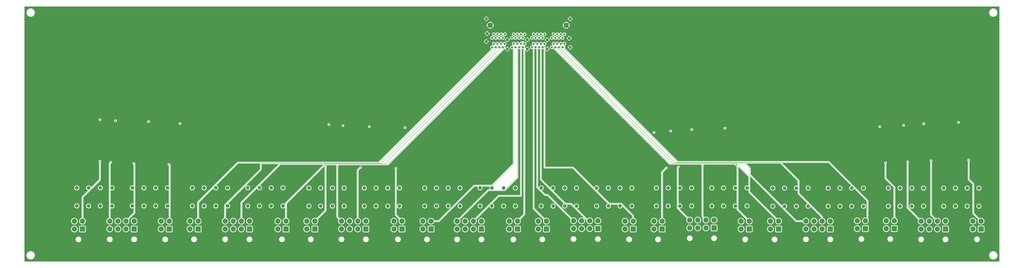
<source format=gbr>
G04 #@! TF.GenerationSoftware,KiCad,Pcbnew,(5.99.0-9973-gfb99c55869)*
G04 #@! TF.CreationDate,2021-09-10T21:28:04-07:00*
G04 #@! TF.ProjectId,2E1,3245312e-6b69-4636-9164-5f7063625858,rev?*
G04 #@! TF.SameCoordinates,Original*
G04 #@! TF.FileFunction,Copper,L3,Inr*
G04 #@! TF.FilePolarity,Positive*
%FSLAX46Y46*%
G04 Gerber Fmt 4.6, Leading zero omitted, Abs format (unit mm)*
G04 Created by KiCad (PCBNEW (5.99.0-9973-gfb99c55869)) date 2021-09-10 21:28:04*
%MOMM*%
%LPD*%
G01*
G04 APERTURE LIST*
G04 Aperture macros list*
%AMRoundRect*
0 Rectangle with rounded corners*
0 $1 Rounding radius*
0 $2 $3 $4 $5 $6 $7 $8 $9 X,Y pos of 4 corners*
0 Add a 4 corners polygon primitive as box body*
4,1,4,$2,$3,$4,$5,$6,$7,$8,$9,$2,$3,0*
0 Add four circle primitives for the rounded corners*
1,1,$1+$1,$2,$3*
1,1,$1+$1,$4,$5*
1,1,$1+$1,$6,$7*
1,1,$1+$1,$8,$9*
0 Add four rect primitives between the rounded corners*
20,1,$1+$1,$2,$3,$4,$5,0*
20,1,$1+$1,$4,$5,$6,$7,0*
20,1,$1+$1,$6,$7,$8,$9,0*
20,1,$1+$1,$8,$9,$2,$3,0*%
G04 Aperture macros list end*
G04 #@! TA.AperFunction,ComponentPad*
%ADD10RoundRect,0.250002X1.599998X1.599998X-1.599998X1.599998X-1.599998X-1.599998X1.599998X-1.599998X0*%
G04 #@! TD*
G04 #@! TA.AperFunction,ComponentPad*
%ADD11C,3.700000*%
G04 #@! TD*
G04 #@! TA.AperFunction,ComponentPad*
%ADD12C,2.489200*%
G04 #@! TD*
G04 #@! TA.AperFunction,ComponentPad*
%ADD13C,1.473200*%
G04 #@! TD*
G04 #@! TA.AperFunction,ComponentPad*
%ADD14C,3.759200*%
G04 #@! TD*
G04 #@! TA.AperFunction,ComponentPad*
%ADD15C,2.082800*%
G04 #@! TD*
G04 #@! TA.AperFunction,ViaPad*
%ADD16C,0.800000*%
G04 #@! TD*
G04 #@! TA.AperFunction,Conductor*
%ADD17C,0.203200*%
G04 #@! TD*
G04 APERTURE END LIST*
D10*
G04 #@! TO.N,Net-(J1-Pad41)*
G04 #@! TO.C,J5_1*
X362514000Y-307129000D03*
D11*
G04 #@! TO.N,Net-(J5_1-Pad2)*
X356814000Y-307129000D03*
G04 #@! TO.N,Net-(J1-Pad42)*
X362514000Y-301629000D03*
G04 #@! TO.N,Net-(J5_1-Pad4)*
X356814000Y-301629000D03*
G04 #@! TD*
D10*
G04 #@! TO.N,Net-(J1-Pad50)*
G04 #@! TO.C,J2_3*
X178674000Y-307129000D03*
D11*
G04 #@! TO.N,Net-(J2_3-Pad2)*
X172974000Y-307129000D03*
G04 #@! TO.N,Net-(J1-Pad49)*
X178674000Y-301629000D03*
G04 #@! TO.N,Net-(J2_3-Pad4)*
X172974000Y-301629000D03*
G04 #@! TD*
D10*
G04 #@! TO.N,Net-(J1-Pad8)*
G04 #@! TO.C,J9_1*
X687944000Y-306875000D03*
D11*
G04 #@! TO.N,Net-(J9_1-Pad2)*
X682244000Y-306875000D03*
G04 #@! TO.N,Net-(J1-Pad7)*
X687944000Y-301375000D03*
G04 #@! TO.N,Net-(J9_1-Pad4)*
X682244000Y-301375000D03*
G04 #@! TD*
D12*
G04 #@! TO.N,Net-(J6_2-Pad7)*
G04 #@! TO.C,J6_0_1*
X464700874Y-290949888D03*
G04 #@! TO.N,Net-(J6_2-Pad3)*
X464700874Y-278249888D03*
G04 #@! TO.N,Net-(J1-Pad28)*
X456445874Y-290949888D03*
G04 #@! TO.N,Net-(J1-Pad27)*
X456445874Y-278249888D03*
G04 #@! TO.N,Net-(J1-Pad26)*
X448190874Y-290949888D03*
G04 #@! TO.N,Net-(J1-Pad25)*
X448190874Y-278249888D03*
G04 #@! TO.N,Net-(J6_1-Pad4)*
X439935874Y-290949888D03*
G04 #@! TO.N,Net-(J6_1-Pad2)*
X439935874Y-278249888D03*
G04 #@! TD*
G04 #@! TO.N,Net-(J8_2-Pad7)*
G04 #@! TO.C,J8_0_1*
X627370856Y-291089842D03*
G04 #@! TO.N,Net-(J8_2-Pad3)*
X627370856Y-278389842D03*
G04 #@! TO.N,Net-(J1-Pad12)*
X619115856Y-291089842D03*
G04 #@! TO.N,Net-(J1-Pad11)*
X619115856Y-278389842D03*
G04 #@! TO.N,Net-(J1-Pad10)*
X610860856Y-291089842D03*
G04 #@! TO.N,Net-(J1-Pad9)*
X610860856Y-278389842D03*
G04 #@! TO.N,Net-(J8_1-Pad4)*
X602605856Y-291089842D03*
G04 #@! TO.N,Net-(J8_1-Pad2)*
X602605856Y-278389842D03*
G04 #@! TD*
D10*
G04 #@! TO.N,Net-(J1-Pad63)*
G04 #@! TO.C,J3_3*
X260660000Y-307086000D03*
D11*
G04 #@! TO.N,Net-(J3_3-Pad2)*
X254960000Y-307086000D03*
G04 #@! TO.N,Net-(J1-Pad64)*
X260660000Y-301586000D03*
G04 #@! TO.N,Net-(J3_3-Pad4)*
X254960000Y-301586000D03*
G04 #@! TD*
D12*
G04 #@! TO.N,Net-(J1-Pad17)*
G04 #@! TO.C,J7_0_2*
X584499974Y-290910010D03*
G04 #@! TO.N,Net-(J1-Pad18)*
X584499974Y-278210010D03*
G04 #@! TO.N,Net-(J7_3-Pad4)*
X576244974Y-290910010D03*
G04 #@! TO.N,Net-(J7_3-Pad2)*
X576244974Y-278210010D03*
G04 #@! TO.N,Net-(J7_2-Pad5)*
X567989974Y-290910010D03*
G04 #@! TO.N,Net-(J7_2-Pad1)*
X567989974Y-278210010D03*
G04 #@! TO.N,Net-(J1-Pad19)*
X559734974Y-290910010D03*
G04 #@! TO.N,Net-(J1-Pad20)*
X559734974Y-278210010D03*
G04 #@! TD*
D10*
G04 #@! TO.N,Net-(J1-Pad57)*
G04 #@! TO.C,J3_1*
X198938000Y-307086000D03*
D11*
G04 #@! TO.N,Net-(J3_1-Pad2)*
X193238000Y-307086000D03*
G04 #@! TO.N,Net-(J1-Pad58)*
X198938000Y-301586000D03*
G04 #@! TO.N,Net-(J3_1-Pad4)*
X193238000Y-301586000D03*
G04 #@! TD*
D10*
G04 #@! TO.N,Net-(J1-Pad34)*
G04 #@! TO.C,J4_3*
X342138000Y-307086000D03*
D11*
G04 #@! TO.N,Net-(J4_3-Pad2)*
X336438000Y-307086000D03*
G04 #@! TO.N,Net-(J1-Pad33)*
X342138000Y-301586000D03*
G04 #@! TO.N,Net-(J4_3-Pad4)*
X336438000Y-301586000D03*
G04 #@! TD*
D10*
G04 #@! TO.N,Net-(J1-Pad2)*
G04 #@! TO.C,J9_3*
X748848000Y-307086000D03*
D11*
G04 #@! TO.N,Net-(J9_3-Pad2)*
X743148000Y-307086000D03*
G04 #@! TO.N,Net-(J1-Pad1)*
X748848000Y-301586000D03*
G04 #@! TO.N,Net-(J9_3-Pad4)*
X743148000Y-301586000D03*
G04 #@! TD*
D12*
G04 #@! TO.N,Net-(J1-Pad16)*
G04 #@! TO.C,J8_0_2*
X666260796Y-291089842D03*
G04 #@! TO.N,Net-(J1-Pad15)*
X666260796Y-278389842D03*
G04 #@! TO.N,Net-(J8_3-Pad4)*
X658005796Y-291089842D03*
G04 #@! TO.N,Net-(J8_3-Pad2)*
X658005796Y-278389842D03*
G04 #@! TO.N,Net-(J8_2-Pad5)*
X649750796Y-291089842D03*
G04 #@! TO.N,Net-(J8_2-Pad1)*
X649750796Y-278389842D03*
G04 #@! TO.N,Net-(J1-Pad14)*
X641495796Y-291089842D03*
G04 #@! TO.N,Net-(J1-Pad13)*
X641495796Y-278389842D03*
G04 #@! TD*
G04 #@! TO.N,Net-(J1-Pad1)*
G04 #@! TO.C,J9_0_2*
X747370870Y-291059870D03*
G04 #@! TO.N,Net-(J1-Pad2)*
X747370870Y-278359870D03*
G04 #@! TO.N,Net-(J9_3-Pad4)*
X739115870Y-291059870D03*
G04 #@! TO.N,Net-(J9_3-Pad2)*
X739115870Y-278359870D03*
G04 #@! TO.N,Net-(J9_2-Pad5)*
X730860870Y-291059870D03*
G04 #@! TO.N,Net-(J9_2-Pad1)*
X730860870Y-278359870D03*
G04 #@! TO.N,Net-(J1-Pad3)*
X722605870Y-291059870D03*
G04 #@! TO.N,Net-(J1-Pad4)*
X722605870Y-278359870D03*
G04 #@! TD*
D10*
G04 #@! TO.N,Net-(J1-Pad56)*
G04 #@! TO.C,J2_1*
X117714000Y-307129000D03*
D11*
G04 #@! TO.N,Net-(J2_1-Pad2)*
X112014000Y-307129000D03*
G04 #@! TO.N,Net-(J1-Pad55)*
X117714000Y-301629000D03*
G04 #@! TO.N,Net-(J2_1-Pad4)*
X112014000Y-301629000D03*
G04 #@! TD*
D13*
G04 #@! TO.N,Net-(J1-Pad1)*
G04 #@! TO.C,J1*
X456184000Y-170180000D03*
G04 #@! TO.N,Net-(J1-Pad2)*
X454914000Y-172720000D03*
G04 #@! TO.N,Net-(J1-Pad3)*
X453644000Y-170180000D03*
G04 #@! TO.N,Net-(J1-Pad4)*
X452374000Y-172720000D03*
G04 #@! TO.N,Net-(J1-Pad5)*
X451104000Y-170180000D03*
G04 #@! TO.N,Net-(J1-Pad6)*
X449834000Y-172720000D03*
G04 #@! TO.N,Net-(J1-Pad7)*
X448564000Y-170180000D03*
G04 #@! TO.N,Net-(J1-Pad8)*
X447294000Y-172720000D03*
G04 #@! TO.N,Net-(J1-Pad9)*
X447294000Y-179324000D03*
G04 #@! TO.N,Net-(J1-Pad10)*
X448564000Y-176784000D03*
G04 #@! TO.N,Net-(J1-Pad11)*
X449834000Y-179324000D03*
G04 #@! TO.N,Net-(J1-Pad12)*
X451104000Y-176784000D03*
G04 #@! TO.N,Net-(J1-Pad13)*
X452374000Y-179324000D03*
G04 #@! TO.N,Net-(J1-Pad14)*
X453644000Y-176784000D03*
G04 #@! TO.N,Net-(J1-Pad15)*
X454914000Y-179324000D03*
G04 #@! TO.N,Net-(J1-Pad16)*
X456184000Y-176784000D03*
G04 #@! TO.N,Net-(J1-Pad17)*
X442214000Y-170180000D03*
G04 #@! TO.N,Net-(J1-Pad18)*
X440944000Y-172720000D03*
G04 #@! TO.N,Net-(J1-Pad19)*
X439674000Y-170180000D03*
G04 #@! TO.N,Net-(J1-Pad20)*
X438404000Y-172720000D03*
G04 #@! TO.N,Net-(J1-Pad21)*
X437134000Y-170180000D03*
G04 #@! TO.N,Net-(J1-Pad22)*
X435864000Y-172720000D03*
G04 #@! TO.N,Net-(J1-Pad23)*
X434594000Y-170180000D03*
G04 #@! TO.N,Net-(J1-Pad24)*
X433324000Y-172720000D03*
G04 #@! TO.N,Net-(J1-Pad25)*
X433324000Y-179324000D03*
G04 #@! TO.N,Net-(J1-Pad26)*
X434594000Y-176784000D03*
G04 #@! TO.N,Net-(J1-Pad27)*
X435864000Y-179324000D03*
G04 #@! TO.N,Net-(J1-Pad28)*
X437134000Y-176784000D03*
G04 #@! TO.N,Net-(J1-Pad29)*
X438404000Y-179324000D03*
G04 #@! TO.N,Net-(J1-Pad30)*
X439674000Y-176784000D03*
G04 #@! TO.N,Net-(J1-Pad31)*
X440944000Y-179324000D03*
G04 #@! TO.N,Net-(J1-Pad32)*
X442214000Y-176784000D03*
G04 #@! TO.N,Net-(J1-Pad33)*
X428244000Y-170180000D03*
G04 #@! TO.N,Net-(J1-Pad34)*
X426974000Y-172720000D03*
G04 #@! TO.N,Net-(J1-Pad35)*
X425704000Y-170180000D03*
G04 #@! TO.N,Net-(J1-Pad36)*
X424434000Y-172720000D03*
G04 #@! TO.N,Net-(J1-Pad37)*
X423164000Y-170180000D03*
G04 #@! TO.N,Net-(J1-Pad38)*
X421894000Y-172720000D03*
G04 #@! TO.N,Net-(J1-Pad39)*
X420624000Y-170180000D03*
G04 #@! TO.N,Net-(J1-Pad40)*
X419354000Y-172720000D03*
G04 #@! TO.N,Net-(J1-Pad41)*
X419354000Y-179324000D03*
G04 #@! TO.N,Net-(J1-Pad42)*
X420624000Y-176784000D03*
G04 #@! TO.N,Net-(J1-Pad43)*
X421894000Y-179324000D03*
G04 #@! TO.N,Net-(J1-Pad44)*
X423164000Y-176784000D03*
G04 #@! TO.N,Net-(J1-Pad45)*
X424434000Y-179324000D03*
G04 #@! TO.N,Net-(J1-Pad46)*
X425704000Y-176784000D03*
G04 #@! TO.N,Net-(J1-Pad47)*
X426974000Y-179324000D03*
G04 #@! TO.N,Net-(J1-Pad48)*
X428244000Y-176784000D03*
G04 #@! TO.N,Net-(J1-Pad49)*
X414274000Y-170180000D03*
G04 #@! TO.N,Net-(J1-Pad50)*
X413004000Y-172720000D03*
G04 #@! TO.N,Net-(J1-Pad51)*
X411734000Y-170180000D03*
G04 #@! TO.N,Net-(J1-Pad52)*
X410464000Y-172720000D03*
G04 #@! TO.N,Net-(J1-Pad53)*
X409194000Y-170180000D03*
G04 #@! TO.N,Net-(J1-Pad54)*
X407924000Y-172720000D03*
G04 #@! TO.N,Net-(J1-Pad55)*
X406654000Y-170180000D03*
G04 #@! TO.N,Net-(J1-Pad56)*
X405384000Y-172720000D03*
G04 #@! TO.N,Net-(J1-Pad57)*
X405384000Y-179324000D03*
G04 #@! TO.N,Net-(J1-Pad58)*
X406654000Y-176784000D03*
G04 #@! TO.N,Net-(J1-Pad59)*
X407924000Y-179324000D03*
G04 #@! TO.N,Net-(J1-Pad60)*
X409194000Y-176784000D03*
G04 #@! TO.N,Net-(J1-Pad61)*
X410464000Y-179324000D03*
G04 #@! TO.N,Net-(J1-Pad62)*
X411734000Y-176784000D03*
G04 #@! TO.N,Net-(J1-Pad63)*
X413004000Y-179324000D03*
G04 #@! TO.N,Net-(J1-Pad64)*
X414274000Y-176784000D03*
D14*
G04 #@! TO.N,GND*
X457454000Y-163830000D03*
X404114000Y-163830000D03*
D15*
X460248000Y-179324000D03*
X444119000Y-180594000D03*
X430149000Y-180594000D03*
X416179000Y-180594000D03*
X401320000Y-175260000D03*
X459613000Y-172974000D03*
X444119000Y-173990000D03*
X430149000Y-173990000D03*
X416179000Y-173990000D03*
X401955000Y-169672000D03*
X460248000Y-159258000D03*
X401320000Y-159258000D03*
G04 #@! TD*
D10*
G04 #@! TO.N,Net-(J7_2-Pad1)*
G04 #@! TO.C,J7_2*
X561340000Y-306324000D03*
D11*
G04 #@! TO.N,Net-(J1-Pad20)*
X555640000Y-306324000D03*
G04 #@! TO.N,Net-(J7_2-Pad3)*
X549940000Y-306324000D03*
G04 #@! TO.N,Net-(J1-Pad22)*
X544240000Y-306324000D03*
G04 #@! TO.N,Net-(J7_2-Pad5)*
X561340000Y-300824000D03*
G04 #@! TO.N,Net-(J1-Pad19)*
X555640000Y-300824000D03*
G04 #@! TO.N,Net-(J7_2-Pad7)*
X549940000Y-300824000D03*
G04 #@! TO.N,Net-(J1-Pad21)*
X544240000Y-300824000D03*
G04 #@! TD*
D10*
G04 #@! TO.N,Net-(J1-Pad47)*
G04 #@! TO.C,J5_3*
X423220000Y-307129000D03*
D11*
G04 #@! TO.N,Net-(J5_3-Pad2)*
X417520000Y-307129000D03*
G04 #@! TO.N,Net-(J1-Pad48)*
X423220000Y-301629000D03*
G04 #@! TO.N,Net-(J5_3-Pad4)*
X417520000Y-301629000D03*
G04 #@! TD*
D12*
G04 #@! TO.N,Net-(J5_2-Pad7)*
G04 #@! TO.C,J5_0_1*
X382860042Y-290930076D03*
G04 #@! TO.N,Net-(J5_2-Pad3)*
X382860042Y-278230076D03*
G04 #@! TO.N,Net-(J1-Pad44)*
X374605042Y-290930076D03*
G04 #@! TO.N,Net-(J1-Pad43)*
X374605042Y-278230076D03*
G04 #@! TO.N,Net-(J1-Pad42)*
X366350042Y-290930076D03*
G04 #@! TO.N,Net-(J1-Pad41)*
X366350042Y-278230076D03*
G04 #@! TO.N,Net-(J5_1-Pad4)*
X358095042Y-290930076D03*
G04 #@! TO.N,Net-(J5_1-Pad2)*
X358095042Y-278230076D03*
G04 #@! TD*
D10*
G04 #@! TO.N,Net-(J1-Pad25)*
G04 #@! TO.C,J6_1*
X443540000Y-307129000D03*
D11*
G04 #@! TO.N,Net-(J6_1-Pad2)*
X437840000Y-307129000D03*
G04 #@! TO.N,Net-(J1-Pad26)*
X443540000Y-301629000D03*
G04 #@! TO.N,Net-(J6_1-Pad4)*
X437840000Y-301629000D03*
G04 #@! TD*
D12*
G04 #@! TO.N,Net-(J1-Pad33)*
G04 #@! TO.C,J4_0_2*
X340400640Y-290969700D03*
G04 #@! TO.N,Net-(J1-Pad34)*
X340400640Y-278269700D03*
G04 #@! TO.N,Net-(J4_3-Pad4)*
X332145640Y-290969700D03*
G04 #@! TO.N,Net-(J4_3-Pad2)*
X332145640Y-278269700D03*
G04 #@! TO.N,Net-(J4_2-Pad5)*
X323890640Y-290969700D03*
G04 #@! TO.N,Net-(J4_2-Pad1)*
X323890640Y-278269700D03*
G04 #@! TO.N,Net-(J1-Pad35)*
X315635640Y-290969700D03*
G04 #@! TO.N,Net-(J1-Pad36)*
X315635640Y-278269700D03*
G04 #@! TD*
G04 #@! TO.N,Net-(J4_2-Pad7)*
G04 #@! TO.C,J4_0_1*
X301510700Y-290969700D03*
G04 #@! TO.N,Net-(J4_2-Pad3)*
X301510700Y-278269700D03*
G04 #@! TO.N,Net-(J1-Pad37)*
X293255700Y-290969700D03*
G04 #@! TO.N,Net-(J1-Pad38)*
X293255700Y-278269700D03*
G04 #@! TO.N,Net-(J1-Pad39)*
X285000700Y-290969700D03*
G04 #@! TO.N,Net-(J1-Pad40)*
X285000700Y-278269700D03*
G04 #@! TO.N,Net-(J4_1-Pad4)*
X276745700Y-290969700D03*
G04 #@! TO.N,Net-(J4_1-Pad2)*
X276745700Y-278269700D03*
G04 #@! TD*
D10*
G04 #@! TO.N,Net-(J1-Pad9)*
G04 #@! TO.C,J8_1*
X606664000Y-307129000D03*
D11*
G04 #@! TO.N,Net-(J8_1-Pad2)*
X600964000Y-307129000D03*
G04 #@! TO.N,Net-(J1-Pad10)*
X606664000Y-301629000D03*
G04 #@! TO.N,Net-(J8_1-Pad4)*
X600964000Y-301629000D03*
G04 #@! TD*
D12*
G04 #@! TO.N,Net-(J3_2-Pad7)*
G04 #@! TO.C,J3_0_1*
X219650742Y-290869878D03*
G04 #@! TO.N,Net-(J3_2-Pad3)*
X219650742Y-278169878D03*
G04 #@! TO.N,Net-(J1-Pad60)*
X211395742Y-290869878D03*
G04 #@! TO.N,Net-(J1-Pad59)*
X211395742Y-278169878D03*
G04 #@! TO.N,Net-(J1-Pad58)*
X203140742Y-290869878D03*
G04 #@! TO.N,Net-(J1-Pad57)*
X203140742Y-278169878D03*
G04 #@! TO.N,Net-(J3_1-Pad4)*
X194885742Y-290869878D03*
G04 #@! TO.N,Net-(J3_1-Pad2)*
X194885742Y-278169878D03*
G04 #@! TD*
D10*
G04 #@! TO.N,Net-(J3_2-Pad1)*
G04 #@! TO.C,J3_2*
X235006000Y-307086000D03*
D11*
G04 #@! TO.N,Net-(J1-Pad61)*
X229306000Y-307086000D03*
G04 #@! TO.N,Net-(J3_2-Pad3)*
X223606000Y-307086000D03*
G04 #@! TO.N,Net-(J1-Pad59)*
X217906000Y-307086000D03*
G04 #@! TO.N,Net-(J3_2-Pad5)*
X235006000Y-301586000D03*
G04 #@! TO.N,Net-(J1-Pad62)*
X229306000Y-301586000D03*
G04 #@! TO.N,Net-(J3_2-Pad7)*
X223606000Y-301586000D03*
G04 #@! TO.N,Net-(J1-Pad60)*
X217906000Y-301586000D03*
G04 #@! TD*
D10*
G04 #@! TO.N,Net-(J4_2-Pad1)*
G04 #@! TO.C,J4_2*
X316738000Y-307086000D03*
D11*
G04 #@! TO.N,Net-(J1-Pad36)*
X311038000Y-307086000D03*
G04 #@! TO.N,Net-(J4_2-Pad3)*
X305338000Y-307086000D03*
G04 #@! TO.N,Net-(J1-Pad38)*
X299638000Y-307086000D03*
G04 #@! TO.N,Net-(J4_2-Pad5)*
X316738000Y-301586000D03*
G04 #@! TO.N,Net-(J1-Pad35)*
X311038000Y-301586000D03*
G04 #@! TO.N,Net-(J4_2-Pad7)*
X305338000Y-301586000D03*
G04 #@! TO.N,Net-(J1-Pad37)*
X299638000Y-301586000D03*
G04 #@! TD*
D12*
G04 #@! TO.N,Net-(J1-Pad32)*
G04 #@! TO.C,J6_0_2*
X503590814Y-290949888D03*
G04 #@! TO.N,Net-(J1-Pad31)*
X503590814Y-278249888D03*
G04 #@! TO.N,Net-(J6_3-Pad4)*
X495335814Y-290949888D03*
G04 #@! TO.N,Net-(J6_3-Pad2)*
X495335814Y-278249888D03*
G04 #@! TO.N,Net-(J6_2-Pad5)*
X487080814Y-290949888D03*
G04 #@! TO.N,Net-(J6_2-Pad1)*
X487080814Y-278249888D03*
G04 #@! TO.N,Net-(J1-Pad30)*
X478825814Y-290949888D03*
G04 #@! TO.N,Net-(J1-Pad29)*
X478825814Y-278249888D03*
G04 #@! TD*
D10*
G04 #@! TO.N,Net-(J1-Pad31)*
G04 #@! TO.C,J6_3*
X504500000Y-307129000D03*
D11*
G04 #@! TO.N,Net-(J6_3-Pad2)*
X498800000Y-307129000D03*
G04 #@! TO.N,Net-(J1-Pad32)*
X504500000Y-301629000D03*
G04 #@! TO.N,Net-(J6_3-Pad4)*
X498800000Y-301629000D03*
G04 #@! TD*
D12*
G04 #@! TO.N,Net-(J9_2-Pad7)*
G04 #@! TO.C,J9_0_1*
X708480676Y-291059870D03*
G04 #@! TO.N,Net-(J9_2-Pad3)*
X708480676Y-278359870D03*
G04 #@! TO.N,Net-(J1-Pad5)*
X700225676Y-291059870D03*
G04 #@! TO.N,Net-(J1-Pad6)*
X700225676Y-278359870D03*
G04 #@! TO.N,Net-(J1-Pad7)*
X691970676Y-291059870D03*
G04 #@! TO.N,Net-(J1-Pad8)*
X691970676Y-278359870D03*
G04 #@! TO.N,Net-(J9_1-Pad4)*
X683715676Y-291059870D03*
G04 #@! TO.N,Net-(J9_1-Pad2)*
X683715676Y-278359870D03*
G04 #@! TD*
D10*
G04 #@! TO.N,Net-(J1-Pad18)*
G04 #@! TO.C,J7_3*
X586034000Y-307129000D03*
D11*
G04 #@! TO.N,Net-(J7_3-Pad2)*
X580334000Y-307129000D03*
G04 #@! TO.N,Net-(J1-Pad17)*
X586034000Y-301629000D03*
G04 #@! TO.N,Net-(J7_3-Pad4)*
X580334000Y-301629000D03*
G04 #@! TD*
D12*
G04 #@! TO.N,Net-(J7_2-Pad7)*
G04 #@! TO.C,J7_0_1*
X545610034Y-290910010D03*
G04 #@! TO.N,Net-(J7_2-Pad3)*
X545610034Y-278210010D03*
G04 #@! TO.N,Net-(J1-Pad21)*
X537355034Y-290910010D03*
G04 #@! TO.N,Net-(J1-Pad22)*
X537355034Y-278210010D03*
G04 #@! TO.N,Net-(J1-Pad23)*
X529100034Y-290910010D03*
G04 #@! TO.N,Net-(J1-Pad24)*
X529100034Y-278210010D03*
G04 #@! TO.N,Net-(J7_1-Pad4)*
X520845034Y-290910010D03*
G04 #@! TO.N,Net-(J7_1-Pad2)*
X520845034Y-278210010D03*
G04 #@! TD*
G04 #@! TO.N,Net-(J2_2-Pad7)*
G04 #@! TO.C,J2_0_1*
X138489995Y-290880038D03*
G04 #@! TO.N,Net-(J2_2-Pad3)*
X138489995Y-278180038D03*
G04 #@! TO.N,Net-(J1-Pad53)*
X130234995Y-290880038D03*
G04 #@! TO.N,Net-(J1-Pad54)*
X130234995Y-278180038D03*
G04 #@! TO.N,Net-(J1-Pad55)*
X121979995Y-290880038D03*
G04 #@! TO.N,Net-(J1-Pad56)*
X121979995Y-278180038D03*
G04 #@! TO.N,Net-(J2_1-Pad4)*
X113724995Y-290880038D03*
G04 #@! TO.N,Net-(J2_1-Pad2)*
X113724995Y-278180038D03*
G04 #@! TD*
D10*
G04 #@! TO.N,Net-(J1-Pad15)*
G04 #@! TO.C,J8_3*
X667624000Y-306875000D03*
D11*
G04 #@! TO.N,Net-(J8_3-Pad2)*
X661924000Y-306875000D03*
G04 #@! TO.N,Net-(J1-Pad16)*
X667624000Y-301375000D03*
G04 #@! TO.N,Net-(J8_3-Pad4)*
X661924000Y-301375000D03*
G04 #@! TD*
D12*
G04 #@! TO.N,Net-(J1-Pad49)*
G04 #@! TO.C,J2_0_2*
X177380000Y-290880000D03*
G04 #@! TO.N,Net-(J1-Pad50)*
X177380000Y-278180000D03*
G04 #@! TO.N,Net-(J2_3-Pad4)*
X169125000Y-290880000D03*
G04 #@! TO.N,Net-(J2_3-Pad2)*
X169125000Y-278180000D03*
G04 #@! TO.N,Net-(J2_2-Pad5)*
X160870000Y-290880000D03*
G04 #@! TO.N,Net-(J2_2-Pad1)*
X160870000Y-278180000D03*
G04 #@! TO.N,Net-(J1-Pad51)*
X152615000Y-290880000D03*
G04 #@! TO.N,Net-(J1-Pad52)*
X152615000Y-278180000D03*
G04 #@! TD*
G04 #@! TO.N,Net-(J1-Pad48)*
G04 #@! TO.C,J5_0_2*
X421749982Y-290930076D03*
G04 #@! TO.N,Net-(J1-Pad47)*
X421749982Y-278230076D03*
G04 #@! TO.N,Net-(J5_3-Pad4)*
X413494982Y-290930076D03*
G04 #@! TO.N,Net-(J5_3-Pad2)*
X413494982Y-278230076D03*
G04 #@! TO.N,Net-(J5_2-Pad5)*
X405239982Y-290930076D03*
G04 #@! TO.N,Net-(J5_2-Pad1)*
X405239982Y-278230076D03*
G04 #@! TO.N,Net-(J1-Pad46)*
X396984982Y-290930076D03*
G04 #@! TO.N,Net-(J1-Pad45)*
X396984982Y-278230076D03*
G04 #@! TD*
D10*
G04 #@! TO.N,Net-(J6_2-Pad1)*
G04 #@! TO.C,J6_2*
X479725000Y-306875000D03*
D11*
G04 #@! TO.N,Net-(J1-Pad29)*
X474025000Y-306875000D03*
G04 #@! TO.N,Net-(J6_2-Pad3)*
X468325000Y-306875000D03*
G04 #@! TO.N,Net-(J1-Pad27)*
X462625000Y-306875000D03*
G04 #@! TO.N,Net-(J6_2-Pad5)*
X479725000Y-301375000D03*
G04 #@! TO.N,Net-(J1-Pad30)*
X474025000Y-301375000D03*
G04 #@! TO.N,Net-(J6_2-Pad7)*
X468325000Y-301375000D03*
G04 #@! TO.N,Net-(J1-Pad28)*
X462625000Y-301375000D03*
G04 #@! TD*
D10*
G04 #@! TO.N,Net-(J8_2-Pad1)*
G04 #@! TO.C,J8_2*
X642930000Y-307086000D03*
D11*
G04 #@! TO.N,Net-(J1-Pad13)*
X637230000Y-307086000D03*
G04 #@! TO.N,Net-(J8_2-Pad3)*
X631530000Y-307086000D03*
G04 #@! TO.N,Net-(J1-Pad11)*
X625830000Y-307086000D03*
G04 #@! TO.N,Net-(J8_2-Pad5)*
X642930000Y-301586000D03*
G04 #@! TO.N,Net-(J1-Pad14)*
X637230000Y-301586000D03*
G04 #@! TO.N,Net-(J8_2-Pad7)*
X631530000Y-301586000D03*
G04 #@! TO.N,Net-(J1-Pad12)*
X625830000Y-301586000D03*
G04 #@! TD*
D10*
G04 #@! TO.N,Net-(J2_2-Pad1)*
G04 #@! TO.C,J2_2*
X153980000Y-307086000D03*
D11*
G04 #@! TO.N,Net-(J1-Pad52)*
X148280000Y-307086000D03*
G04 #@! TO.N,Net-(J2_2-Pad3)*
X142580000Y-307086000D03*
G04 #@! TO.N,Net-(J1-Pad54)*
X136880000Y-307086000D03*
G04 #@! TO.N,Net-(J2_2-Pad5)*
X153980000Y-301586000D03*
G04 #@! TO.N,Net-(J1-Pad51)*
X148280000Y-301586000D03*
G04 #@! TO.N,Net-(J2_2-Pad7)*
X142580000Y-301586000D03*
G04 #@! TO.N,Net-(J1-Pad53)*
X136880000Y-301586000D03*
G04 #@! TD*
D10*
G04 #@! TO.N,Net-(J1-Pad24)*
G04 #@! TO.C,J7_1*
X524820000Y-307129000D03*
D11*
G04 #@! TO.N,Net-(J7_1-Pad2)*
X519120000Y-307129000D03*
G04 #@! TO.N,Net-(J1-Pad23)*
X524820000Y-301629000D03*
G04 #@! TO.N,Net-(J7_1-Pad4)*
X519120000Y-301629000D03*
G04 #@! TD*
D10*
G04 #@! TO.N,Net-(J9_2-Pad1)*
G04 #@! TO.C,J9_2*
X723875000Y-307129000D03*
D11*
G04 #@! TO.N,Net-(J1-Pad4)*
X718175000Y-307129000D03*
G04 #@! TO.N,Net-(J9_2-Pad3)*
X712475000Y-307129000D03*
G04 #@! TO.N,Net-(J1-Pad6)*
X706775000Y-307129000D03*
G04 #@! TO.N,Net-(J9_2-Pad5)*
X723875000Y-301629000D03*
G04 #@! TO.N,Net-(J1-Pad3)*
X718175000Y-301629000D03*
G04 #@! TO.N,Net-(J9_2-Pad7)*
X712475000Y-301629000D03*
G04 #@! TO.N,Net-(J1-Pad5)*
X706775000Y-301629000D03*
G04 #@! TD*
D10*
G04 #@! TO.N,Net-(J5_2-Pad1)*
G04 #@! TO.C,J5_2*
X397937000Y-307129000D03*
D11*
G04 #@! TO.N,Net-(J1-Pad45)*
X392237000Y-307129000D03*
G04 #@! TO.N,Net-(J5_2-Pad3)*
X386537000Y-307129000D03*
G04 #@! TO.N,Net-(J1-Pad43)*
X380837000Y-307129000D03*
G04 #@! TO.N,Net-(J5_2-Pad5)*
X397937000Y-301629000D03*
G04 #@! TO.N,Net-(J1-Pad46)*
X392237000Y-301629000D03*
G04 #@! TO.N,Net-(J5_2-Pad7)*
X386537000Y-301629000D03*
G04 #@! TO.N,Net-(J1-Pad44)*
X380837000Y-301629000D03*
G04 #@! TD*
D10*
G04 #@! TO.N,Net-(J1-Pad40)*
G04 #@! TO.C,J4_1*
X280924000Y-307086000D03*
D11*
G04 #@! TO.N,Net-(J4_1-Pad2)*
X275224000Y-307086000D03*
G04 #@! TO.N,Net-(J1-Pad39)*
X280924000Y-301586000D03*
G04 #@! TO.N,Net-(J4_1-Pad4)*
X275224000Y-301586000D03*
G04 #@! TD*
D12*
G04 #@! TO.N,Net-(J1-Pad64)*
G04 #@! TO.C,J3_0_2*
X258540758Y-290869878D03*
G04 #@! TO.N,Net-(J1-Pad63)*
X258540758Y-278169878D03*
G04 #@! TO.N,Net-(J3_3-Pad4)*
X250285758Y-290869878D03*
G04 #@! TO.N,Net-(J3_3-Pad2)*
X250285758Y-278169878D03*
G04 #@! TO.N,Net-(J3_2-Pad5)*
X242030758Y-290869878D03*
G04 #@! TO.N,Net-(J3_2-Pad1)*
X242030758Y-278169878D03*
G04 #@! TO.N,Net-(J1-Pad62)*
X233775758Y-290869878D03*
G04 #@! TO.N,Net-(J1-Pad61)*
X233775758Y-278169878D03*
G04 #@! TD*
D16*
G04 #@! TO.N,Net-(J1-Pad8)*
X677672000Y-235204000D03*
G04 #@! TO.N,Net-(J1-Pad7)*
X681736000Y-260604000D03*
G04 #@! TO.N,Net-(J1-Pad6)*
X694436000Y-234188000D03*
G04 #@! TO.N,Net-(J1-Pad5)*
X697287189Y-259899189D03*
G04 #@! TO.N,Net-(J1-Pad4)*
X708660000Y-233172000D03*
G04 #@! TO.N,Net-(J1-Pad3)*
X713740000Y-259080000D03*
G04 #@! TO.N,Net-(J1-Pad2)*
X733044000Y-232156000D03*
G04 #@! TO.N,Net-(J1-Pad1)*
X740156000Y-258572000D03*
G04 #@! TO.N,Net-(J1-Pad17)*
X576891189Y-261931189D03*
G04 #@! TO.N,Net-(J1-Pad18)*
X568960000Y-236220000D03*
G04 #@! TO.N,Net-(J1-Pad19)*
X553212000Y-262636000D03*
G04 #@! TO.N,Net-(J1-Pad20)*
X545592000Y-237236000D03*
G04 #@! TO.N,Net-(J1-Pad21)*
X536251189Y-263455189D03*
G04 #@! TO.N,Net-(J1-Pad22)*
X530860000Y-238252000D03*
G04 #@! TO.N,Net-(J1-Pad23)*
X527812000Y-264160000D03*
G04 #@! TO.N,Net-(J1-Pad24)*
X519176000Y-239268000D03*
G04 #@! TO.N,Net-(J1-Pad35)*
X313050000Y-263770000D03*
G04 #@! TO.N,Net-(J1-Pad36)*
X319150000Y-235090000D03*
G04 #@! TO.N,Net-(J1-Pad37)*
X296620000Y-263070000D03*
G04 #@! TO.N,Net-(J1-Pad38)*
X300685000Y-234405000D03*
G04 #@! TO.N,Net-(J1-Pad33)*
X337830000Y-264470000D03*
G04 #@! TO.N,Net-(J1-Pad34)*
X344260000Y-235850000D03*
G04 #@! TO.N,Net-(J1-Pad39)*
X288414811Y-262365189D03*
G04 #@! TO.N,Net-(J1-Pad40)*
X290750000Y-233670000D03*
G04 #@! TO.N,Net-(J1-Pad49)*
X178399622Y-261660378D03*
G04 #@! TO.N,Net-(J1-Pad50)*
X186134811Y-232965189D03*
G04 #@! TO.N,Net-(J1-Pad51)*
X153810000Y-261000000D03*
G04 #@! TO.N,Net-(J1-Pad52)*
X164084000Y-231648000D03*
G04 #@! TO.N,Net-(J1-Pad53)*
X137600000Y-260210000D03*
G04 #@! TO.N,Net-(J1-Pad54)*
X140912811Y-230943189D03*
G04 #@! TO.N,Net-(J1-Pad55)*
X129970000Y-259470000D03*
G04 #@! TO.N,Net-(J1-Pad56)*
X129933622Y-230238378D03*
G04 #@! TD*
D17*
G04 #@! TO.N,Net-(J1-Pad16)*
X669070000Y-299929000D02*
X667624000Y-301375000D01*
X456184000Y-176784000D02*
X456184000Y-180340000D01*
X535851118Y-260007118D02*
X641916197Y-260007118D01*
X456184000Y-180340000D02*
X535851118Y-260007118D01*
X669070000Y-287160921D02*
X669070000Y-299929000D01*
X641916197Y-260007118D02*
X669070000Y-287160921D01*
G04 #@! TO.N,Net-(J1-Pad14)*
X453644000Y-176784000D02*
X453644000Y-180340000D01*
X620665161Y-282091082D02*
X637230000Y-298655921D01*
X607999117Y-260413538D02*
X620665161Y-273079582D01*
X453644000Y-180340000D02*
X533717538Y-260413538D01*
X637230000Y-298655921D02*
X637230000Y-301586000D01*
X533717538Y-260413538D02*
X607999117Y-260413538D01*
X620665161Y-273079582D02*
X620665161Y-282091082D01*
G04 #@! TO.N,Net-(J1-Pad12)*
X451104000Y-179595289D02*
X532328669Y-260819958D01*
X532328669Y-260819958D02*
X582879958Y-260819958D01*
X451104000Y-176784000D02*
X451104000Y-179595289D01*
X619063821Y-301586000D02*
X625830000Y-301586000D01*
X625488000Y-301244000D02*
X625830000Y-301586000D01*
X586455830Y-268978009D02*
X619063821Y-301586000D01*
X582879958Y-260819958D02*
X586455830Y-264395830D01*
X586455830Y-264395830D02*
X586455830Y-268978009D01*
G04 #@! TO.N,Net-(J1-Pad10)*
X448564000Y-179595289D02*
X530195089Y-261226378D01*
X530195089Y-261226378D02*
X577229499Y-261226378D01*
X448564000Y-176784000D02*
X448564000Y-179595289D01*
X586049411Y-281014411D02*
X606664000Y-301629000D01*
X586049411Y-270046290D02*
X586049411Y-281014411D01*
X577229499Y-261226378D02*
X586049411Y-270046290D01*
G04 #@! TO.N,Net-(J1-Pad7)*
X681736000Y-271476000D02*
X687944000Y-277684000D01*
X681736000Y-260604000D02*
X681834579Y-260604000D01*
X681736000Y-260604000D02*
X681736000Y-271476000D01*
X687944000Y-277684000D02*
X687944000Y-301375000D01*
G04 #@! TO.N,Net-(J1-Pad5)*
X697287189Y-292141189D02*
X706775000Y-301629000D01*
X697287189Y-259899189D02*
X697287189Y-292141189D01*
G04 #@! TO.N,Net-(J1-Pad3)*
X713740000Y-259080000D02*
X713740000Y-297194000D01*
X713740000Y-297194000D02*
X718175000Y-301629000D01*
G04 #@! TO.N,Net-(J1-Pad1)*
X740156000Y-258572000D02*
X740156000Y-272226000D01*
X740156000Y-272226000D02*
X743430000Y-275500000D01*
X743430000Y-296168000D02*
X748848000Y-301586000D01*
X743430000Y-275500000D02*
X743430000Y-296168000D01*
G04 #@! TO.N,Net-(J1-Pad17)*
X577794411Y-293389411D02*
X586034000Y-301629000D01*
X576891189Y-261931189D02*
X577794411Y-262834411D01*
X577794411Y-262834411D02*
X577794411Y-293389411D01*
G04 #@! TO.N,Net-(J1-Pad19)*
X553212000Y-262636000D02*
X553212000Y-298396000D01*
X553212000Y-298396000D02*
X555640000Y-300824000D01*
G04 #@! TO.N,Net-(J1-Pad21)*
X535805589Y-263900789D02*
X535805589Y-292389589D01*
X535805589Y-292389589D02*
X544240000Y-300824000D01*
X536251189Y-263455189D02*
X535805589Y-263900789D01*
G04 #@! TO.N,Net-(J1-Pad23)*
X527812000Y-264160000D02*
X524820000Y-267152000D01*
X524820000Y-267152000D02*
X524820000Y-301629000D01*
G04 #@! TO.N,Net-(J1-Pad26)*
X434594000Y-176784000D02*
X434594000Y-292683000D01*
X434594000Y-292683000D02*
X443540000Y-301629000D01*
G04 #@! TO.N,Net-(J1-Pad28)*
X437134000Y-176784000D02*
X437134000Y-273596000D01*
X437134000Y-277741179D02*
X442592821Y-283200000D01*
X442592821Y-283200000D02*
X444450000Y-283200000D01*
X437134000Y-273596000D02*
X437134000Y-277741179D01*
X444450000Y-283200000D02*
X462625000Y-301375000D01*
X437134000Y-273596000D02*
X437134000Y-273656679D01*
G04 #@! TO.N,Net-(J1-Pad30)*
X456840389Y-289400389D02*
X460858210Y-289400389D01*
X439674000Y-176784000D02*
X439674000Y-272234000D01*
X439674000Y-272234000D02*
X456840389Y-289400389D01*
X472832821Y-301375000D02*
X474025000Y-301375000D01*
X460858210Y-289400389D02*
X472832821Y-301375000D01*
G04 #@! TO.N,Net-(J1-Pad32)*
X487683210Y-289400389D02*
X496079468Y-289400389D01*
X442214000Y-176784000D02*
X442214000Y-263906000D01*
X504500000Y-297820921D02*
X504500000Y-301629000D01*
X462188821Y-263906000D02*
X487683210Y-289400389D01*
X496079468Y-289400389D02*
X504500000Y-297820921D01*
X442214000Y-263906000D02*
X462188821Y-263906000D01*
G04 #@! TO.N,Net-(J1-Pad35)*
X313050000Y-263770000D02*
X311038000Y-265782000D01*
X311038000Y-265782000D02*
X311038000Y-301586000D01*
G04 #@! TO.N,Net-(J1-Pad37)*
X296620000Y-298568000D02*
X299638000Y-301586000D01*
X296620000Y-263070000D02*
X296620000Y-298568000D01*
G04 #@! TO.N,Net-(J1-Pad44)*
X423164000Y-270854129D02*
X414238718Y-279779411D01*
X423164000Y-176784000D02*
X423164000Y-270854129D01*
X402686589Y-279779411D02*
X380837000Y-301629000D01*
X414238718Y-279779411D02*
X402686589Y-279779411D01*
G04 #@! TO.N,Net-(J1-Pad46)*
X425704000Y-176784000D02*
X425704000Y-283845129D01*
X410020871Y-283845129D02*
X392237000Y-301629000D01*
X425704000Y-283845129D02*
X410020871Y-283845129D01*
G04 #@! TO.N,Net-(J1-Pad60)*
X217906000Y-290321421D02*
X217906000Y-301586000D01*
X409194000Y-176784000D02*
X409194000Y-179595289D01*
X409194000Y-179595289D02*
X327941751Y-260847538D01*
X327941751Y-260847538D02*
X242972462Y-260847538D01*
X242972462Y-265254959D02*
X217906000Y-290321421D01*
X242972462Y-260847538D02*
X242972462Y-265254959D01*
G04 #@! TO.N,Net-(J1-Pad62)*
X411734000Y-179595289D02*
X330075331Y-261253958D01*
X229306000Y-288601421D02*
X229306000Y-301586000D01*
X411734000Y-176784000D02*
X411734000Y-179595289D01*
X256653463Y-261253958D02*
X229306000Y-288601421D01*
X330075331Y-261253958D02*
X256653463Y-261253958D01*
G04 #@! TO.N,Net-(J1-Pad33)*
X337830000Y-264470000D02*
X337830000Y-297278000D01*
X337830000Y-297278000D02*
X342138000Y-301586000D01*
G04 #@! TO.N,Net-(J1-Pad39)*
X288414811Y-262365189D02*
X288414811Y-294095189D01*
X288414811Y-294095189D02*
X280924000Y-301586000D01*
G04 #@! TO.N,Net-(J1-Pad42)*
X405299411Y-276680589D02*
X392799411Y-276680589D01*
X367851000Y-301629000D02*
X362514000Y-301629000D01*
X420624000Y-261356000D02*
X405299411Y-276680589D01*
X392799411Y-276680589D02*
X367851000Y-301629000D01*
X420624000Y-176784000D02*
X420624000Y-261356000D01*
G04 #@! TO.N,Net-(J1-Pad48)*
X428015411Y-177554122D02*
X428015411Y-296833589D01*
X428015411Y-296833589D02*
X423220000Y-301629000D01*
X428244000Y-176784000D02*
X427202589Y-175742589D01*
X427202589Y-175742589D02*
X426203878Y-175742589D01*
X426203878Y-175742589D02*
X428015411Y-177554122D01*
G04 #@! TO.N,Net-(J1-Pad49)*
X178929411Y-262190167D02*
X178929411Y-301373589D01*
X178399622Y-261660378D02*
X178929411Y-262190167D01*
X178929411Y-301373589D02*
X178674000Y-301629000D01*
G04 #@! TO.N,Net-(J1-Pad51)*
X153810000Y-261000000D02*
X154164411Y-261354411D01*
X154164411Y-261354411D02*
X154164411Y-295701589D01*
X154164411Y-295701589D02*
X148280000Y-301586000D01*
G04 #@! TO.N,Net-(J1-Pad53)*
X137600000Y-260210000D02*
X136880000Y-260930000D01*
X136880000Y-260930000D02*
X136880000Y-301586000D01*
G04 #@! TO.N,Net-(J1-Pad55)*
X117714000Y-284739129D02*
X117714000Y-301629000D01*
X129970000Y-259470000D02*
X129970000Y-272483129D01*
X129970000Y-272483129D02*
X117714000Y-284739129D01*
G04 #@! TO.N,Net-(J1-Pad58)*
X226831303Y-260441118D02*
X198938000Y-288334421D01*
X198938000Y-288334421D02*
X198938000Y-301586000D01*
X406654000Y-176784000D02*
X406654000Y-179595289D01*
X325808171Y-260441118D02*
X226831303Y-260441118D01*
X406654000Y-179595289D02*
X325808171Y-260441118D01*
G04 #@! TO.N,Net-(J1-Pad64)*
X260660000Y-289076879D02*
X260660000Y-301586000D01*
X332208911Y-261660378D02*
X288076501Y-261660378D01*
X414274000Y-176784000D02*
X414274000Y-179595289D01*
X414274000Y-179595289D02*
X332208911Y-261660378D01*
X288076501Y-261660378D02*
X260660000Y-289076879D01*
G04 #@! TD*
G04 #@! TA.AperFunction,Conductor*
G04 #@! TO.N,GND*
G36*
X761728121Y-150648002D02*
G01*
X761774614Y-150701658D01*
X761786000Y-150754000D01*
X761786000Y-329826000D01*
X761765998Y-329894121D01*
X761712342Y-329940614D01*
X761660000Y-329952000D01*
X77128000Y-329952000D01*
X77059879Y-329931998D01*
X77013386Y-329878342D01*
X77002000Y-329826000D01*
X77002000Y-325756549D01*
X78396067Y-325756549D01*
X78429530Y-326091805D01*
X78501305Y-326420994D01*
X78502478Y-326424421D01*
X78502480Y-326424427D01*
X78609265Y-326736320D01*
X78610440Y-326739751D01*
X78611999Y-326743019D01*
X78612002Y-326743027D01*
X78650775Y-326824315D01*
X78755489Y-327043852D01*
X78934529Y-327329266D01*
X78936801Y-327332102D01*
X78936806Y-327332109D01*
X79126589Y-327568997D01*
X79145187Y-327592211D01*
X79384671Y-327829200D01*
X79649807Y-328037093D01*
X79937080Y-328213135D01*
X79940365Y-328214660D01*
X79940369Y-328214662D01*
X80030982Y-328256723D01*
X80242683Y-328354991D01*
X80562566Y-328460782D01*
X80566121Y-328461518D01*
X80566124Y-328461519D01*
X80888938Y-328528370D01*
X80888941Y-328528370D01*
X80892488Y-328529105D01*
X81019963Y-328540482D01*
X81185440Y-328555251D01*
X81185446Y-328555251D01*
X81188233Y-328555500D01*
X81406714Y-328555500D01*
X81408533Y-328555395D01*
X81408537Y-328555395D01*
X81652744Y-328541314D01*
X81652749Y-328541313D01*
X81656364Y-328541105D01*
X81725122Y-328529105D01*
X81984696Y-328483803D01*
X81984703Y-328483801D01*
X81988269Y-328483179D01*
X81991744Y-328482150D01*
X81991751Y-328482148D01*
X82174386Y-328428049D01*
X82311317Y-328387488D01*
X82621225Y-328255300D01*
X82624365Y-328253509D01*
X82624371Y-328253506D01*
X82910746Y-328090160D01*
X82913886Y-328088369D01*
X82981111Y-328038988D01*
X83182504Y-327891050D01*
X83182507Y-327891048D01*
X83185421Y-327888907D01*
X83249674Y-327829200D01*
X83429571Y-327662029D01*
X83429573Y-327662027D01*
X83432231Y-327659557D01*
X83651045Y-327403359D01*
X83838962Y-327123710D01*
X83993491Y-326824315D01*
X84112584Y-326509143D01*
X84194664Y-326182371D01*
X84238641Y-325848332D01*
X84240083Y-325756549D01*
X754544067Y-325756549D01*
X754577530Y-326091805D01*
X754649305Y-326420994D01*
X754650478Y-326424421D01*
X754650480Y-326424427D01*
X754757265Y-326736320D01*
X754758440Y-326739751D01*
X754759999Y-326743019D01*
X754760002Y-326743027D01*
X754798775Y-326824315D01*
X754903489Y-327043852D01*
X755082529Y-327329266D01*
X755084801Y-327332102D01*
X755084806Y-327332109D01*
X755274589Y-327568997D01*
X755293187Y-327592211D01*
X755532671Y-327829200D01*
X755797807Y-328037093D01*
X756085080Y-328213135D01*
X756088365Y-328214660D01*
X756088369Y-328214662D01*
X756178982Y-328256723D01*
X756390683Y-328354991D01*
X756710566Y-328460782D01*
X756714121Y-328461518D01*
X756714124Y-328461519D01*
X757036938Y-328528370D01*
X757036941Y-328528370D01*
X757040488Y-328529105D01*
X757167963Y-328540482D01*
X757333440Y-328555251D01*
X757333446Y-328555251D01*
X757336233Y-328555500D01*
X757554714Y-328555500D01*
X757556533Y-328555395D01*
X757556537Y-328555395D01*
X757800744Y-328541314D01*
X757800749Y-328541313D01*
X757804364Y-328541105D01*
X757873122Y-328529105D01*
X758132696Y-328483803D01*
X758132703Y-328483801D01*
X758136269Y-328483179D01*
X758139744Y-328482150D01*
X758139751Y-328482148D01*
X758322386Y-328428049D01*
X758459317Y-328387488D01*
X758769225Y-328255300D01*
X758772365Y-328253509D01*
X758772371Y-328253506D01*
X759058746Y-328090160D01*
X759061886Y-328088369D01*
X759129111Y-328038988D01*
X759330504Y-327891050D01*
X759330507Y-327891048D01*
X759333421Y-327888907D01*
X759397674Y-327829200D01*
X759577571Y-327662029D01*
X759577573Y-327662027D01*
X759580231Y-327659557D01*
X759799045Y-327403359D01*
X759986962Y-327123710D01*
X760141491Y-326824315D01*
X760260584Y-326509143D01*
X760342664Y-326182371D01*
X760386641Y-325848332D01*
X760391933Y-325511451D01*
X760358470Y-325176195D01*
X760286695Y-324847006D01*
X760257721Y-324762378D01*
X760178735Y-324531680D01*
X760178733Y-324531675D01*
X760177560Y-324528249D01*
X760176001Y-324524981D01*
X760175998Y-324524973D01*
X760102074Y-324369990D01*
X760032511Y-324224148D01*
X759853471Y-323938734D01*
X759851199Y-323935898D01*
X759851194Y-323935891D01*
X759645085Y-323678625D01*
X759642813Y-323675789D01*
X759403329Y-323438800D01*
X759138193Y-323230907D01*
X758850920Y-323054865D01*
X758847635Y-323053340D01*
X758847631Y-323053338D01*
X758548600Y-322914533D01*
X758548601Y-322914533D01*
X758545317Y-322913009D01*
X758225434Y-322807218D01*
X758221879Y-322806482D01*
X758221876Y-322806481D01*
X757899062Y-322739630D01*
X757899059Y-322739630D01*
X757895512Y-322738895D01*
X757745701Y-322725525D01*
X757602560Y-322712749D01*
X757602554Y-322712749D01*
X757599767Y-322712500D01*
X757381286Y-322712500D01*
X757379467Y-322712605D01*
X757379463Y-322712605D01*
X757135256Y-322726686D01*
X757135251Y-322726687D01*
X757131636Y-322726895D01*
X757128067Y-322727518D01*
X757128066Y-322727518D01*
X756803304Y-322784197D01*
X756803297Y-322784199D01*
X756799731Y-322784821D01*
X756796256Y-322785850D01*
X756796249Y-322785852D01*
X756613614Y-322839951D01*
X756476683Y-322880512D01*
X756166775Y-323012700D01*
X756163635Y-323014491D01*
X756163629Y-323014494D01*
X756089531Y-323056759D01*
X755874114Y-323179631D01*
X755871202Y-323181770D01*
X755871199Y-323181772D01*
X755605496Y-323376950D01*
X755602579Y-323379093D01*
X755599926Y-323381559D01*
X755599924Y-323381560D01*
X755535581Y-323441351D01*
X755355769Y-323608443D01*
X755136955Y-323864641D01*
X754949038Y-324144290D01*
X754794509Y-324443685D01*
X754675416Y-324758857D01*
X754593336Y-325085629D01*
X754549359Y-325419668D01*
X754544067Y-325756549D01*
X84240083Y-325756549D01*
X84243933Y-325511451D01*
X84210470Y-325176195D01*
X84138695Y-324847006D01*
X84109721Y-324762378D01*
X84030735Y-324531680D01*
X84030733Y-324531675D01*
X84029560Y-324528249D01*
X84028001Y-324524981D01*
X84027998Y-324524973D01*
X83954074Y-324369990D01*
X83884511Y-324224148D01*
X83705471Y-323938734D01*
X83703199Y-323935898D01*
X83703194Y-323935891D01*
X83497085Y-323678625D01*
X83494813Y-323675789D01*
X83255329Y-323438800D01*
X82990193Y-323230907D01*
X82702920Y-323054865D01*
X82699635Y-323053340D01*
X82699631Y-323053338D01*
X82400600Y-322914533D01*
X82400601Y-322914533D01*
X82397317Y-322913009D01*
X82077434Y-322807218D01*
X82073879Y-322806482D01*
X82073876Y-322806481D01*
X81751062Y-322739630D01*
X81751059Y-322739630D01*
X81747512Y-322738895D01*
X81597701Y-322725525D01*
X81454560Y-322712749D01*
X81454554Y-322712749D01*
X81451767Y-322712500D01*
X81233286Y-322712500D01*
X81231467Y-322712605D01*
X81231463Y-322712605D01*
X80987256Y-322726686D01*
X80987251Y-322726687D01*
X80983636Y-322726895D01*
X80980067Y-322727518D01*
X80980066Y-322727518D01*
X80655304Y-322784197D01*
X80655297Y-322784199D01*
X80651731Y-322784821D01*
X80648256Y-322785850D01*
X80648249Y-322785852D01*
X80465614Y-322839951D01*
X80328683Y-322880512D01*
X80018775Y-323012700D01*
X80015635Y-323014491D01*
X80015629Y-323014494D01*
X79941531Y-323056759D01*
X79726114Y-323179631D01*
X79723202Y-323181770D01*
X79723199Y-323181772D01*
X79457496Y-323376950D01*
X79454579Y-323379093D01*
X79451926Y-323381559D01*
X79451924Y-323381560D01*
X79387581Y-323441351D01*
X79207769Y-323608443D01*
X78988955Y-323864641D01*
X78801038Y-324144290D01*
X78646509Y-324443685D01*
X78527416Y-324758857D01*
X78445336Y-325085629D01*
X78401359Y-325419668D01*
X78396067Y-325756549D01*
X77002000Y-325756549D01*
X77002000Y-314288545D01*
X112855405Y-314288545D01*
X112855405Y-314569455D01*
X112894500Y-314847630D01*
X112971929Y-315117658D01*
X113086185Y-315374281D01*
X113235044Y-315612506D01*
X113237868Y-315615872D01*
X113237872Y-315615877D01*
X113291890Y-315680253D01*
X113415609Y-315827695D01*
X113624366Y-316015660D01*
X113628012Y-316018119D01*
X113853605Y-316170284D01*
X113853611Y-316170287D01*
X113857250Y-316172742D01*
X113988008Y-316236517D01*
X114105772Y-316293955D01*
X114105777Y-316293957D01*
X114109730Y-316295885D01*
X114376890Y-316382690D01*
X114464397Y-316398120D01*
X114649203Y-316430707D01*
X114649208Y-316430707D01*
X114653532Y-316431470D01*
X114657922Y-316431623D01*
X114657929Y-316431624D01*
X114929876Y-316441120D01*
X114929882Y-316441120D01*
X114934270Y-316441273D01*
X114938636Y-316440814D01*
X114938639Y-316440814D01*
X115209268Y-316412370D01*
X115209273Y-316412369D01*
X115213641Y-316411910D01*
X115486206Y-316343952D01*
X115592635Y-316300952D01*
X115742570Y-316240375D01*
X115742576Y-316240372D01*
X115746660Y-316238722D01*
X115750475Y-316236520D01*
X115750480Y-316236517D01*
X115865198Y-316170284D01*
X115989935Y-316098267D01*
X116044972Y-316055267D01*
X116207826Y-315928032D01*
X116207830Y-315928028D01*
X116211294Y-315925322D01*
X116215788Y-315920669D01*
X116403372Y-315726420D01*
X116403374Y-315726417D01*
X116406430Y-315723253D01*
X116409019Y-315719690D01*
X116568956Y-315499556D01*
X116568958Y-315499552D01*
X116571545Y-315495992D01*
X116573611Y-315492106D01*
X116573615Y-315492100D01*
X116701353Y-315251860D01*
X116701356Y-315251854D01*
X116703424Y-315247964D01*
X116707015Y-315238100D01*
X116797996Y-314988129D01*
X116797997Y-314988125D01*
X116799500Y-314983996D01*
X116857905Y-314709225D01*
X116860612Y-314670520D01*
X116877193Y-314433390D01*
X116877500Y-314429000D01*
X116864672Y-314245545D01*
X134871405Y-314245545D01*
X134871405Y-314526455D01*
X134910500Y-314804630D01*
X134987929Y-315074658D01*
X134989715Y-315078670D01*
X134989716Y-315078672D01*
X135009900Y-315124005D01*
X135102185Y-315331281D01*
X135251044Y-315569506D01*
X135253868Y-315572872D01*
X135253872Y-315572877D01*
X135336478Y-315671322D01*
X135431609Y-315784695D01*
X135640366Y-315972660D01*
X135699749Y-316012714D01*
X135869605Y-316127284D01*
X135869611Y-316127287D01*
X135873250Y-316129742D01*
X135990265Y-316186814D01*
X136121772Y-316250955D01*
X136121777Y-316250957D01*
X136125730Y-316252885D01*
X136392890Y-316339690D01*
X136518224Y-316361790D01*
X136665203Y-316387707D01*
X136665208Y-316387707D01*
X136669532Y-316388470D01*
X136673922Y-316388623D01*
X136673929Y-316388624D01*
X136945876Y-316398120D01*
X136945882Y-316398120D01*
X136950270Y-316398273D01*
X136954636Y-316397814D01*
X136954639Y-316397814D01*
X137225268Y-316369370D01*
X137225273Y-316369369D01*
X137229641Y-316368910D01*
X137502206Y-316300952D01*
X137617808Y-316254246D01*
X137758570Y-316197375D01*
X137758576Y-316197372D01*
X137762660Y-316195722D01*
X137766475Y-316193520D01*
X137766480Y-316193517D01*
X137881198Y-316127284D01*
X138005935Y-316055267D01*
X138176304Y-315922160D01*
X138223826Y-315885032D01*
X138223830Y-315885028D01*
X138227294Y-315882322D01*
X138264044Y-315844267D01*
X138419372Y-315683420D01*
X138419374Y-315683417D01*
X138422430Y-315680253D01*
X138431216Y-315668160D01*
X138584956Y-315456556D01*
X138584958Y-315456552D01*
X138587545Y-315452992D01*
X138589611Y-315449106D01*
X138589615Y-315449100D01*
X138717353Y-315208860D01*
X138717356Y-315208854D01*
X138719424Y-315204964D01*
X138751706Y-315116271D01*
X138813996Y-314945129D01*
X138813997Y-314945125D01*
X138815500Y-314940996D01*
X138873905Y-314666225D01*
X138878982Y-314593630D01*
X138893193Y-314390390D01*
X138893500Y-314386000D01*
X138888567Y-314315455D01*
X138883679Y-314245545D01*
X151971405Y-314245545D01*
X151971405Y-314526455D01*
X152010500Y-314804630D01*
X152087929Y-315074658D01*
X152089715Y-315078670D01*
X152089716Y-315078672D01*
X152109900Y-315124005D01*
X152202185Y-315331281D01*
X152351044Y-315569506D01*
X152353868Y-315572872D01*
X152353872Y-315572877D01*
X152436478Y-315671322D01*
X152531609Y-315784695D01*
X152740366Y-315972660D01*
X152799749Y-316012714D01*
X152969605Y-316127284D01*
X152969611Y-316127287D01*
X152973250Y-316129742D01*
X153090265Y-316186814D01*
X153221772Y-316250955D01*
X153221777Y-316250957D01*
X153225730Y-316252885D01*
X153492890Y-316339690D01*
X153618224Y-316361790D01*
X153765203Y-316387707D01*
X153765208Y-316387707D01*
X153769532Y-316388470D01*
X153773922Y-316388623D01*
X153773929Y-316388624D01*
X154045876Y-316398120D01*
X154045882Y-316398120D01*
X154050270Y-316398273D01*
X154054636Y-316397814D01*
X154054639Y-316397814D01*
X154325268Y-316369370D01*
X154325273Y-316369369D01*
X154329641Y-316368910D01*
X154602206Y-316300952D01*
X154717808Y-316254246D01*
X154858570Y-316197375D01*
X154858576Y-316197372D01*
X154862660Y-316195722D01*
X154866475Y-316193520D01*
X154866480Y-316193517D01*
X154981198Y-316127284D01*
X155105935Y-316055267D01*
X155276304Y-315922160D01*
X155323826Y-315885032D01*
X155323830Y-315885028D01*
X155327294Y-315882322D01*
X155364044Y-315844267D01*
X155519372Y-315683420D01*
X155519374Y-315683417D01*
X155522430Y-315680253D01*
X155531216Y-315668160D01*
X155684956Y-315456556D01*
X155684958Y-315456552D01*
X155687545Y-315452992D01*
X155689611Y-315449106D01*
X155689615Y-315449100D01*
X155817353Y-315208860D01*
X155817356Y-315208854D01*
X155819424Y-315204964D01*
X155851706Y-315116271D01*
X155913996Y-314945129D01*
X155913997Y-314945125D01*
X155915500Y-314940996D01*
X155973905Y-314666225D01*
X155978982Y-314593630D01*
X155993193Y-314390390D01*
X155993500Y-314386000D01*
X155988567Y-314315455D01*
X155986685Y-314288545D01*
X173815405Y-314288545D01*
X173815405Y-314569455D01*
X173854500Y-314847630D01*
X173931929Y-315117658D01*
X174046185Y-315374281D01*
X174195044Y-315612506D01*
X174197868Y-315615872D01*
X174197872Y-315615877D01*
X174251890Y-315680253D01*
X174375609Y-315827695D01*
X174584366Y-316015660D01*
X174588012Y-316018119D01*
X174813605Y-316170284D01*
X174813611Y-316170287D01*
X174817250Y-316172742D01*
X174948008Y-316236517D01*
X175065772Y-316293955D01*
X175065777Y-316293957D01*
X175069730Y-316295885D01*
X175336890Y-316382690D01*
X175424397Y-316398120D01*
X175609203Y-316430707D01*
X175609208Y-316430707D01*
X175613532Y-316431470D01*
X175617922Y-316431623D01*
X175617929Y-316431624D01*
X175889876Y-316441120D01*
X175889882Y-316441120D01*
X175894270Y-316441273D01*
X175898636Y-316440814D01*
X175898639Y-316440814D01*
X176169268Y-316412370D01*
X176169273Y-316412369D01*
X176173641Y-316411910D01*
X176446206Y-316343952D01*
X176552635Y-316300952D01*
X176702570Y-316240375D01*
X176702576Y-316240372D01*
X176706660Y-316238722D01*
X176710475Y-316236520D01*
X176710480Y-316236517D01*
X176825198Y-316170284D01*
X176949935Y-316098267D01*
X177004972Y-316055267D01*
X177167826Y-315928032D01*
X177167830Y-315928028D01*
X177171294Y-315925322D01*
X177175788Y-315920669D01*
X177363372Y-315726420D01*
X177363374Y-315726417D01*
X177366430Y-315723253D01*
X177369019Y-315719690D01*
X177528956Y-315499556D01*
X177528958Y-315499552D01*
X177531545Y-315495992D01*
X177533611Y-315492106D01*
X177533615Y-315492100D01*
X177661353Y-315251860D01*
X177661356Y-315251854D01*
X177663424Y-315247964D01*
X177667015Y-315238100D01*
X177757996Y-314988129D01*
X177757997Y-314988125D01*
X177759500Y-314983996D01*
X177817905Y-314709225D01*
X177820612Y-314670520D01*
X177837193Y-314433390D01*
X177837500Y-314429000D01*
X177824672Y-314245545D01*
X194079405Y-314245545D01*
X194079405Y-314526455D01*
X194118500Y-314804630D01*
X194195929Y-315074658D01*
X194197715Y-315078670D01*
X194197716Y-315078672D01*
X194217900Y-315124005D01*
X194310185Y-315331281D01*
X194459044Y-315569506D01*
X194461868Y-315572872D01*
X194461872Y-315572877D01*
X194544478Y-315671322D01*
X194639609Y-315784695D01*
X194848366Y-315972660D01*
X194907749Y-316012714D01*
X195077605Y-316127284D01*
X195077611Y-316127287D01*
X195081250Y-316129742D01*
X195198265Y-316186814D01*
X195329772Y-316250955D01*
X195329777Y-316250957D01*
X195333730Y-316252885D01*
X195600890Y-316339690D01*
X195726224Y-316361790D01*
X195873203Y-316387707D01*
X195873208Y-316387707D01*
X195877532Y-316388470D01*
X195881922Y-316388623D01*
X195881929Y-316388624D01*
X196153876Y-316398120D01*
X196153882Y-316398120D01*
X196158270Y-316398273D01*
X196162636Y-316397814D01*
X196162639Y-316397814D01*
X196433268Y-316369370D01*
X196433273Y-316369369D01*
X196437641Y-316368910D01*
X196710206Y-316300952D01*
X196825808Y-316254246D01*
X196966570Y-316197375D01*
X196966576Y-316197372D01*
X196970660Y-316195722D01*
X196974475Y-316193520D01*
X196974480Y-316193517D01*
X197089198Y-316127284D01*
X197213935Y-316055267D01*
X197384304Y-315922160D01*
X197431826Y-315885032D01*
X197431830Y-315885028D01*
X197435294Y-315882322D01*
X197472044Y-315844267D01*
X197627372Y-315683420D01*
X197627374Y-315683417D01*
X197630430Y-315680253D01*
X197639216Y-315668160D01*
X197792956Y-315456556D01*
X197792958Y-315456552D01*
X197795545Y-315452992D01*
X197797611Y-315449106D01*
X197797615Y-315449100D01*
X197925353Y-315208860D01*
X197925356Y-315208854D01*
X197927424Y-315204964D01*
X197959706Y-315116271D01*
X198021996Y-314945129D01*
X198021997Y-314945125D01*
X198023500Y-314940996D01*
X198081905Y-314666225D01*
X198086982Y-314593630D01*
X198101193Y-314390390D01*
X198101500Y-314386000D01*
X198096567Y-314315455D01*
X198091679Y-314245545D01*
X215897405Y-314245545D01*
X215897405Y-314526455D01*
X215936500Y-314804630D01*
X216013929Y-315074658D01*
X216015715Y-315078670D01*
X216015716Y-315078672D01*
X216035900Y-315124005D01*
X216128185Y-315331281D01*
X216277044Y-315569506D01*
X216279868Y-315572872D01*
X216279872Y-315572877D01*
X216362478Y-315671322D01*
X216457609Y-315784695D01*
X216666366Y-315972660D01*
X216725749Y-316012714D01*
X216895605Y-316127284D01*
X216895611Y-316127287D01*
X216899250Y-316129742D01*
X217016265Y-316186814D01*
X217147772Y-316250955D01*
X217147777Y-316250957D01*
X217151730Y-316252885D01*
X217418890Y-316339690D01*
X217544224Y-316361790D01*
X217691203Y-316387707D01*
X217691208Y-316387707D01*
X217695532Y-316388470D01*
X217699922Y-316388623D01*
X217699929Y-316388624D01*
X217971876Y-316398120D01*
X217971882Y-316398120D01*
X217976270Y-316398273D01*
X217980636Y-316397814D01*
X217980639Y-316397814D01*
X218251268Y-316369370D01*
X218251273Y-316369369D01*
X218255641Y-316368910D01*
X218528206Y-316300952D01*
X218643808Y-316254246D01*
X218784570Y-316197375D01*
X218784576Y-316197372D01*
X218788660Y-316195722D01*
X218792475Y-316193520D01*
X218792480Y-316193517D01*
X218907198Y-316127284D01*
X219031935Y-316055267D01*
X219202304Y-315922160D01*
X219249826Y-315885032D01*
X219249830Y-315885028D01*
X219253294Y-315882322D01*
X219290044Y-315844267D01*
X219445372Y-315683420D01*
X219445374Y-315683417D01*
X219448430Y-315680253D01*
X219457216Y-315668160D01*
X219610956Y-315456556D01*
X219610958Y-315456552D01*
X219613545Y-315452992D01*
X219615611Y-315449106D01*
X219615615Y-315449100D01*
X219743353Y-315208860D01*
X219743356Y-315208854D01*
X219745424Y-315204964D01*
X219777706Y-315116271D01*
X219839996Y-314945129D01*
X219839997Y-314945125D01*
X219841500Y-314940996D01*
X219899905Y-314666225D01*
X219904982Y-314593630D01*
X219919193Y-314390390D01*
X219919500Y-314386000D01*
X219914567Y-314315455D01*
X219909679Y-314245545D01*
X232997405Y-314245545D01*
X232997405Y-314526455D01*
X233036500Y-314804630D01*
X233113929Y-315074658D01*
X233115715Y-315078670D01*
X233115716Y-315078672D01*
X233135900Y-315124005D01*
X233228185Y-315331281D01*
X233377044Y-315569506D01*
X233379868Y-315572872D01*
X233379872Y-315572877D01*
X233462478Y-315671322D01*
X233557609Y-315784695D01*
X233766366Y-315972660D01*
X233825749Y-316012714D01*
X233995605Y-316127284D01*
X233995611Y-316127287D01*
X233999250Y-316129742D01*
X234116265Y-316186814D01*
X234247772Y-316250955D01*
X234247777Y-316250957D01*
X234251730Y-316252885D01*
X234518890Y-316339690D01*
X234644224Y-316361790D01*
X234791203Y-316387707D01*
X234791208Y-316387707D01*
X234795532Y-316388470D01*
X234799922Y-316388623D01*
X234799929Y-316388624D01*
X235071876Y-316398120D01*
X235071882Y-316398120D01*
X235076270Y-316398273D01*
X235080636Y-316397814D01*
X235080639Y-316397814D01*
X235351268Y-316369370D01*
X235351273Y-316369369D01*
X235355641Y-316368910D01*
X235628206Y-316300952D01*
X235743808Y-316254246D01*
X235884570Y-316197375D01*
X235884576Y-316197372D01*
X235888660Y-316195722D01*
X235892475Y-316193520D01*
X235892480Y-316193517D01*
X236007198Y-316127284D01*
X236131935Y-316055267D01*
X236302304Y-315922160D01*
X236349826Y-315885032D01*
X236349830Y-315885028D01*
X236353294Y-315882322D01*
X236390044Y-315844267D01*
X236545372Y-315683420D01*
X236545374Y-315683417D01*
X236548430Y-315680253D01*
X236557216Y-315668160D01*
X236710956Y-315456556D01*
X236710958Y-315456552D01*
X236713545Y-315452992D01*
X236715611Y-315449106D01*
X236715615Y-315449100D01*
X236843353Y-315208860D01*
X236843356Y-315208854D01*
X236845424Y-315204964D01*
X236877706Y-315116271D01*
X236939996Y-314945129D01*
X236939997Y-314945125D01*
X236941500Y-314940996D01*
X236999905Y-314666225D01*
X237004982Y-314593630D01*
X237019193Y-314390390D01*
X237019500Y-314386000D01*
X237014567Y-314315455D01*
X237009679Y-314245545D01*
X255801405Y-314245545D01*
X255801405Y-314526455D01*
X255840500Y-314804630D01*
X255917929Y-315074658D01*
X255919715Y-315078670D01*
X255919716Y-315078672D01*
X255939900Y-315124005D01*
X256032185Y-315331281D01*
X256181044Y-315569506D01*
X256183868Y-315572872D01*
X256183872Y-315572877D01*
X256266478Y-315671322D01*
X256361609Y-315784695D01*
X256570366Y-315972660D01*
X256629749Y-316012714D01*
X256799605Y-316127284D01*
X256799611Y-316127287D01*
X256803250Y-316129742D01*
X256920265Y-316186814D01*
X257051772Y-316250955D01*
X257051777Y-316250957D01*
X257055730Y-316252885D01*
X257322890Y-316339690D01*
X257448224Y-316361790D01*
X257595203Y-316387707D01*
X257595208Y-316387707D01*
X257599532Y-316388470D01*
X257603922Y-316388623D01*
X257603929Y-316388624D01*
X257875876Y-316398120D01*
X257875882Y-316398120D01*
X257880270Y-316398273D01*
X257884636Y-316397814D01*
X257884639Y-316397814D01*
X258155268Y-316369370D01*
X258155273Y-316369369D01*
X258159641Y-316368910D01*
X258432206Y-316300952D01*
X258547808Y-316254246D01*
X258688570Y-316197375D01*
X258688576Y-316197372D01*
X258692660Y-316195722D01*
X258696475Y-316193520D01*
X258696480Y-316193517D01*
X258811198Y-316127284D01*
X258935935Y-316055267D01*
X259106304Y-315922160D01*
X259153826Y-315885032D01*
X259153830Y-315885028D01*
X259157294Y-315882322D01*
X259194044Y-315844267D01*
X259349372Y-315683420D01*
X259349374Y-315683417D01*
X259352430Y-315680253D01*
X259361216Y-315668160D01*
X259514956Y-315456556D01*
X259514958Y-315456552D01*
X259517545Y-315452992D01*
X259519611Y-315449106D01*
X259519615Y-315449100D01*
X259647353Y-315208860D01*
X259647356Y-315208854D01*
X259649424Y-315204964D01*
X259681706Y-315116271D01*
X259743996Y-314945129D01*
X259743997Y-314945125D01*
X259745500Y-314940996D01*
X259803905Y-314666225D01*
X259808982Y-314593630D01*
X259823193Y-314390390D01*
X259823500Y-314386000D01*
X259818567Y-314315455D01*
X259813679Y-314245545D01*
X276065405Y-314245545D01*
X276065405Y-314526455D01*
X276104500Y-314804630D01*
X276181929Y-315074658D01*
X276183715Y-315078670D01*
X276183716Y-315078672D01*
X276203900Y-315124005D01*
X276296185Y-315331281D01*
X276445044Y-315569506D01*
X276447868Y-315572872D01*
X276447872Y-315572877D01*
X276530478Y-315671322D01*
X276625609Y-315784695D01*
X276834366Y-315972660D01*
X276893749Y-316012714D01*
X277063605Y-316127284D01*
X277063611Y-316127287D01*
X277067250Y-316129742D01*
X277184265Y-316186814D01*
X277315772Y-316250955D01*
X277315777Y-316250957D01*
X277319730Y-316252885D01*
X277586890Y-316339690D01*
X277712224Y-316361790D01*
X277859203Y-316387707D01*
X277859208Y-316387707D01*
X277863532Y-316388470D01*
X277867922Y-316388623D01*
X277867929Y-316388624D01*
X278139876Y-316398120D01*
X278139882Y-316398120D01*
X278144270Y-316398273D01*
X278148636Y-316397814D01*
X278148639Y-316397814D01*
X278419268Y-316369370D01*
X278419273Y-316369369D01*
X278423641Y-316368910D01*
X278696206Y-316300952D01*
X278811808Y-316254246D01*
X278952570Y-316197375D01*
X278952576Y-316197372D01*
X278956660Y-316195722D01*
X278960475Y-316193520D01*
X278960480Y-316193517D01*
X279075198Y-316127284D01*
X279199935Y-316055267D01*
X279370304Y-315922160D01*
X279417826Y-315885032D01*
X279417830Y-315885028D01*
X279421294Y-315882322D01*
X279458044Y-315844267D01*
X279613372Y-315683420D01*
X279613374Y-315683417D01*
X279616430Y-315680253D01*
X279625216Y-315668160D01*
X279778956Y-315456556D01*
X279778958Y-315456552D01*
X279781545Y-315452992D01*
X279783611Y-315449106D01*
X279783615Y-315449100D01*
X279911353Y-315208860D01*
X279911356Y-315208854D01*
X279913424Y-315204964D01*
X279945706Y-315116271D01*
X280007996Y-314945129D01*
X280007997Y-314945125D01*
X280009500Y-314940996D01*
X280067905Y-314666225D01*
X280072982Y-314593630D01*
X280087193Y-314390390D01*
X280087500Y-314386000D01*
X280082567Y-314315455D01*
X280077679Y-314245545D01*
X297629405Y-314245545D01*
X297629405Y-314526455D01*
X297668500Y-314804630D01*
X297745929Y-315074658D01*
X297747715Y-315078670D01*
X297747716Y-315078672D01*
X297767900Y-315124005D01*
X297860185Y-315331281D01*
X298009044Y-315569506D01*
X298011868Y-315572872D01*
X298011872Y-315572877D01*
X298094478Y-315671322D01*
X298189609Y-315784695D01*
X298398366Y-315972660D01*
X298457749Y-316012714D01*
X298627605Y-316127284D01*
X298627611Y-316127287D01*
X298631250Y-316129742D01*
X298748265Y-316186814D01*
X298879772Y-316250955D01*
X298879777Y-316250957D01*
X298883730Y-316252885D01*
X299150890Y-316339690D01*
X299276224Y-316361790D01*
X299423203Y-316387707D01*
X299423208Y-316387707D01*
X299427532Y-316388470D01*
X299431922Y-316388623D01*
X299431929Y-316388624D01*
X299703876Y-316398120D01*
X299703882Y-316398120D01*
X299708270Y-316398273D01*
X299712636Y-316397814D01*
X299712639Y-316397814D01*
X299983268Y-316369370D01*
X299983273Y-316369369D01*
X299987641Y-316368910D01*
X300260206Y-316300952D01*
X300375808Y-316254246D01*
X300516570Y-316197375D01*
X300516576Y-316197372D01*
X300520660Y-316195722D01*
X300524475Y-316193520D01*
X300524480Y-316193517D01*
X300639198Y-316127284D01*
X300763935Y-316055267D01*
X300934304Y-315922160D01*
X300981826Y-315885032D01*
X300981830Y-315885028D01*
X300985294Y-315882322D01*
X301022044Y-315844267D01*
X301177372Y-315683420D01*
X301177374Y-315683417D01*
X301180430Y-315680253D01*
X301189216Y-315668160D01*
X301342956Y-315456556D01*
X301342958Y-315456552D01*
X301345545Y-315452992D01*
X301347611Y-315449106D01*
X301347615Y-315449100D01*
X301475353Y-315208860D01*
X301475356Y-315208854D01*
X301477424Y-315204964D01*
X301509706Y-315116271D01*
X301571996Y-314945129D01*
X301571997Y-314945125D01*
X301573500Y-314940996D01*
X301631905Y-314666225D01*
X301636982Y-314593630D01*
X301651193Y-314390390D01*
X301651500Y-314386000D01*
X301646567Y-314315455D01*
X301641679Y-314245545D01*
X314729405Y-314245545D01*
X314729405Y-314526455D01*
X314768500Y-314804630D01*
X314845929Y-315074658D01*
X314847715Y-315078670D01*
X314847716Y-315078672D01*
X314867900Y-315124005D01*
X314960185Y-315331281D01*
X315109044Y-315569506D01*
X315111868Y-315572872D01*
X315111872Y-315572877D01*
X315194478Y-315671322D01*
X315289609Y-315784695D01*
X315498366Y-315972660D01*
X315557749Y-316012714D01*
X315727605Y-316127284D01*
X315727611Y-316127287D01*
X315731250Y-316129742D01*
X315848265Y-316186814D01*
X315979772Y-316250955D01*
X315979777Y-316250957D01*
X315983730Y-316252885D01*
X316250890Y-316339690D01*
X316376224Y-316361790D01*
X316523203Y-316387707D01*
X316523208Y-316387707D01*
X316527532Y-316388470D01*
X316531922Y-316388623D01*
X316531929Y-316388624D01*
X316803876Y-316398120D01*
X316803882Y-316398120D01*
X316808270Y-316398273D01*
X316812636Y-316397814D01*
X316812639Y-316397814D01*
X317083268Y-316369370D01*
X317083273Y-316369369D01*
X317087641Y-316368910D01*
X317360206Y-316300952D01*
X317475808Y-316254246D01*
X317616570Y-316197375D01*
X317616576Y-316197372D01*
X317620660Y-316195722D01*
X317624475Y-316193520D01*
X317624480Y-316193517D01*
X317739198Y-316127284D01*
X317863935Y-316055267D01*
X318034304Y-315922160D01*
X318081826Y-315885032D01*
X318081830Y-315885028D01*
X318085294Y-315882322D01*
X318122044Y-315844267D01*
X318277372Y-315683420D01*
X318277374Y-315683417D01*
X318280430Y-315680253D01*
X318289216Y-315668160D01*
X318442956Y-315456556D01*
X318442958Y-315456552D01*
X318445545Y-315452992D01*
X318447611Y-315449106D01*
X318447615Y-315449100D01*
X318575353Y-315208860D01*
X318575356Y-315208854D01*
X318577424Y-315204964D01*
X318609706Y-315116271D01*
X318671996Y-314945129D01*
X318671997Y-314945125D01*
X318673500Y-314940996D01*
X318731905Y-314666225D01*
X318736982Y-314593630D01*
X318751193Y-314390390D01*
X318751500Y-314386000D01*
X318746567Y-314315455D01*
X318741679Y-314245545D01*
X337279405Y-314245545D01*
X337279405Y-314526455D01*
X337318500Y-314804630D01*
X337395929Y-315074658D01*
X337397715Y-315078670D01*
X337397716Y-315078672D01*
X337417900Y-315124005D01*
X337510185Y-315331281D01*
X337659044Y-315569506D01*
X337661868Y-315572872D01*
X337661872Y-315572877D01*
X337744478Y-315671322D01*
X337839609Y-315784695D01*
X338048366Y-315972660D01*
X338107749Y-316012714D01*
X338277605Y-316127284D01*
X338277611Y-316127287D01*
X338281250Y-316129742D01*
X338398265Y-316186814D01*
X338529772Y-316250955D01*
X338529777Y-316250957D01*
X338533730Y-316252885D01*
X338800890Y-316339690D01*
X338926224Y-316361790D01*
X339073203Y-316387707D01*
X339073208Y-316387707D01*
X339077532Y-316388470D01*
X339081922Y-316388623D01*
X339081929Y-316388624D01*
X339353876Y-316398120D01*
X339353882Y-316398120D01*
X339358270Y-316398273D01*
X339362636Y-316397814D01*
X339362639Y-316397814D01*
X339633268Y-316369370D01*
X339633273Y-316369369D01*
X339637641Y-316368910D01*
X339910206Y-316300952D01*
X340025808Y-316254246D01*
X340166570Y-316197375D01*
X340166576Y-316197372D01*
X340170660Y-316195722D01*
X340174475Y-316193520D01*
X340174480Y-316193517D01*
X340289198Y-316127284D01*
X340413935Y-316055267D01*
X340584304Y-315922160D01*
X340631826Y-315885032D01*
X340631830Y-315885028D01*
X340635294Y-315882322D01*
X340672044Y-315844267D01*
X340827372Y-315683420D01*
X340827374Y-315683417D01*
X340830430Y-315680253D01*
X340839216Y-315668160D01*
X340992956Y-315456556D01*
X340992958Y-315456552D01*
X340995545Y-315452992D01*
X340997611Y-315449106D01*
X340997615Y-315449100D01*
X341125353Y-315208860D01*
X341125356Y-315208854D01*
X341127424Y-315204964D01*
X341159706Y-315116271D01*
X341221996Y-314945129D01*
X341221997Y-314945125D01*
X341223500Y-314940996D01*
X341281905Y-314666225D01*
X341286982Y-314593630D01*
X341301193Y-314390390D01*
X341301500Y-314386000D01*
X341296567Y-314315455D01*
X341294685Y-314288545D01*
X357655405Y-314288545D01*
X357655405Y-314569455D01*
X357694500Y-314847630D01*
X357771929Y-315117658D01*
X357886185Y-315374281D01*
X358035044Y-315612506D01*
X358037868Y-315615872D01*
X358037872Y-315615877D01*
X358091890Y-315680253D01*
X358215609Y-315827695D01*
X358424366Y-316015660D01*
X358428012Y-316018119D01*
X358653605Y-316170284D01*
X358653611Y-316170287D01*
X358657250Y-316172742D01*
X358788008Y-316236517D01*
X358905772Y-316293955D01*
X358905777Y-316293957D01*
X358909730Y-316295885D01*
X359176890Y-316382690D01*
X359264397Y-316398120D01*
X359449203Y-316430707D01*
X359449208Y-316430707D01*
X359453532Y-316431470D01*
X359457922Y-316431623D01*
X359457929Y-316431624D01*
X359729876Y-316441120D01*
X359729882Y-316441120D01*
X359734270Y-316441273D01*
X359738636Y-316440814D01*
X359738639Y-316440814D01*
X360009268Y-316412370D01*
X360009273Y-316412369D01*
X360013641Y-316411910D01*
X360286206Y-316343952D01*
X360392635Y-316300952D01*
X360542570Y-316240375D01*
X360542576Y-316240372D01*
X360546660Y-316238722D01*
X360550475Y-316236520D01*
X360550480Y-316236517D01*
X360665198Y-316170284D01*
X360789935Y-316098267D01*
X360844972Y-316055267D01*
X361007826Y-315928032D01*
X361007830Y-315928028D01*
X361011294Y-315925322D01*
X361015788Y-315920669D01*
X361203372Y-315726420D01*
X361203374Y-315726417D01*
X361206430Y-315723253D01*
X361209019Y-315719690D01*
X361368956Y-315499556D01*
X361368958Y-315499552D01*
X361371545Y-315495992D01*
X361373611Y-315492106D01*
X361373615Y-315492100D01*
X361501353Y-315251860D01*
X361501356Y-315251854D01*
X361503424Y-315247964D01*
X361507015Y-315238100D01*
X361597996Y-314988129D01*
X361597997Y-314988125D01*
X361599500Y-314983996D01*
X361657905Y-314709225D01*
X361660612Y-314670520D01*
X361677193Y-314433390D01*
X361677500Y-314429000D01*
X361667679Y-314288545D01*
X378828405Y-314288545D01*
X378828405Y-314569455D01*
X378867500Y-314847630D01*
X378944929Y-315117658D01*
X379059185Y-315374281D01*
X379208044Y-315612506D01*
X379210868Y-315615872D01*
X379210872Y-315615877D01*
X379264890Y-315680253D01*
X379388609Y-315827695D01*
X379597366Y-316015660D01*
X379601012Y-316018119D01*
X379826605Y-316170284D01*
X379826611Y-316170287D01*
X379830250Y-316172742D01*
X379961008Y-316236517D01*
X380078772Y-316293955D01*
X380078777Y-316293957D01*
X380082730Y-316295885D01*
X380349890Y-316382690D01*
X380437397Y-316398120D01*
X380622203Y-316430707D01*
X380622208Y-316430707D01*
X380626532Y-316431470D01*
X380630922Y-316431623D01*
X380630929Y-316431624D01*
X380902876Y-316441120D01*
X380902882Y-316441120D01*
X380907270Y-316441273D01*
X380911636Y-316440814D01*
X380911639Y-316440814D01*
X381182268Y-316412370D01*
X381182273Y-316412369D01*
X381186641Y-316411910D01*
X381459206Y-316343952D01*
X381565635Y-316300952D01*
X381715570Y-316240375D01*
X381715576Y-316240372D01*
X381719660Y-316238722D01*
X381723475Y-316236520D01*
X381723480Y-316236517D01*
X381838198Y-316170284D01*
X381962935Y-316098267D01*
X382017972Y-316055267D01*
X382180826Y-315928032D01*
X382180830Y-315928028D01*
X382184294Y-315925322D01*
X382188788Y-315920669D01*
X382376372Y-315726420D01*
X382376374Y-315726417D01*
X382379430Y-315723253D01*
X382382019Y-315719690D01*
X382541956Y-315499556D01*
X382541958Y-315499552D01*
X382544545Y-315495992D01*
X382546611Y-315492106D01*
X382546615Y-315492100D01*
X382674353Y-315251860D01*
X382674356Y-315251854D01*
X382676424Y-315247964D01*
X382680015Y-315238100D01*
X382770996Y-314988129D01*
X382770997Y-314988125D01*
X382772500Y-314983996D01*
X382830905Y-314709225D01*
X382833612Y-314670520D01*
X382850193Y-314433390D01*
X382850500Y-314429000D01*
X382840679Y-314288545D01*
X395928405Y-314288545D01*
X395928405Y-314569455D01*
X395967500Y-314847630D01*
X396044929Y-315117658D01*
X396159185Y-315374281D01*
X396308044Y-315612506D01*
X396310868Y-315615872D01*
X396310872Y-315615877D01*
X396364890Y-315680253D01*
X396488609Y-315827695D01*
X396697366Y-316015660D01*
X396701012Y-316018119D01*
X396926605Y-316170284D01*
X396926611Y-316170287D01*
X396930250Y-316172742D01*
X397061008Y-316236517D01*
X397178772Y-316293955D01*
X397178777Y-316293957D01*
X397182730Y-316295885D01*
X397449890Y-316382690D01*
X397537397Y-316398120D01*
X397722203Y-316430707D01*
X397722208Y-316430707D01*
X397726532Y-316431470D01*
X397730922Y-316431623D01*
X397730929Y-316431624D01*
X398002876Y-316441120D01*
X398002882Y-316441120D01*
X398007270Y-316441273D01*
X398011636Y-316440814D01*
X398011639Y-316440814D01*
X398282268Y-316412370D01*
X398282273Y-316412369D01*
X398286641Y-316411910D01*
X398559206Y-316343952D01*
X398665635Y-316300952D01*
X398815570Y-316240375D01*
X398815576Y-316240372D01*
X398819660Y-316238722D01*
X398823475Y-316236520D01*
X398823480Y-316236517D01*
X398938198Y-316170284D01*
X399062935Y-316098267D01*
X399117972Y-316055267D01*
X399280826Y-315928032D01*
X399280830Y-315928028D01*
X399284294Y-315925322D01*
X399288788Y-315920669D01*
X399476372Y-315726420D01*
X399476374Y-315726417D01*
X399479430Y-315723253D01*
X399482019Y-315719690D01*
X399641956Y-315499556D01*
X399641958Y-315499552D01*
X399644545Y-315495992D01*
X399646611Y-315492106D01*
X399646615Y-315492100D01*
X399774353Y-315251860D01*
X399774356Y-315251854D01*
X399776424Y-315247964D01*
X399780015Y-315238100D01*
X399870996Y-314988129D01*
X399870997Y-314988125D01*
X399872500Y-314983996D01*
X399930905Y-314709225D01*
X399933612Y-314670520D01*
X399950193Y-314433390D01*
X399950500Y-314429000D01*
X399940679Y-314288545D01*
X418361405Y-314288545D01*
X418361405Y-314569455D01*
X418400500Y-314847630D01*
X418477929Y-315117658D01*
X418592185Y-315374281D01*
X418741044Y-315612506D01*
X418743868Y-315615872D01*
X418743872Y-315615877D01*
X418797890Y-315680253D01*
X418921609Y-315827695D01*
X419130366Y-316015660D01*
X419134012Y-316018119D01*
X419359605Y-316170284D01*
X419359611Y-316170287D01*
X419363250Y-316172742D01*
X419494008Y-316236517D01*
X419611772Y-316293955D01*
X419611777Y-316293957D01*
X419615730Y-316295885D01*
X419882890Y-316382690D01*
X419970397Y-316398120D01*
X420155203Y-316430707D01*
X420155208Y-316430707D01*
X420159532Y-316431470D01*
X420163922Y-316431623D01*
X420163929Y-316431624D01*
X420435876Y-316441120D01*
X420435882Y-316441120D01*
X420440270Y-316441273D01*
X420444636Y-316440814D01*
X420444639Y-316440814D01*
X420715268Y-316412370D01*
X420715273Y-316412369D01*
X420719641Y-316411910D01*
X420992206Y-316343952D01*
X421098635Y-316300952D01*
X421248570Y-316240375D01*
X421248576Y-316240372D01*
X421252660Y-316238722D01*
X421256475Y-316236520D01*
X421256480Y-316236517D01*
X421371198Y-316170284D01*
X421495935Y-316098267D01*
X421550972Y-316055267D01*
X421713826Y-315928032D01*
X421713830Y-315928028D01*
X421717294Y-315925322D01*
X421721788Y-315920669D01*
X421909372Y-315726420D01*
X421909374Y-315726417D01*
X421912430Y-315723253D01*
X421915019Y-315719690D01*
X422074956Y-315499556D01*
X422074958Y-315499552D01*
X422077545Y-315495992D01*
X422079611Y-315492106D01*
X422079615Y-315492100D01*
X422207353Y-315251860D01*
X422207356Y-315251854D01*
X422209424Y-315247964D01*
X422213015Y-315238100D01*
X422303996Y-314988129D01*
X422303997Y-314988125D01*
X422305500Y-314983996D01*
X422363905Y-314709225D01*
X422366612Y-314670520D01*
X422383193Y-314433390D01*
X422383500Y-314429000D01*
X422373679Y-314288545D01*
X438681405Y-314288545D01*
X438681405Y-314569455D01*
X438720500Y-314847630D01*
X438797929Y-315117658D01*
X438912185Y-315374281D01*
X439061044Y-315612506D01*
X439063868Y-315615872D01*
X439063872Y-315615877D01*
X439117890Y-315680253D01*
X439241609Y-315827695D01*
X439450366Y-316015660D01*
X439454012Y-316018119D01*
X439679605Y-316170284D01*
X439679611Y-316170287D01*
X439683250Y-316172742D01*
X439814008Y-316236517D01*
X439931772Y-316293955D01*
X439931777Y-316293957D01*
X439935730Y-316295885D01*
X440202890Y-316382690D01*
X440290397Y-316398120D01*
X440475203Y-316430707D01*
X440475208Y-316430707D01*
X440479532Y-316431470D01*
X440483922Y-316431623D01*
X440483929Y-316431624D01*
X440755876Y-316441120D01*
X440755882Y-316441120D01*
X440760270Y-316441273D01*
X440764636Y-316440814D01*
X440764639Y-316440814D01*
X441035268Y-316412370D01*
X441035273Y-316412369D01*
X441039641Y-316411910D01*
X441312206Y-316343952D01*
X441418635Y-316300952D01*
X441568570Y-316240375D01*
X441568576Y-316240372D01*
X441572660Y-316238722D01*
X441576475Y-316236520D01*
X441576480Y-316236517D01*
X441691198Y-316170284D01*
X441815935Y-316098267D01*
X441870972Y-316055267D01*
X442033826Y-315928032D01*
X442033830Y-315928028D01*
X442037294Y-315925322D01*
X442041788Y-315920669D01*
X442229372Y-315726420D01*
X442229374Y-315726417D01*
X442232430Y-315723253D01*
X442235019Y-315719690D01*
X442394956Y-315499556D01*
X442394958Y-315499552D01*
X442397545Y-315495992D01*
X442399611Y-315492106D01*
X442399615Y-315492100D01*
X442527353Y-315251860D01*
X442527356Y-315251854D01*
X442529424Y-315247964D01*
X442533015Y-315238100D01*
X442623996Y-314988129D01*
X442623997Y-314988125D01*
X442625500Y-314983996D01*
X442683905Y-314709225D01*
X442686612Y-314670520D01*
X442703193Y-314433390D01*
X442703500Y-314429000D01*
X442690672Y-314245545D01*
X442684212Y-314153160D01*
X442684211Y-314153155D01*
X442683905Y-314148775D01*
X442659624Y-314034545D01*
X460616405Y-314034545D01*
X460616405Y-314315455D01*
X460655500Y-314593630D01*
X460732929Y-314863658D01*
X460847185Y-315120281D01*
X460996044Y-315358506D01*
X460998868Y-315361872D01*
X460998872Y-315361877D01*
X461060545Y-315435375D01*
X461176609Y-315573695D01*
X461385366Y-315761660D01*
X461457788Y-315810509D01*
X461614605Y-315916284D01*
X461614611Y-315916287D01*
X461618250Y-315918742D01*
X461722758Y-315969714D01*
X461866772Y-316039955D01*
X461866777Y-316039957D01*
X461870730Y-316041885D01*
X462137890Y-316128690D01*
X462263224Y-316150790D01*
X462410203Y-316176707D01*
X462410208Y-316176707D01*
X462414532Y-316177470D01*
X462418922Y-316177623D01*
X462418929Y-316177624D01*
X462690876Y-316187120D01*
X462690882Y-316187120D01*
X462695270Y-316187273D01*
X462699636Y-316186814D01*
X462699639Y-316186814D01*
X462970268Y-316158370D01*
X462970273Y-316158369D01*
X462974641Y-316157910D01*
X463205041Y-316100465D01*
X463242935Y-316091017D01*
X463242937Y-316091016D01*
X463247206Y-316089952D01*
X463362808Y-316043246D01*
X463503570Y-315986375D01*
X463503576Y-315986372D01*
X463507660Y-315984722D01*
X463511475Y-315982520D01*
X463511480Y-315982517D01*
X463680328Y-315885032D01*
X463750935Y-315844267D01*
X463827184Y-315784695D01*
X463968826Y-315674032D01*
X463968830Y-315674028D01*
X463972294Y-315671322D01*
X464006141Y-315636273D01*
X464164372Y-315472420D01*
X464164374Y-315472417D01*
X464167430Y-315469253D01*
X464176655Y-315456556D01*
X464329956Y-315245556D01*
X464329958Y-315245552D01*
X464332545Y-315241992D01*
X464334611Y-315238106D01*
X464334615Y-315238100D01*
X464462353Y-314997860D01*
X464462356Y-314997854D01*
X464464424Y-314993964D01*
X464482199Y-314945129D01*
X464558996Y-314734129D01*
X464558997Y-314734125D01*
X464560500Y-314729996D01*
X464618905Y-314455225D01*
X464619763Y-314442964D01*
X464638193Y-314179390D01*
X464638500Y-314175000D01*
X464633359Y-314101480D01*
X464628679Y-314034545D01*
X477716405Y-314034545D01*
X477716405Y-314315455D01*
X477755500Y-314593630D01*
X477832929Y-314863658D01*
X477947185Y-315120281D01*
X478096044Y-315358506D01*
X478098868Y-315361872D01*
X478098872Y-315361877D01*
X478160545Y-315435375D01*
X478276609Y-315573695D01*
X478485366Y-315761660D01*
X478557788Y-315810509D01*
X478714605Y-315916284D01*
X478714611Y-315916287D01*
X478718250Y-315918742D01*
X478822758Y-315969714D01*
X478966772Y-316039955D01*
X478966777Y-316039957D01*
X478970730Y-316041885D01*
X479237890Y-316128690D01*
X479363224Y-316150790D01*
X479510203Y-316176707D01*
X479510208Y-316176707D01*
X479514532Y-316177470D01*
X479518922Y-316177623D01*
X479518929Y-316177624D01*
X479790876Y-316187120D01*
X479790882Y-316187120D01*
X479795270Y-316187273D01*
X479799636Y-316186814D01*
X479799639Y-316186814D01*
X480070268Y-316158370D01*
X480070273Y-316158369D01*
X480074641Y-316157910D01*
X480305041Y-316100465D01*
X480342935Y-316091017D01*
X480342937Y-316091016D01*
X480347206Y-316089952D01*
X480462808Y-316043246D01*
X480603570Y-315986375D01*
X480603576Y-315986372D01*
X480607660Y-315984722D01*
X480611475Y-315982520D01*
X480611480Y-315982517D01*
X480780328Y-315885032D01*
X480850935Y-315844267D01*
X480927184Y-315784695D01*
X481068826Y-315674032D01*
X481068830Y-315674028D01*
X481072294Y-315671322D01*
X481106141Y-315636273D01*
X481264372Y-315472420D01*
X481264374Y-315472417D01*
X481267430Y-315469253D01*
X481276655Y-315456556D01*
X481429956Y-315245556D01*
X481429958Y-315245552D01*
X481432545Y-315241992D01*
X481434611Y-315238106D01*
X481434615Y-315238100D01*
X481562353Y-314997860D01*
X481562356Y-314997854D01*
X481564424Y-314993964D01*
X481582199Y-314945129D01*
X481658996Y-314734129D01*
X481658997Y-314734125D01*
X481660500Y-314729996D01*
X481718905Y-314455225D01*
X481719763Y-314442964D01*
X481730561Y-314288545D01*
X499641405Y-314288545D01*
X499641405Y-314569455D01*
X499680500Y-314847630D01*
X499757929Y-315117658D01*
X499872185Y-315374281D01*
X500021044Y-315612506D01*
X500023868Y-315615872D01*
X500023872Y-315615877D01*
X500077890Y-315680253D01*
X500201609Y-315827695D01*
X500410366Y-316015660D01*
X500414012Y-316018119D01*
X500639605Y-316170284D01*
X500639611Y-316170287D01*
X500643250Y-316172742D01*
X500774008Y-316236517D01*
X500891772Y-316293955D01*
X500891777Y-316293957D01*
X500895730Y-316295885D01*
X501162890Y-316382690D01*
X501250397Y-316398120D01*
X501435203Y-316430707D01*
X501435208Y-316430707D01*
X501439532Y-316431470D01*
X501443922Y-316431623D01*
X501443929Y-316431624D01*
X501715876Y-316441120D01*
X501715882Y-316441120D01*
X501720270Y-316441273D01*
X501724636Y-316440814D01*
X501724639Y-316440814D01*
X501995268Y-316412370D01*
X501995273Y-316412369D01*
X501999641Y-316411910D01*
X502272206Y-316343952D01*
X502378635Y-316300952D01*
X502528570Y-316240375D01*
X502528576Y-316240372D01*
X502532660Y-316238722D01*
X502536475Y-316236520D01*
X502536480Y-316236517D01*
X502651198Y-316170284D01*
X502775935Y-316098267D01*
X502830972Y-316055267D01*
X502993826Y-315928032D01*
X502993830Y-315928028D01*
X502997294Y-315925322D01*
X503001788Y-315920669D01*
X503189372Y-315726420D01*
X503189374Y-315726417D01*
X503192430Y-315723253D01*
X503195019Y-315719690D01*
X503354956Y-315499556D01*
X503354958Y-315499552D01*
X503357545Y-315495992D01*
X503359611Y-315492106D01*
X503359615Y-315492100D01*
X503487353Y-315251860D01*
X503487356Y-315251854D01*
X503489424Y-315247964D01*
X503493015Y-315238100D01*
X503583996Y-314988129D01*
X503583997Y-314988125D01*
X503585500Y-314983996D01*
X503643905Y-314709225D01*
X503646612Y-314670520D01*
X503663193Y-314433390D01*
X503663500Y-314429000D01*
X503653679Y-314288545D01*
X519961405Y-314288545D01*
X519961405Y-314569455D01*
X520000500Y-314847630D01*
X520077929Y-315117658D01*
X520192185Y-315374281D01*
X520341044Y-315612506D01*
X520343868Y-315615872D01*
X520343872Y-315615877D01*
X520397890Y-315680253D01*
X520521609Y-315827695D01*
X520730366Y-316015660D01*
X520734012Y-316018119D01*
X520959605Y-316170284D01*
X520959611Y-316170287D01*
X520963250Y-316172742D01*
X521094008Y-316236517D01*
X521211772Y-316293955D01*
X521211777Y-316293957D01*
X521215730Y-316295885D01*
X521482890Y-316382690D01*
X521570397Y-316398120D01*
X521755203Y-316430707D01*
X521755208Y-316430707D01*
X521759532Y-316431470D01*
X521763922Y-316431623D01*
X521763929Y-316431624D01*
X522035876Y-316441120D01*
X522035882Y-316441120D01*
X522040270Y-316441273D01*
X522044636Y-316440814D01*
X522044639Y-316440814D01*
X522315268Y-316412370D01*
X522315273Y-316412369D01*
X522319641Y-316411910D01*
X522592206Y-316343952D01*
X522698635Y-316300952D01*
X522848570Y-316240375D01*
X522848576Y-316240372D01*
X522852660Y-316238722D01*
X522856475Y-316236520D01*
X522856480Y-316236517D01*
X522971198Y-316170284D01*
X523095935Y-316098267D01*
X523150972Y-316055267D01*
X523313826Y-315928032D01*
X523313830Y-315928028D01*
X523317294Y-315925322D01*
X523321788Y-315920669D01*
X523509372Y-315726420D01*
X523509374Y-315726417D01*
X523512430Y-315723253D01*
X523515019Y-315719690D01*
X523674956Y-315499556D01*
X523674958Y-315499552D01*
X523677545Y-315495992D01*
X523679611Y-315492106D01*
X523679615Y-315492100D01*
X523807353Y-315251860D01*
X523807356Y-315251854D01*
X523809424Y-315247964D01*
X523813015Y-315238100D01*
X523903996Y-314988129D01*
X523903997Y-314988125D01*
X523905500Y-314983996D01*
X523963905Y-314709225D01*
X523966612Y-314670520D01*
X523983193Y-314433390D01*
X523983500Y-314429000D01*
X523970672Y-314245545D01*
X523964212Y-314153160D01*
X523964211Y-314153155D01*
X523963905Y-314148775D01*
X523905500Y-313874004D01*
X523891413Y-313835300D01*
X523810933Y-313614181D01*
X523810931Y-313614177D01*
X523809424Y-313610036D01*
X523807356Y-313606146D01*
X523807353Y-313606140D01*
X523742168Y-313483545D01*
X542231405Y-313483545D01*
X542231405Y-313764455D01*
X542270500Y-314042630D01*
X542347929Y-314312658D01*
X542462185Y-314569281D01*
X542611044Y-314807506D01*
X542613868Y-314810872D01*
X542613872Y-314810877D01*
X542641059Y-314843277D01*
X542791609Y-315022695D01*
X543000366Y-315210660D01*
X543004012Y-315213119D01*
X543229605Y-315365284D01*
X543229611Y-315365287D01*
X543233250Y-315367742D01*
X543364008Y-315431517D01*
X543481772Y-315488955D01*
X543481777Y-315488957D01*
X543485730Y-315490885D01*
X543752890Y-315577690D01*
X543878224Y-315599790D01*
X544025203Y-315625707D01*
X544025208Y-315625707D01*
X544029532Y-315626470D01*
X544033922Y-315626623D01*
X544033929Y-315626624D01*
X544305876Y-315636120D01*
X544305882Y-315636120D01*
X544310270Y-315636273D01*
X544314636Y-315635814D01*
X544314639Y-315635814D01*
X544585268Y-315607370D01*
X544585273Y-315607369D01*
X544589641Y-315606910D01*
X544862206Y-315538952D01*
X544978169Y-315492100D01*
X545118570Y-315435375D01*
X545118576Y-315435372D01*
X545122660Y-315433722D01*
X545126475Y-315431520D01*
X545126480Y-315431517D01*
X545259402Y-315354774D01*
X545365935Y-315293267D01*
X545391822Y-315273042D01*
X545583826Y-315123032D01*
X545583830Y-315123028D01*
X545587294Y-315120322D01*
X545631392Y-315074658D01*
X545779372Y-314921420D01*
X545779374Y-314921417D01*
X545782430Y-314918253D01*
X545785019Y-314914690D01*
X545944956Y-314694556D01*
X545944958Y-314694552D01*
X545947545Y-314690992D01*
X545949611Y-314687106D01*
X545949615Y-314687100D01*
X546077353Y-314446860D01*
X546077356Y-314446854D01*
X546079424Y-314442964D01*
X546084507Y-314429000D01*
X546173996Y-314183129D01*
X546173997Y-314183125D01*
X546175500Y-314178996D01*
X546233905Y-313904225D01*
X546234260Y-313899160D01*
X546253193Y-313628390D01*
X546253500Y-313624000D01*
X546243679Y-313483545D01*
X559331405Y-313483545D01*
X559331405Y-313764455D01*
X559370500Y-314042630D01*
X559447929Y-314312658D01*
X559562185Y-314569281D01*
X559711044Y-314807506D01*
X559713868Y-314810872D01*
X559713872Y-314810877D01*
X559741059Y-314843277D01*
X559891609Y-315022695D01*
X560100366Y-315210660D01*
X560104012Y-315213119D01*
X560329605Y-315365284D01*
X560329611Y-315365287D01*
X560333250Y-315367742D01*
X560464008Y-315431517D01*
X560581772Y-315488955D01*
X560581777Y-315488957D01*
X560585730Y-315490885D01*
X560852890Y-315577690D01*
X560978224Y-315599790D01*
X561125203Y-315625707D01*
X561125208Y-315625707D01*
X561129532Y-315626470D01*
X561133922Y-315626623D01*
X561133929Y-315626624D01*
X561405876Y-315636120D01*
X561405882Y-315636120D01*
X561410270Y-315636273D01*
X561414636Y-315635814D01*
X561414639Y-315635814D01*
X561685268Y-315607370D01*
X561685273Y-315607369D01*
X561689641Y-315606910D01*
X561962206Y-315538952D01*
X562078169Y-315492100D01*
X562218570Y-315435375D01*
X562218576Y-315435372D01*
X562222660Y-315433722D01*
X562226475Y-315431520D01*
X562226480Y-315431517D01*
X562359402Y-315354774D01*
X562465935Y-315293267D01*
X562491822Y-315273042D01*
X562683826Y-315123032D01*
X562683830Y-315123028D01*
X562687294Y-315120322D01*
X562731392Y-315074658D01*
X562879372Y-314921420D01*
X562879374Y-314921417D01*
X562882430Y-314918253D01*
X562885019Y-314914690D01*
X563044956Y-314694556D01*
X563044958Y-314694552D01*
X563047545Y-314690992D01*
X563049611Y-314687106D01*
X563049615Y-314687100D01*
X563177353Y-314446860D01*
X563177356Y-314446854D01*
X563179424Y-314442964D01*
X563184507Y-314429000D01*
X563235628Y-314288545D01*
X581175405Y-314288545D01*
X581175405Y-314569455D01*
X581214500Y-314847630D01*
X581291929Y-315117658D01*
X581406185Y-315374281D01*
X581555044Y-315612506D01*
X581557868Y-315615872D01*
X581557872Y-315615877D01*
X581611890Y-315680253D01*
X581735609Y-315827695D01*
X581944366Y-316015660D01*
X581948012Y-316018119D01*
X582173605Y-316170284D01*
X582173611Y-316170287D01*
X582177250Y-316172742D01*
X582308008Y-316236517D01*
X582425772Y-316293955D01*
X582425777Y-316293957D01*
X582429730Y-316295885D01*
X582696890Y-316382690D01*
X582784397Y-316398120D01*
X582969203Y-316430707D01*
X582969208Y-316430707D01*
X582973532Y-316431470D01*
X582977922Y-316431623D01*
X582977929Y-316431624D01*
X583249876Y-316441120D01*
X583249882Y-316441120D01*
X583254270Y-316441273D01*
X583258636Y-316440814D01*
X583258639Y-316440814D01*
X583529268Y-316412370D01*
X583529273Y-316412369D01*
X583533641Y-316411910D01*
X583806206Y-316343952D01*
X583912635Y-316300952D01*
X584062570Y-316240375D01*
X584062576Y-316240372D01*
X584066660Y-316238722D01*
X584070475Y-316236520D01*
X584070480Y-316236517D01*
X584185198Y-316170284D01*
X584309935Y-316098267D01*
X584364972Y-316055267D01*
X584527826Y-315928032D01*
X584527830Y-315928028D01*
X584531294Y-315925322D01*
X584535788Y-315920669D01*
X584723372Y-315726420D01*
X584723374Y-315726417D01*
X584726430Y-315723253D01*
X584729019Y-315719690D01*
X584888956Y-315499556D01*
X584888958Y-315499552D01*
X584891545Y-315495992D01*
X584893611Y-315492106D01*
X584893615Y-315492100D01*
X585021353Y-315251860D01*
X585021356Y-315251854D01*
X585023424Y-315247964D01*
X585027015Y-315238100D01*
X585117996Y-314988129D01*
X585117997Y-314988125D01*
X585119500Y-314983996D01*
X585177905Y-314709225D01*
X585180612Y-314670520D01*
X585197193Y-314433390D01*
X585197500Y-314429000D01*
X585187679Y-314288545D01*
X601805405Y-314288545D01*
X601805405Y-314569455D01*
X601844500Y-314847630D01*
X601921929Y-315117658D01*
X602036185Y-315374281D01*
X602185044Y-315612506D01*
X602187868Y-315615872D01*
X602187872Y-315615877D01*
X602241890Y-315680253D01*
X602365609Y-315827695D01*
X602574366Y-316015660D01*
X602578012Y-316018119D01*
X602803605Y-316170284D01*
X602803611Y-316170287D01*
X602807250Y-316172742D01*
X602938008Y-316236517D01*
X603055772Y-316293955D01*
X603055777Y-316293957D01*
X603059730Y-316295885D01*
X603326890Y-316382690D01*
X603414397Y-316398120D01*
X603599203Y-316430707D01*
X603599208Y-316430707D01*
X603603532Y-316431470D01*
X603607922Y-316431623D01*
X603607929Y-316431624D01*
X603879876Y-316441120D01*
X603879882Y-316441120D01*
X603884270Y-316441273D01*
X603888636Y-316440814D01*
X603888639Y-316440814D01*
X604159268Y-316412370D01*
X604159273Y-316412369D01*
X604163641Y-316411910D01*
X604436206Y-316343952D01*
X604542635Y-316300952D01*
X604692570Y-316240375D01*
X604692576Y-316240372D01*
X604696660Y-316238722D01*
X604700475Y-316236520D01*
X604700480Y-316236517D01*
X604815198Y-316170284D01*
X604939935Y-316098267D01*
X604994972Y-316055267D01*
X605157826Y-315928032D01*
X605157830Y-315928028D01*
X605161294Y-315925322D01*
X605165788Y-315920669D01*
X605353372Y-315726420D01*
X605353374Y-315726417D01*
X605356430Y-315723253D01*
X605359019Y-315719690D01*
X605518956Y-315499556D01*
X605518958Y-315499552D01*
X605521545Y-315495992D01*
X605523611Y-315492106D01*
X605523615Y-315492100D01*
X605651353Y-315251860D01*
X605651356Y-315251854D01*
X605653424Y-315247964D01*
X605657015Y-315238100D01*
X605747996Y-314988129D01*
X605747997Y-314988125D01*
X605749500Y-314983996D01*
X605807905Y-314709225D01*
X605810612Y-314670520D01*
X605827193Y-314433390D01*
X605827500Y-314429000D01*
X605814672Y-314245545D01*
X623821405Y-314245545D01*
X623821405Y-314526455D01*
X623860500Y-314804630D01*
X623937929Y-315074658D01*
X623939715Y-315078670D01*
X623939716Y-315078672D01*
X623959900Y-315124005D01*
X624052185Y-315331281D01*
X624201044Y-315569506D01*
X624203868Y-315572872D01*
X624203872Y-315572877D01*
X624286478Y-315671322D01*
X624381609Y-315784695D01*
X624590366Y-315972660D01*
X624649749Y-316012714D01*
X624819605Y-316127284D01*
X624819611Y-316127287D01*
X624823250Y-316129742D01*
X624940265Y-316186814D01*
X625071772Y-316250955D01*
X625071777Y-316250957D01*
X625075730Y-316252885D01*
X625342890Y-316339690D01*
X625468224Y-316361790D01*
X625615203Y-316387707D01*
X625615208Y-316387707D01*
X625619532Y-316388470D01*
X625623922Y-316388623D01*
X625623929Y-316388624D01*
X625895876Y-316398120D01*
X625895882Y-316398120D01*
X625900270Y-316398273D01*
X625904636Y-316397814D01*
X625904639Y-316397814D01*
X626175268Y-316369370D01*
X626175273Y-316369369D01*
X626179641Y-316368910D01*
X626452206Y-316300952D01*
X626567808Y-316254246D01*
X626708570Y-316197375D01*
X626708576Y-316197372D01*
X626712660Y-316195722D01*
X626716475Y-316193520D01*
X626716480Y-316193517D01*
X626831198Y-316127284D01*
X626955935Y-316055267D01*
X627126304Y-315922160D01*
X627173826Y-315885032D01*
X627173830Y-315885028D01*
X627177294Y-315882322D01*
X627214044Y-315844267D01*
X627369372Y-315683420D01*
X627369374Y-315683417D01*
X627372430Y-315680253D01*
X627381216Y-315668160D01*
X627534956Y-315456556D01*
X627534958Y-315456552D01*
X627537545Y-315452992D01*
X627539611Y-315449106D01*
X627539615Y-315449100D01*
X627667353Y-315208860D01*
X627667356Y-315208854D01*
X627669424Y-315204964D01*
X627701706Y-315116271D01*
X627763996Y-314945129D01*
X627763997Y-314945125D01*
X627765500Y-314940996D01*
X627823905Y-314666225D01*
X627828982Y-314593630D01*
X627843193Y-314390390D01*
X627843500Y-314386000D01*
X627838567Y-314315455D01*
X627833679Y-314245545D01*
X640921405Y-314245545D01*
X640921405Y-314526455D01*
X640960500Y-314804630D01*
X641037929Y-315074658D01*
X641039715Y-315078670D01*
X641039716Y-315078672D01*
X641059900Y-315124005D01*
X641152185Y-315331281D01*
X641301044Y-315569506D01*
X641303868Y-315572872D01*
X641303872Y-315572877D01*
X641386478Y-315671322D01*
X641481609Y-315784695D01*
X641690366Y-315972660D01*
X641749749Y-316012714D01*
X641919605Y-316127284D01*
X641919611Y-316127287D01*
X641923250Y-316129742D01*
X642040265Y-316186814D01*
X642171772Y-316250955D01*
X642171777Y-316250957D01*
X642175730Y-316252885D01*
X642442890Y-316339690D01*
X642568224Y-316361790D01*
X642715203Y-316387707D01*
X642715208Y-316387707D01*
X642719532Y-316388470D01*
X642723922Y-316388623D01*
X642723929Y-316388624D01*
X642995876Y-316398120D01*
X642995882Y-316398120D01*
X643000270Y-316398273D01*
X643004636Y-316397814D01*
X643004639Y-316397814D01*
X643275268Y-316369370D01*
X643275273Y-316369369D01*
X643279641Y-316368910D01*
X643552206Y-316300952D01*
X643667808Y-316254246D01*
X643808570Y-316197375D01*
X643808576Y-316197372D01*
X643812660Y-316195722D01*
X643816475Y-316193520D01*
X643816480Y-316193517D01*
X643931198Y-316127284D01*
X644055935Y-316055267D01*
X644226304Y-315922160D01*
X644273826Y-315885032D01*
X644273830Y-315885028D01*
X644277294Y-315882322D01*
X644314044Y-315844267D01*
X644469372Y-315683420D01*
X644469374Y-315683417D01*
X644472430Y-315680253D01*
X644481216Y-315668160D01*
X644634956Y-315456556D01*
X644634958Y-315456552D01*
X644637545Y-315452992D01*
X644639611Y-315449106D01*
X644639615Y-315449100D01*
X644767353Y-315208860D01*
X644767356Y-315208854D01*
X644769424Y-315204964D01*
X644801706Y-315116271D01*
X644863996Y-314945129D01*
X644863997Y-314945125D01*
X644865500Y-314940996D01*
X644923905Y-314666225D01*
X644928982Y-314593630D01*
X644943193Y-314390390D01*
X644943500Y-314386000D01*
X644938567Y-314315455D01*
X644924212Y-314110160D01*
X644924211Y-314110155D01*
X644923905Y-314105775D01*
X644908764Y-314034545D01*
X662765405Y-314034545D01*
X662765405Y-314315455D01*
X662804500Y-314593630D01*
X662881929Y-314863658D01*
X662996185Y-315120281D01*
X663145044Y-315358506D01*
X663147868Y-315361872D01*
X663147872Y-315361877D01*
X663209545Y-315435375D01*
X663325609Y-315573695D01*
X663534366Y-315761660D01*
X663606788Y-315810509D01*
X663763605Y-315916284D01*
X663763611Y-315916287D01*
X663767250Y-315918742D01*
X663871758Y-315969714D01*
X664015772Y-316039955D01*
X664015777Y-316039957D01*
X664019730Y-316041885D01*
X664286890Y-316128690D01*
X664412224Y-316150790D01*
X664559203Y-316176707D01*
X664559208Y-316176707D01*
X664563532Y-316177470D01*
X664567922Y-316177623D01*
X664567929Y-316177624D01*
X664839876Y-316187120D01*
X664839882Y-316187120D01*
X664844270Y-316187273D01*
X664848636Y-316186814D01*
X664848639Y-316186814D01*
X665119268Y-316158370D01*
X665119273Y-316158369D01*
X665123641Y-316157910D01*
X665354041Y-316100465D01*
X665391935Y-316091017D01*
X665391937Y-316091016D01*
X665396206Y-316089952D01*
X665511808Y-316043246D01*
X665652570Y-315986375D01*
X665652576Y-315986372D01*
X665656660Y-315984722D01*
X665660475Y-315982520D01*
X665660480Y-315982517D01*
X665829328Y-315885032D01*
X665899935Y-315844267D01*
X665976184Y-315784695D01*
X666117826Y-315674032D01*
X666117830Y-315674028D01*
X666121294Y-315671322D01*
X666155141Y-315636273D01*
X666313372Y-315472420D01*
X666313374Y-315472417D01*
X666316430Y-315469253D01*
X666325655Y-315456556D01*
X666478956Y-315245556D01*
X666478958Y-315245552D01*
X666481545Y-315241992D01*
X666483611Y-315238106D01*
X666483615Y-315238100D01*
X666611353Y-314997860D01*
X666611356Y-314997854D01*
X666613424Y-314993964D01*
X666631199Y-314945129D01*
X666707996Y-314734129D01*
X666707997Y-314734125D01*
X666709500Y-314729996D01*
X666767905Y-314455225D01*
X666768763Y-314442964D01*
X666787193Y-314179390D01*
X666787500Y-314175000D01*
X666782359Y-314101480D01*
X666777679Y-314034545D01*
X683085405Y-314034545D01*
X683085405Y-314315455D01*
X683124500Y-314593630D01*
X683201929Y-314863658D01*
X683316185Y-315120281D01*
X683465044Y-315358506D01*
X683467868Y-315361872D01*
X683467872Y-315361877D01*
X683529545Y-315435375D01*
X683645609Y-315573695D01*
X683854366Y-315761660D01*
X683926788Y-315810509D01*
X684083605Y-315916284D01*
X684083611Y-315916287D01*
X684087250Y-315918742D01*
X684191758Y-315969714D01*
X684335772Y-316039955D01*
X684335777Y-316039957D01*
X684339730Y-316041885D01*
X684606890Y-316128690D01*
X684732224Y-316150790D01*
X684879203Y-316176707D01*
X684879208Y-316176707D01*
X684883532Y-316177470D01*
X684887922Y-316177623D01*
X684887929Y-316177624D01*
X685159876Y-316187120D01*
X685159882Y-316187120D01*
X685164270Y-316187273D01*
X685168636Y-316186814D01*
X685168639Y-316186814D01*
X685439268Y-316158370D01*
X685439273Y-316158369D01*
X685443641Y-316157910D01*
X685674041Y-316100465D01*
X685711935Y-316091017D01*
X685711937Y-316091016D01*
X685716206Y-316089952D01*
X685831808Y-316043246D01*
X685972570Y-315986375D01*
X685972576Y-315986372D01*
X685976660Y-315984722D01*
X685980475Y-315982520D01*
X685980480Y-315982517D01*
X686149328Y-315885032D01*
X686219935Y-315844267D01*
X686296184Y-315784695D01*
X686437826Y-315674032D01*
X686437830Y-315674028D01*
X686441294Y-315671322D01*
X686475141Y-315636273D01*
X686633372Y-315472420D01*
X686633374Y-315472417D01*
X686636430Y-315469253D01*
X686645655Y-315456556D01*
X686798956Y-315245556D01*
X686798958Y-315245552D01*
X686801545Y-315241992D01*
X686803611Y-315238106D01*
X686803615Y-315238100D01*
X686931353Y-314997860D01*
X686931356Y-314997854D01*
X686933424Y-314993964D01*
X686951199Y-314945129D01*
X687027996Y-314734129D01*
X687027997Y-314734125D01*
X687029500Y-314729996D01*
X687087905Y-314455225D01*
X687088763Y-314442964D01*
X687099561Y-314288545D01*
X704766405Y-314288545D01*
X704766405Y-314569455D01*
X704805500Y-314847630D01*
X704882929Y-315117658D01*
X704997185Y-315374281D01*
X705146044Y-315612506D01*
X705148868Y-315615872D01*
X705148872Y-315615877D01*
X705202890Y-315680253D01*
X705326609Y-315827695D01*
X705535366Y-316015660D01*
X705539012Y-316018119D01*
X705764605Y-316170284D01*
X705764611Y-316170287D01*
X705768250Y-316172742D01*
X705899008Y-316236517D01*
X706016772Y-316293955D01*
X706016777Y-316293957D01*
X706020730Y-316295885D01*
X706287890Y-316382690D01*
X706375397Y-316398120D01*
X706560203Y-316430707D01*
X706560208Y-316430707D01*
X706564532Y-316431470D01*
X706568922Y-316431623D01*
X706568929Y-316431624D01*
X706840876Y-316441120D01*
X706840882Y-316441120D01*
X706845270Y-316441273D01*
X706849636Y-316440814D01*
X706849639Y-316440814D01*
X707120268Y-316412370D01*
X707120273Y-316412369D01*
X707124641Y-316411910D01*
X707397206Y-316343952D01*
X707503635Y-316300952D01*
X707653570Y-316240375D01*
X707653576Y-316240372D01*
X707657660Y-316238722D01*
X707661475Y-316236520D01*
X707661480Y-316236517D01*
X707776198Y-316170284D01*
X707900935Y-316098267D01*
X707955972Y-316055267D01*
X708118826Y-315928032D01*
X708118830Y-315928028D01*
X708122294Y-315925322D01*
X708126788Y-315920669D01*
X708314372Y-315726420D01*
X708314374Y-315726417D01*
X708317430Y-315723253D01*
X708320019Y-315719690D01*
X708479956Y-315499556D01*
X708479958Y-315499552D01*
X708482545Y-315495992D01*
X708484611Y-315492106D01*
X708484615Y-315492100D01*
X708612353Y-315251860D01*
X708612356Y-315251854D01*
X708614424Y-315247964D01*
X708618015Y-315238100D01*
X708708996Y-314988129D01*
X708708997Y-314988125D01*
X708710500Y-314983996D01*
X708768905Y-314709225D01*
X708771612Y-314670520D01*
X708788193Y-314433390D01*
X708788500Y-314429000D01*
X708778679Y-314288545D01*
X721866405Y-314288545D01*
X721866405Y-314569455D01*
X721905500Y-314847630D01*
X721982929Y-315117658D01*
X722097185Y-315374281D01*
X722246044Y-315612506D01*
X722248868Y-315615872D01*
X722248872Y-315615877D01*
X722302890Y-315680253D01*
X722426609Y-315827695D01*
X722635366Y-316015660D01*
X722639012Y-316018119D01*
X722864605Y-316170284D01*
X722864611Y-316170287D01*
X722868250Y-316172742D01*
X722999008Y-316236517D01*
X723116772Y-316293955D01*
X723116777Y-316293957D01*
X723120730Y-316295885D01*
X723387890Y-316382690D01*
X723475397Y-316398120D01*
X723660203Y-316430707D01*
X723660208Y-316430707D01*
X723664532Y-316431470D01*
X723668922Y-316431623D01*
X723668929Y-316431624D01*
X723940876Y-316441120D01*
X723940882Y-316441120D01*
X723945270Y-316441273D01*
X723949636Y-316440814D01*
X723949639Y-316440814D01*
X724220268Y-316412370D01*
X724220273Y-316412369D01*
X724224641Y-316411910D01*
X724497206Y-316343952D01*
X724603635Y-316300952D01*
X724753570Y-316240375D01*
X724753576Y-316240372D01*
X724757660Y-316238722D01*
X724761475Y-316236520D01*
X724761480Y-316236517D01*
X724876198Y-316170284D01*
X725000935Y-316098267D01*
X725055972Y-316055267D01*
X725218826Y-315928032D01*
X725218830Y-315928028D01*
X725222294Y-315925322D01*
X725226788Y-315920669D01*
X725414372Y-315726420D01*
X725414374Y-315726417D01*
X725417430Y-315723253D01*
X725420019Y-315719690D01*
X725579956Y-315499556D01*
X725579958Y-315499552D01*
X725582545Y-315495992D01*
X725584611Y-315492106D01*
X725584615Y-315492100D01*
X725712353Y-315251860D01*
X725712356Y-315251854D01*
X725714424Y-315247964D01*
X725718015Y-315238100D01*
X725808996Y-314988129D01*
X725808997Y-314988125D01*
X725810500Y-314983996D01*
X725868905Y-314709225D01*
X725871612Y-314670520D01*
X725888193Y-314433390D01*
X725888500Y-314429000D01*
X725875672Y-314245545D01*
X743989405Y-314245545D01*
X743989405Y-314526455D01*
X744028500Y-314804630D01*
X744105929Y-315074658D01*
X744107715Y-315078670D01*
X744107716Y-315078672D01*
X744127900Y-315124005D01*
X744220185Y-315331281D01*
X744369044Y-315569506D01*
X744371868Y-315572872D01*
X744371872Y-315572877D01*
X744454478Y-315671322D01*
X744549609Y-315784695D01*
X744758366Y-315972660D01*
X744817749Y-316012714D01*
X744987605Y-316127284D01*
X744987611Y-316127287D01*
X744991250Y-316129742D01*
X745108265Y-316186814D01*
X745239772Y-316250955D01*
X745239777Y-316250957D01*
X745243730Y-316252885D01*
X745510890Y-316339690D01*
X745636224Y-316361790D01*
X745783203Y-316387707D01*
X745783208Y-316387707D01*
X745787532Y-316388470D01*
X745791922Y-316388623D01*
X745791929Y-316388624D01*
X746063876Y-316398120D01*
X746063882Y-316398120D01*
X746068270Y-316398273D01*
X746072636Y-316397814D01*
X746072639Y-316397814D01*
X746343268Y-316369370D01*
X746343273Y-316369369D01*
X746347641Y-316368910D01*
X746620206Y-316300952D01*
X746735808Y-316254246D01*
X746876570Y-316197375D01*
X746876576Y-316197372D01*
X746880660Y-316195722D01*
X746884475Y-316193520D01*
X746884480Y-316193517D01*
X746999198Y-316127284D01*
X747123935Y-316055267D01*
X747294304Y-315922160D01*
X747341826Y-315885032D01*
X747341830Y-315885028D01*
X747345294Y-315882322D01*
X747382044Y-315844267D01*
X747537372Y-315683420D01*
X747537374Y-315683417D01*
X747540430Y-315680253D01*
X747549216Y-315668160D01*
X747702956Y-315456556D01*
X747702958Y-315456552D01*
X747705545Y-315452992D01*
X747707611Y-315449106D01*
X747707615Y-315449100D01*
X747835353Y-315208860D01*
X747835356Y-315208854D01*
X747837424Y-315204964D01*
X747869706Y-315116271D01*
X747931996Y-314945129D01*
X747931997Y-314945125D01*
X747933500Y-314940996D01*
X747991905Y-314666225D01*
X747996982Y-314593630D01*
X748011193Y-314390390D01*
X748011500Y-314386000D01*
X748006567Y-314315455D01*
X747992212Y-314110160D01*
X747992211Y-314110155D01*
X747991905Y-314105775D01*
X747933500Y-313831004D01*
X747931996Y-313826871D01*
X747838933Y-313571181D01*
X747838931Y-313571177D01*
X747837424Y-313567036D01*
X747835356Y-313563146D01*
X747835353Y-313563140D01*
X747707615Y-313322900D01*
X747707611Y-313322894D01*
X747705545Y-313319008D01*
X747654846Y-313249226D01*
X747543019Y-313095310D01*
X747543017Y-313095307D01*
X747540430Y-313091747D01*
X747522616Y-313073300D01*
X747348348Y-312892840D01*
X747348344Y-312892837D01*
X747345294Y-312889678D01*
X747341830Y-312886972D01*
X747341826Y-312886968D01*
X747127401Y-312719441D01*
X747127402Y-312719441D01*
X747123935Y-312716733D01*
X746991603Y-312640331D01*
X746884480Y-312578483D01*
X746884475Y-312578480D01*
X746880660Y-312576278D01*
X746876576Y-312574628D01*
X746876570Y-312574625D01*
X746634116Y-312476668D01*
X746620206Y-312471048D01*
X746347641Y-312403090D01*
X746343273Y-312402631D01*
X746343268Y-312402630D01*
X746072639Y-312374186D01*
X746072636Y-312374186D01*
X746068270Y-312373727D01*
X746063882Y-312373880D01*
X746063876Y-312373880D01*
X745791929Y-312383376D01*
X745791922Y-312383377D01*
X745787532Y-312383530D01*
X745783208Y-312384293D01*
X745783203Y-312384293D01*
X745670563Y-312404155D01*
X745510890Y-312432310D01*
X745243730Y-312519115D01*
X745239777Y-312521043D01*
X745239772Y-312521045D01*
X745158058Y-312560900D01*
X744991250Y-312642258D01*
X744987611Y-312644713D01*
X744987605Y-312644716D01*
X744880836Y-312716733D01*
X744758366Y-312799340D01*
X744549609Y-312987305D01*
X744484523Y-313064871D01*
X744371872Y-313199123D01*
X744371868Y-313199128D01*
X744369044Y-313202494D01*
X744220185Y-313440719D01*
X744105929Y-313697342D01*
X744028500Y-313967370D01*
X743989405Y-314245545D01*
X725875672Y-314245545D01*
X725869212Y-314153160D01*
X725869211Y-314153155D01*
X725868905Y-314148775D01*
X725810500Y-313874004D01*
X725796413Y-313835300D01*
X725715933Y-313614181D01*
X725715931Y-313614177D01*
X725714424Y-313610036D01*
X725712356Y-313606146D01*
X725712353Y-313606140D01*
X725584615Y-313365900D01*
X725584611Y-313365894D01*
X725582545Y-313362008D01*
X725575376Y-313352140D01*
X725420019Y-313138310D01*
X725420017Y-313138307D01*
X725417430Y-313134747D01*
X725395367Y-313111900D01*
X725225348Y-312935840D01*
X725225344Y-312935837D01*
X725222294Y-312932678D01*
X725218830Y-312929972D01*
X725218826Y-312929968D01*
X725004401Y-312762441D01*
X725004402Y-312762441D01*
X725000935Y-312759733D01*
X724867560Y-312682729D01*
X724761480Y-312621483D01*
X724761475Y-312621480D01*
X724757660Y-312619278D01*
X724753576Y-312617628D01*
X724753570Y-312617625D01*
X724509747Y-312519115D01*
X724497206Y-312514048D01*
X724463857Y-312505733D01*
X724228912Y-312447155D01*
X724228914Y-312447155D01*
X724224641Y-312446090D01*
X724220273Y-312445631D01*
X724220268Y-312445630D01*
X723949639Y-312417186D01*
X723949636Y-312417186D01*
X723945270Y-312416727D01*
X723940882Y-312416880D01*
X723940876Y-312416880D01*
X723668929Y-312426376D01*
X723668922Y-312426377D01*
X723664532Y-312426530D01*
X723660208Y-312427293D01*
X723660203Y-312427293D01*
X723547563Y-312447155D01*
X723387890Y-312475310D01*
X723120730Y-312562115D01*
X723116777Y-312564043D01*
X723116772Y-312564045D01*
X723006918Y-312617625D01*
X722868250Y-312685258D01*
X722864611Y-312687713D01*
X722864605Y-312687716D01*
X722733267Y-312776305D01*
X722635366Y-312842340D01*
X722426609Y-313030305D01*
X722358143Y-313111900D01*
X722248872Y-313242123D01*
X722248868Y-313242128D01*
X722246044Y-313245494D01*
X722097185Y-313483719D01*
X721982929Y-313740342D01*
X721905500Y-314010370D01*
X721866405Y-314288545D01*
X708778679Y-314288545D01*
X708775672Y-314245545D01*
X708769212Y-314153160D01*
X708769211Y-314153155D01*
X708768905Y-314148775D01*
X708710500Y-313874004D01*
X708696413Y-313835300D01*
X708615933Y-313614181D01*
X708615931Y-313614177D01*
X708614424Y-313610036D01*
X708612356Y-313606146D01*
X708612353Y-313606140D01*
X708484615Y-313365900D01*
X708484611Y-313365894D01*
X708482545Y-313362008D01*
X708475376Y-313352140D01*
X708320019Y-313138310D01*
X708320017Y-313138307D01*
X708317430Y-313134747D01*
X708295367Y-313111900D01*
X708125348Y-312935840D01*
X708125344Y-312935837D01*
X708122294Y-312932678D01*
X708118830Y-312929972D01*
X708118826Y-312929968D01*
X707904401Y-312762441D01*
X707904402Y-312762441D01*
X707900935Y-312759733D01*
X707767560Y-312682729D01*
X707661480Y-312621483D01*
X707661475Y-312621480D01*
X707657660Y-312619278D01*
X707653576Y-312617628D01*
X707653570Y-312617625D01*
X707409747Y-312519115D01*
X707397206Y-312514048D01*
X707363857Y-312505733D01*
X707128912Y-312447155D01*
X707128914Y-312447155D01*
X707124641Y-312446090D01*
X707120273Y-312445631D01*
X707120268Y-312445630D01*
X706849639Y-312417186D01*
X706849636Y-312417186D01*
X706845270Y-312416727D01*
X706840882Y-312416880D01*
X706840876Y-312416880D01*
X706568929Y-312426376D01*
X706568922Y-312426377D01*
X706564532Y-312426530D01*
X706560208Y-312427293D01*
X706560203Y-312427293D01*
X706447563Y-312447155D01*
X706287890Y-312475310D01*
X706020730Y-312562115D01*
X706016777Y-312564043D01*
X706016772Y-312564045D01*
X705906918Y-312617625D01*
X705768250Y-312685258D01*
X705764611Y-312687713D01*
X705764605Y-312687716D01*
X705633267Y-312776305D01*
X705535366Y-312842340D01*
X705326609Y-313030305D01*
X705258143Y-313111900D01*
X705148872Y-313242123D01*
X705148868Y-313242128D01*
X705146044Y-313245494D01*
X704997185Y-313483719D01*
X704882929Y-313740342D01*
X704805500Y-314010370D01*
X704766405Y-314288545D01*
X687099561Y-314288545D01*
X687107193Y-314179390D01*
X687107500Y-314175000D01*
X687102359Y-314101480D01*
X687088212Y-313899160D01*
X687088211Y-313899155D01*
X687087905Y-313894775D01*
X687029500Y-313620004D01*
X687011730Y-313571181D01*
X686934933Y-313360181D01*
X686934931Y-313360177D01*
X686933424Y-313356036D01*
X686931356Y-313352146D01*
X686931353Y-313352140D01*
X686803615Y-313111900D01*
X686803611Y-313111894D01*
X686801545Y-313108008D01*
X686792320Y-313095310D01*
X686639019Y-312884310D01*
X686639017Y-312884307D01*
X686636430Y-312880747D01*
X686596966Y-312839881D01*
X686444348Y-312681840D01*
X686444344Y-312681837D01*
X686441294Y-312678678D01*
X686437830Y-312675972D01*
X686437826Y-312675968D01*
X686223401Y-312508441D01*
X686223402Y-312508441D01*
X686219935Y-312505733D01*
X686084073Y-312427293D01*
X685980480Y-312367483D01*
X685980475Y-312367480D01*
X685976660Y-312365278D01*
X685972576Y-312363628D01*
X685972570Y-312363625D01*
X685720287Y-312261697D01*
X685716206Y-312260048D01*
X685443641Y-312192090D01*
X685439273Y-312191631D01*
X685439268Y-312191630D01*
X685168639Y-312163186D01*
X685168636Y-312163186D01*
X685164270Y-312162727D01*
X685159882Y-312162880D01*
X685159876Y-312162880D01*
X684887929Y-312172376D01*
X684887922Y-312172377D01*
X684883532Y-312172530D01*
X684879208Y-312173293D01*
X684879203Y-312173293D01*
X684766563Y-312193155D01*
X684606890Y-312221310D01*
X684339730Y-312308115D01*
X684335777Y-312310043D01*
X684335772Y-312310045D01*
X684225918Y-312363625D01*
X684087250Y-312431258D01*
X684083611Y-312433713D01*
X684083605Y-312433716D01*
X683962064Y-312515697D01*
X683854366Y-312588340D01*
X683645609Y-312776305D01*
X683590199Y-312842340D01*
X683467872Y-312988123D01*
X683467868Y-312988128D01*
X683465044Y-312991494D01*
X683316185Y-313229719D01*
X683201929Y-313486342D01*
X683124500Y-313756370D01*
X683085405Y-314034545D01*
X666777679Y-314034545D01*
X666768212Y-313899160D01*
X666768211Y-313899155D01*
X666767905Y-313894775D01*
X666709500Y-313620004D01*
X666691730Y-313571181D01*
X666614933Y-313360181D01*
X666614931Y-313360177D01*
X666613424Y-313356036D01*
X666611356Y-313352146D01*
X666611353Y-313352140D01*
X666483615Y-313111900D01*
X666483611Y-313111894D01*
X666481545Y-313108008D01*
X666472320Y-313095310D01*
X666319019Y-312884310D01*
X666319017Y-312884307D01*
X666316430Y-312880747D01*
X666276966Y-312839881D01*
X666124348Y-312681840D01*
X666124344Y-312681837D01*
X666121294Y-312678678D01*
X666117830Y-312675972D01*
X666117826Y-312675968D01*
X665903401Y-312508441D01*
X665903402Y-312508441D01*
X665899935Y-312505733D01*
X665764073Y-312427293D01*
X665660480Y-312367483D01*
X665660475Y-312367480D01*
X665656660Y-312365278D01*
X665652576Y-312363628D01*
X665652570Y-312363625D01*
X665400287Y-312261697D01*
X665396206Y-312260048D01*
X665123641Y-312192090D01*
X665119273Y-312191631D01*
X665119268Y-312191630D01*
X664848639Y-312163186D01*
X664848636Y-312163186D01*
X664844270Y-312162727D01*
X664839882Y-312162880D01*
X664839876Y-312162880D01*
X664567929Y-312172376D01*
X664567922Y-312172377D01*
X664563532Y-312172530D01*
X664559208Y-312173293D01*
X664559203Y-312173293D01*
X664446563Y-312193155D01*
X664286890Y-312221310D01*
X664019730Y-312308115D01*
X664015777Y-312310043D01*
X664015772Y-312310045D01*
X663905918Y-312363625D01*
X663767250Y-312431258D01*
X663763611Y-312433713D01*
X663763605Y-312433716D01*
X663642064Y-312515697D01*
X663534366Y-312588340D01*
X663325609Y-312776305D01*
X663270199Y-312842340D01*
X663147872Y-312988123D01*
X663147868Y-312988128D01*
X663145044Y-312991494D01*
X662996185Y-313229719D01*
X662881929Y-313486342D01*
X662804500Y-313756370D01*
X662765405Y-314034545D01*
X644908764Y-314034545D01*
X644865500Y-313831004D01*
X644863996Y-313826871D01*
X644770933Y-313571181D01*
X644770931Y-313571177D01*
X644769424Y-313567036D01*
X644767356Y-313563146D01*
X644767353Y-313563140D01*
X644639615Y-313322900D01*
X644639611Y-313322894D01*
X644637545Y-313319008D01*
X644586846Y-313249226D01*
X644475019Y-313095310D01*
X644475017Y-313095307D01*
X644472430Y-313091747D01*
X644454616Y-313073300D01*
X644280348Y-312892840D01*
X644280344Y-312892837D01*
X644277294Y-312889678D01*
X644273830Y-312886972D01*
X644273826Y-312886968D01*
X644059401Y-312719441D01*
X644059402Y-312719441D01*
X644055935Y-312716733D01*
X643923603Y-312640331D01*
X643816480Y-312578483D01*
X643816475Y-312578480D01*
X643812660Y-312576278D01*
X643808576Y-312574628D01*
X643808570Y-312574625D01*
X643566116Y-312476668D01*
X643552206Y-312471048D01*
X643279641Y-312403090D01*
X643275273Y-312402631D01*
X643275268Y-312402630D01*
X643004639Y-312374186D01*
X643004636Y-312374186D01*
X643000270Y-312373727D01*
X642995882Y-312373880D01*
X642995876Y-312373880D01*
X642723929Y-312383376D01*
X642723922Y-312383377D01*
X642719532Y-312383530D01*
X642715208Y-312384293D01*
X642715203Y-312384293D01*
X642602563Y-312404155D01*
X642442890Y-312432310D01*
X642175730Y-312519115D01*
X642171777Y-312521043D01*
X642171772Y-312521045D01*
X642090058Y-312560900D01*
X641923250Y-312642258D01*
X641919611Y-312644713D01*
X641919605Y-312644716D01*
X641812836Y-312716733D01*
X641690366Y-312799340D01*
X641481609Y-312987305D01*
X641416523Y-313064871D01*
X641303872Y-313199123D01*
X641303868Y-313199128D01*
X641301044Y-313202494D01*
X641152185Y-313440719D01*
X641037929Y-313697342D01*
X640960500Y-313967370D01*
X640921405Y-314245545D01*
X627833679Y-314245545D01*
X627824212Y-314110160D01*
X627824211Y-314110155D01*
X627823905Y-314105775D01*
X627765500Y-313831004D01*
X627763996Y-313826871D01*
X627670933Y-313571181D01*
X627670931Y-313571177D01*
X627669424Y-313567036D01*
X627667356Y-313563146D01*
X627667353Y-313563140D01*
X627539615Y-313322900D01*
X627539611Y-313322894D01*
X627537545Y-313319008D01*
X627486846Y-313249226D01*
X627375019Y-313095310D01*
X627375017Y-313095307D01*
X627372430Y-313091747D01*
X627354616Y-313073300D01*
X627180348Y-312892840D01*
X627180344Y-312892837D01*
X627177294Y-312889678D01*
X627173830Y-312886972D01*
X627173826Y-312886968D01*
X626959401Y-312719441D01*
X626959402Y-312719441D01*
X626955935Y-312716733D01*
X626823603Y-312640331D01*
X626716480Y-312578483D01*
X626716475Y-312578480D01*
X626712660Y-312576278D01*
X626708576Y-312574628D01*
X626708570Y-312574625D01*
X626466116Y-312476668D01*
X626452206Y-312471048D01*
X626179641Y-312403090D01*
X626175273Y-312402631D01*
X626175268Y-312402630D01*
X625904639Y-312374186D01*
X625904636Y-312374186D01*
X625900270Y-312373727D01*
X625895882Y-312373880D01*
X625895876Y-312373880D01*
X625623929Y-312383376D01*
X625623922Y-312383377D01*
X625619532Y-312383530D01*
X625615208Y-312384293D01*
X625615203Y-312384293D01*
X625502563Y-312404155D01*
X625342890Y-312432310D01*
X625075730Y-312519115D01*
X625071777Y-312521043D01*
X625071772Y-312521045D01*
X624990058Y-312560900D01*
X624823250Y-312642258D01*
X624819611Y-312644713D01*
X624819605Y-312644716D01*
X624712836Y-312716733D01*
X624590366Y-312799340D01*
X624381609Y-312987305D01*
X624316523Y-313064871D01*
X624203872Y-313199123D01*
X624203868Y-313199128D01*
X624201044Y-313202494D01*
X624052185Y-313440719D01*
X623937929Y-313697342D01*
X623860500Y-313967370D01*
X623821405Y-314245545D01*
X605814672Y-314245545D01*
X605808212Y-314153160D01*
X605808211Y-314153155D01*
X605807905Y-314148775D01*
X605749500Y-313874004D01*
X605735413Y-313835300D01*
X605654933Y-313614181D01*
X605654931Y-313614177D01*
X605653424Y-313610036D01*
X605651356Y-313606146D01*
X605651353Y-313606140D01*
X605523615Y-313365900D01*
X605523611Y-313365894D01*
X605521545Y-313362008D01*
X605514376Y-313352140D01*
X605359019Y-313138310D01*
X605359017Y-313138307D01*
X605356430Y-313134747D01*
X605334367Y-313111900D01*
X605164348Y-312935840D01*
X605164344Y-312935837D01*
X605161294Y-312932678D01*
X605157830Y-312929972D01*
X605157826Y-312929968D01*
X604943401Y-312762441D01*
X604943402Y-312762441D01*
X604939935Y-312759733D01*
X604806560Y-312682729D01*
X604700480Y-312621483D01*
X604700475Y-312621480D01*
X604696660Y-312619278D01*
X604692576Y-312617628D01*
X604692570Y-312617625D01*
X604448747Y-312519115D01*
X604436206Y-312514048D01*
X604402857Y-312505733D01*
X604167912Y-312447155D01*
X604167914Y-312447155D01*
X604163641Y-312446090D01*
X604159273Y-312445631D01*
X604159268Y-312445630D01*
X603888639Y-312417186D01*
X603888636Y-312417186D01*
X603884270Y-312416727D01*
X603879882Y-312416880D01*
X603879876Y-312416880D01*
X603607929Y-312426376D01*
X603607922Y-312426377D01*
X603603532Y-312426530D01*
X603599208Y-312427293D01*
X603599203Y-312427293D01*
X603486563Y-312447155D01*
X603326890Y-312475310D01*
X603059730Y-312562115D01*
X603055777Y-312564043D01*
X603055772Y-312564045D01*
X602945918Y-312617625D01*
X602807250Y-312685258D01*
X602803611Y-312687713D01*
X602803605Y-312687716D01*
X602672267Y-312776305D01*
X602574366Y-312842340D01*
X602365609Y-313030305D01*
X602297143Y-313111900D01*
X602187872Y-313242123D01*
X602187868Y-313242128D01*
X602185044Y-313245494D01*
X602036185Y-313483719D01*
X601921929Y-313740342D01*
X601844500Y-314010370D01*
X601805405Y-314288545D01*
X585187679Y-314288545D01*
X585184672Y-314245545D01*
X585178212Y-314153160D01*
X585178211Y-314153155D01*
X585177905Y-314148775D01*
X585119500Y-313874004D01*
X585105413Y-313835300D01*
X585024933Y-313614181D01*
X585024931Y-313614177D01*
X585023424Y-313610036D01*
X585021356Y-313606146D01*
X585021353Y-313606140D01*
X584893615Y-313365900D01*
X584893611Y-313365894D01*
X584891545Y-313362008D01*
X584884376Y-313352140D01*
X584729019Y-313138310D01*
X584729017Y-313138307D01*
X584726430Y-313134747D01*
X584704367Y-313111900D01*
X584534348Y-312935840D01*
X584534344Y-312935837D01*
X584531294Y-312932678D01*
X584527830Y-312929972D01*
X584527826Y-312929968D01*
X584313401Y-312762441D01*
X584313402Y-312762441D01*
X584309935Y-312759733D01*
X584176560Y-312682729D01*
X584070480Y-312621483D01*
X584070475Y-312621480D01*
X584066660Y-312619278D01*
X584062576Y-312617628D01*
X584062570Y-312617625D01*
X583818747Y-312519115D01*
X583806206Y-312514048D01*
X583772857Y-312505733D01*
X583537912Y-312447155D01*
X583537914Y-312447155D01*
X583533641Y-312446090D01*
X583529273Y-312445631D01*
X583529268Y-312445630D01*
X583258639Y-312417186D01*
X583258636Y-312417186D01*
X583254270Y-312416727D01*
X583249882Y-312416880D01*
X583249876Y-312416880D01*
X582977929Y-312426376D01*
X582977922Y-312426377D01*
X582973532Y-312426530D01*
X582969208Y-312427293D01*
X582969203Y-312427293D01*
X582856563Y-312447155D01*
X582696890Y-312475310D01*
X582429730Y-312562115D01*
X582425777Y-312564043D01*
X582425772Y-312564045D01*
X582315918Y-312617625D01*
X582177250Y-312685258D01*
X582173611Y-312687713D01*
X582173605Y-312687716D01*
X582042267Y-312776305D01*
X581944366Y-312842340D01*
X581735609Y-313030305D01*
X581667143Y-313111900D01*
X581557872Y-313242123D01*
X581557868Y-313242128D01*
X581555044Y-313245494D01*
X581406185Y-313483719D01*
X581291929Y-313740342D01*
X581214500Y-314010370D01*
X581175405Y-314288545D01*
X563235628Y-314288545D01*
X563273996Y-314183129D01*
X563273997Y-314183125D01*
X563275500Y-314178996D01*
X563333905Y-313904225D01*
X563334260Y-313899160D01*
X563353193Y-313628390D01*
X563353500Y-313624000D01*
X563343679Y-313483545D01*
X563334212Y-313348160D01*
X563334211Y-313348155D01*
X563333905Y-313343775D01*
X563275500Y-313069004D01*
X563247289Y-312991494D01*
X563180933Y-312809181D01*
X563180931Y-312809177D01*
X563179424Y-312805036D01*
X563177356Y-312801146D01*
X563177353Y-312801140D01*
X563049615Y-312560900D01*
X563049611Y-312560894D01*
X563047545Y-312557008D01*
X563021417Y-312521045D01*
X562885019Y-312333310D01*
X562885017Y-312333307D01*
X562882430Y-312329747D01*
X562863404Y-312310045D01*
X562690348Y-312130840D01*
X562690344Y-312130837D01*
X562687294Y-312127678D01*
X562683830Y-312124972D01*
X562683826Y-312124968D01*
X562469401Y-311957441D01*
X562469402Y-311957441D01*
X562465935Y-311954733D01*
X562333603Y-311878331D01*
X562226480Y-311816483D01*
X562226475Y-311816480D01*
X562222660Y-311814278D01*
X562218576Y-311812628D01*
X562218570Y-311812625D01*
X561966287Y-311710697D01*
X561962206Y-311709048D01*
X561689641Y-311641090D01*
X561685273Y-311640631D01*
X561685268Y-311640630D01*
X561414639Y-311612186D01*
X561414636Y-311612186D01*
X561410270Y-311611727D01*
X561405882Y-311611880D01*
X561405876Y-311611880D01*
X561133929Y-311621376D01*
X561133922Y-311621377D01*
X561129532Y-311621530D01*
X561125208Y-311622293D01*
X561125203Y-311622293D01*
X561012563Y-311642155D01*
X560852890Y-311670310D01*
X560585730Y-311757115D01*
X560581777Y-311759043D01*
X560581772Y-311759045D01*
X560471918Y-311812625D01*
X560333250Y-311880258D01*
X560329611Y-311882713D01*
X560329605Y-311882716D01*
X560222836Y-311954733D01*
X560100366Y-312037340D01*
X559891609Y-312225305D01*
X559823265Y-312306754D01*
X559713872Y-312437123D01*
X559713868Y-312437128D01*
X559711044Y-312440494D01*
X559562185Y-312678719D01*
X559505945Y-312805036D01*
X559469467Y-312886968D01*
X559447929Y-312935342D01*
X559370500Y-313205370D01*
X559331405Y-313483545D01*
X546243679Y-313483545D01*
X546234212Y-313348160D01*
X546234211Y-313348155D01*
X546233905Y-313343775D01*
X546175500Y-313069004D01*
X546147289Y-312991494D01*
X546080933Y-312809181D01*
X546080931Y-312809177D01*
X546079424Y-312805036D01*
X546077356Y-312801146D01*
X546077353Y-312801140D01*
X545949615Y-312560900D01*
X545949611Y-312560894D01*
X545947545Y-312557008D01*
X545921417Y-312521045D01*
X545785019Y-312333310D01*
X545785017Y-312333307D01*
X545782430Y-312329747D01*
X545763404Y-312310045D01*
X545590348Y-312130840D01*
X545590344Y-312130837D01*
X545587294Y-312127678D01*
X545583830Y-312124972D01*
X545583826Y-312124968D01*
X545369401Y-311957441D01*
X545369402Y-311957441D01*
X545365935Y-311954733D01*
X545233603Y-311878331D01*
X545126480Y-311816483D01*
X545126475Y-311816480D01*
X545122660Y-311814278D01*
X545118576Y-311812628D01*
X545118570Y-311812625D01*
X544866287Y-311710697D01*
X544862206Y-311709048D01*
X544589641Y-311641090D01*
X544585273Y-311640631D01*
X544585268Y-311640630D01*
X544314639Y-311612186D01*
X544314636Y-311612186D01*
X544310270Y-311611727D01*
X544305882Y-311611880D01*
X544305876Y-311611880D01*
X544033929Y-311621376D01*
X544033922Y-311621377D01*
X544029532Y-311621530D01*
X544025208Y-311622293D01*
X544025203Y-311622293D01*
X543912563Y-311642155D01*
X543752890Y-311670310D01*
X543485730Y-311757115D01*
X543481777Y-311759043D01*
X543481772Y-311759045D01*
X543371918Y-311812625D01*
X543233250Y-311880258D01*
X543229611Y-311882713D01*
X543229605Y-311882716D01*
X543122836Y-311954733D01*
X543000366Y-312037340D01*
X542791609Y-312225305D01*
X542723265Y-312306754D01*
X542613872Y-312437123D01*
X542613868Y-312437128D01*
X542611044Y-312440494D01*
X542462185Y-312678719D01*
X542405945Y-312805036D01*
X542369467Y-312886968D01*
X542347929Y-312935342D01*
X542270500Y-313205370D01*
X542231405Y-313483545D01*
X523742168Y-313483545D01*
X523679615Y-313365900D01*
X523679611Y-313365894D01*
X523677545Y-313362008D01*
X523670376Y-313352140D01*
X523515019Y-313138310D01*
X523515017Y-313138307D01*
X523512430Y-313134747D01*
X523490367Y-313111900D01*
X523320348Y-312935840D01*
X523320344Y-312935837D01*
X523317294Y-312932678D01*
X523313830Y-312929972D01*
X523313826Y-312929968D01*
X523099401Y-312762441D01*
X523099402Y-312762441D01*
X523095935Y-312759733D01*
X522962560Y-312682729D01*
X522856480Y-312621483D01*
X522856475Y-312621480D01*
X522852660Y-312619278D01*
X522848576Y-312617628D01*
X522848570Y-312617625D01*
X522604747Y-312519115D01*
X522592206Y-312514048D01*
X522558857Y-312505733D01*
X522323912Y-312447155D01*
X522323914Y-312447155D01*
X522319641Y-312446090D01*
X522315273Y-312445631D01*
X522315268Y-312445630D01*
X522044639Y-312417186D01*
X522044636Y-312417186D01*
X522040270Y-312416727D01*
X522035882Y-312416880D01*
X522035876Y-312416880D01*
X521763929Y-312426376D01*
X521763922Y-312426377D01*
X521759532Y-312426530D01*
X521755208Y-312427293D01*
X521755203Y-312427293D01*
X521642563Y-312447155D01*
X521482890Y-312475310D01*
X521215730Y-312562115D01*
X521211777Y-312564043D01*
X521211772Y-312564045D01*
X521101918Y-312617625D01*
X520963250Y-312685258D01*
X520959611Y-312687713D01*
X520959605Y-312687716D01*
X520828267Y-312776305D01*
X520730366Y-312842340D01*
X520521609Y-313030305D01*
X520453143Y-313111900D01*
X520343872Y-313242123D01*
X520343868Y-313242128D01*
X520341044Y-313245494D01*
X520192185Y-313483719D01*
X520077929Y-313740342D01*
X520000500Y-314010370D01*
X519961405Y-314288545D01*
X503653679Y-314288545D01*
X503650672Y-314245545D01*
X503644212Y-314153160D01*
X503644211Y-314153155D01*
X503643905Y-314148775D01*
X503585500Y-313874004D01*
X503571413Y-313835300D01*
X503490933Y-313614181D01*
X503490931Y-313614177D01*
X503489424Y-313610036D01*
X503487356Y-313606146D01*
X503487353Y-313606140D01*
X503359615Y-313365900D01*
X503359611Y-313365894D01*
X503357545Y-313362008D01*
X503350376Y-313352140D01*
X503195019Y-313138310D01*
X503195017Y-313138307D01*
X503192430Y-313134747D01*
X503170367Y-313111900D01*
X503000348Y-312935840D01*
X503000344Y-312935837D01*
X502997294Y-312932678D01*
X502993830Y-312929972D01*
X502993826Y-312929968D01*
X502779401Y-312762441D01*
X502779402Y-312762441D01*
X502775935Y-312759733D01*
X502642560Y-312682729D01*
X502536480Y-312621483D01*
X502536475Y-312621480D01*
X502532660Y-312619278D01*
X502528576Y-312617628D01*
X502528570Y-312617625D01*
X502284747Y-312519115D01*
X502272206Y-312514048D01*
X502238857Y-312505733D01*
X502003912Y-312447155D01*
X502003914Y-312447155D01*
X501999641Y-312446090D01*
X501995273Y-312445631D01*
X501995268Y-312445630D01*
X501724639Y-312417186D01*
X501724636Y-312417186D01*
X501720270Y-312416727D01*
X501715882Y-312416880D01*
X501715876Y-312416880D01*
X501443929Y-312426376D01*
X501443922Y-312426377D01*
X501439532Y-312426530D01*
X501435208Y-312427293D01*
X501435203Y-312427293D01*
X501322563Y-312447155D01*
X501162890Y-312475310D01*
X500895730Y-312562115D01*
X500891777Y-312564043D01*
X500891772Y-312564045D01*
X500781918Y-312617625D01*
X500643250Y-312685258D01*
X500639611Y-312687713D01*
X500639605Y-312687716D01*
X500508267Y-312776305D01*
X500410366Y-312842340D01*
X500201609Y-313030305D01*
X500133143Y-313111900D01*
X500023872Y-313242123D01*
X500023868Y-313242128D01*
X500021044Y-313245494D01*
X499872185Y-313483719D01*
X499757929Y-313740342D01*
X499680500Y-314010370D01*
X499641405Y-314288545D01*
X481730561Y-314288545D01*
X481738193Y-314179390D01*
X481738500Y-314175000D01*
X481733359Y-314101480D01*
X481719212Y-313899160D01*
X481719211Y-313899155D01*
X481718905Y-313894775D01*
X481660500Y-313620004D01*
X481642730Y-313571181D01*
X481565933Y-313360181D01*
X481565931Y-313360177D01*
X481564424Y-313356036D01*
X481562356Y-313352146D01*
X481562353Y-313352140D01*
X481434615Y-313111900D01*
X481434611Y-313111894D01*
X481432545Y-313108008D01*
X481423320Y-313095310D01*
X481270019Y-312884310D01*
X481270017Y-312884307D01*
X481267430Y-312880747D01*
X481227966Y-312839881D01*
X481075348Y-312681840D01*
X481075344Y-312681837D01*
X481072294Y-312678678D01*
X481068830Y-312675972D01*
X481068826Y-312675968D01*
X480854401Y-312508441D01*
X480854402Y-312508441D01*
X480850935Y-312505733D01*
X480715073Y-312427293D01*
X480611480Y-312367483D01*
X480611475Y-312367480D01*
X480607660Y-312365278D01*
X480603576Y-312363628D01*
X480603570Y-312363625D01*
X480351287Y-312261697D01*
X480347206Y-312260048D01*
X480074641Y-312192090D01*
X480070273Y-312191631D01*
X480070268Y-312191630D01*
X479799639Y-312163186D01*
X479799636Y-312163186D01*
X479795270Y-312162727D01*
X479790882Y-312162880D01*
X479790876Y-312162880D01*
X479518929Y-312172376D01*
X479518922Y-312172377D01*
X479514532Y-312172530D01*
X479510208Y-312173293D01*
X479510203Y-312173293D01*
X479397563Y-312193155D01*
X479237890Y-312221310D01*
X478970730Y-312308115D01*
X478966777Y-312310043D01*
X478966772Y-312310045D01*
X478856918Y-312363625D01*
X478718250Y-312431258D01*
X478714611Y-312433713D01*
X478714605Y-312433716D01*
X478593064Y-312515697D01*
X478485366Y-312588340D01*
X478276609Y-312776305D01*
X478221199Y-312842340D01*
X478098872Y-312988123D01*
X478098868Y-312988128D01*
X478096044Y-312991494D01*
X477947185Y-313229719D01*
X477832929Y-313486342D01*
X477755500Y-313756370D01*
X477716405Y-314034545D01*
X464628679Y-314034545D01*
X464619212Y-313899160D01*
X464619211Y-313899155D01*
X464618905Y-313894775D01*
X464560500Y-313620004D01*
X464542730Y-313571181D01*
X464465933Y-313360181D01*
X464465931Y-313360177D01*
X464464424Y-313356036D01*
X464462356Y-313352146D01*
X464462353Y-313352140D01*
X464334615Y-313111900D01*
X464334611Y-313111894D01*
X464332545Y-313108008D01*
X464323320Y-313095310D01*
X464170019Y-312884310D01*
X464170017Y-312884307D01*
X464167430Y-312880747D01*
X464127966Y-312839881D01*
X463975348Y-312681840D01*
X463975344Y-312681837D01*
X463972294Y-312678678D01*
X463968830Y-312675972D01*
X463968826Y-312675968D01*
X463754401Y-312508441D01*
X463754402Y-312508441D01*
X463750935Y-312505733D01*
X463615073Y-312427293D01*
X463511480Y-312367483D01*
X463511475Y-312367480D01*
X463507660Y-312365278D01*
X463503576Y-312363628D01*
X463503570Y-312363625D01*
X463251287Y-312261697D01*
X463247206Y-312260048D01*
X462974641Y-312192090D01*
X462970273Y-312191631D01*
X462970268Y-312191630D01*
X462699639Y-312163186D01*
X462699636Y-312163186D01*
X462695270Y-312162727D01*
X462690882Y-312162880D01*
X462690876Y-312162880D01*
X462418929Y-312172376D01*
X462418922Y-312172377D01*
X462414532Y-312172530D01*
X462410208Y-312173293D01*
X462410203Y-312173293D01*
X462297563Y-312193155D01*
X462137890Y-312221310D01*
X461870730Y-312308115D01*
X461866777Y-312310043D01*
X461866772Y-312310045D01*
X461756918Y-312363625D01*
X461618250Y-312431258D01*
X461614611Y-312433713D01*
X461614605Y-312433716D01*
X461493064Y-312515697D01*
X461385366Y-312588340D01*
X461176609Y-312776305D01*
X461121199Y-312842340D01*
X460998872Y-312988123D01*
X460998868Y-312988128D01*
X460996044Y-312991494D01*
X460847185Y-313229719D01*
X460732929Y-313486342D01*
X460655500Y-313756370D01*
X460616405Y-314034545D01*
X442659624Y-314034545D01*
X442625500Y-313874004D01*
X442611413Y-313835300D01*
X442530933Y-313614181D01*
X442530931Y-313614177D01*
X442529424Y-313610036D01*
X442527356Y-313606146D01*
X442527353Y-313606140D01*
X442399615Y-313365900D01*
X442399611Y-313365894D01*
X442397545Y-313362008D01*
X442390376Y-313352140D01*
X442235019Y-313138310D01*
X442235017Y-313138307D01*
X442232430Y-313134747D01*
X442210367Y-313111900D01*
X442040348Y-312935840D01*
X442040344Y-312935837D01*
X442037294Y-312932678D01*
X442033830Y-312929972D01*
X442033826Y-312929968D01*
X441819401Y-312762441D01*
X441819402Y-312762441D01*
X441815935Y-312759733D01*
X441682560Y-312682729D01*
X441576480Y-312621483D01*
X441576475Y-312621480D01*
X441572660Y-312619278D01*
X441568576Y-312617628D01*
X441568570Y-312617625D01*
X441324747Y-312519115D01*
X441312206Y-312514048D01*
X441278857Y-312505733D01*
X441043912Y-312447155D01*
X441043914Y-312447155D01*
X441039641Y-312446090D01*
X441035273Y-312445631D01*
X441035268Y-312445630D01*
X440764639Y-312417186D01*
X440764636Y-312417186D01*
X440760270Y-312416727D01*
X440755882Y-312416880D01*
X440755876Y-312416880D01*
X440483929Y-312426376D01*
X440483922Y-312426377D01*
X440479532Y-312426530D01*
X440475208Y-312427293D01*
X440475203Y-312427293D01*
X440362563Y-312447155D01*
X440202890Y-312475310D01*
X439935730Y-312562115D01*
X439931777Y-312564043D01*
X439931772Y-312564045D01*
X439821918Y-312617625D01*
X439683250Y-312685258D01*
X439679611Y-312687713D01*
X439679605Y-312687716D01*
X439548267Y-312776305D01*
X439450366Y-312842340D01*
X439241609Y-313030305D01*
X439173143Y-313111900D01*
X439063872Y-313242123D01*
X439063868Y-313242128D01*
X439061044Y-313245494D01*
X438912185Y-313483719D01*
X438797929Y-313740342D01*
X438720500Y-314010370D01*
X438681405Y-314288545D01*
X422373679Y-314288545D01*
X422370672Y-314245545D01*
X422364212Y-314153160D01*
X422364211Y-314153155D01*
X422363905Y-314148775D01*
X422305500Y-313874004D01*
X422291413Y-313835300D01*
X422210933Y-313614181D01*
X422210931Y-313614177D01*
X422209424Y-313610036D01*
X422207356Y-313606146D01*
X422207353Y-313606140D01*
X422079615Y-313365900D01*
X422079611Y-313365894D01*
X422077545Y-313362008D01*
X422070376Y-313352140D01*
X421915019Y-313138310D01*
X421915017Y-313138307D01*
X421912430Y-313134747D01*
X421890367Y-313111900D01*
X421720348Y-312935840D01*
X421720344Y-312935837D01*
X421717294Y-312932678D01*
X421713830Y-312929972D01*
X421713826Y-312929968D01*
X421499401Y-312762441D01*
X421499402Y-312762441D01*
X421495935Y-312759733D01*
X421362560Y-312682729D01*
X421256480Y-312621483D01*
X421256475Y-312621480D01*
X421252660Y-312619278D01*
X421248576Y-312617628D01*
X421248570Y-312617625D01*
X421004747Y-312519115D01*
X420992206Y-312514048D01*
X420958857Y-312505733D01*
X420723912Y-312447155D01*
X420723914Y-312447155D01*
X420719641Y-312446090D01*
X420715273Y-312445631D01*
X420715268Y-312445630D01*
X420444639Y-312417186D01*
X420444636Y-312417186D01*
X420440270Y-312416727D01*
X420435882Y-312416880D01*
X420435876Y-312416880D01*
X420163929Y-312426376D01*
X420163922Y-312426377D01*
X420159532Y-312426530D01*
X420155208Y-312427293D01*
X420155203Y-312427293D01*
X420042563Y-312447155D01*
X419882890Y-312475310D01*
X419615730Y-312562115D01*
X419611777Y-312564043D01*
X419611772Y-312564045D01*
X419501918Y-312617625D01*
X419363250Y-312685258D01*
X419359611Y-312687713D01*
X419359605Y-312687716D01*
X419228267Y-312776305D01*
X419130366Y-312842340D01*
X418921609Y-313030305D01*
X418853143Y-313111900D01*
X418743872Y-313242123D01*
X418743868Y-313242128D01*
X418741044Y-313245494D01*
X418592185Y-313483719D01*
X418477929Y-313740342D01*
X418400500Y-314010370D01*
X418361405Y-314288545D01*
X399940679Y-314288545D01*
X399937672Y-314245545D01*
X399931212Y-314153160D01*
X399931211Y-314153155D01*
X399930905Y-314148775D01*
X399872500Y-313874004D01*
X399858413Y-313835300D01*
X399777933Y-313614181D01*
X399777931Y-313614177D01*
X399776424Y-313610036D01*
X399774356Y-313606146D01*
X399774353Y-313606140D01*
X399646615Y-313365900D01*
X399646611Y-313365894D01*
X399644545Y-313362008D01*
X399637376Y-313352140D01*
X399482019Y-313138310D01*
X399482017Y-313138307D01*
X399479430Y-313134747D01*
X399457367Y-313111900D01*
X399287348Y-312935840D01*
X399287344Y-312935837D01*
X399284294Y-312932678D01*
X399280830Y-312929972D01*
X399280826Y-312929968D01*
X399066401Y-312762441D01*
X399066402Y-312762441D01*
X399062935Y-312759733D01*
X398929560Y-312682729D01*
X398823480Y-312621483D01*
X398823475Y-312621480D01*
X398819660Y-312619278D01*
X398815576Y-312617628D01*
X398815570Y-312617625D01*
X398571747Y-312519115D01*
X398559206Y-312514048D01*
X398525857Y-312505733D01*
X398290912Y-312447155D01*
X398290914Y-312447155D01*
X398286641Y-312446090D01*
X398282273Y-312445631D01*
X398282268Y-312445630D01*
X398011639Y-312417186D01*
X398011636Y-312417186D01*
X398007270Y-312416727D01*
X398002882Y-312416880D01*
X398002876Y-312416880D01*
X397730929Y-312426376D01*
X397730922Y-312426377D01*
X397726532Y-312426530D01*
X397722208Y-312427293D01*
X397722203Y-312427293D01*
X397609563Y-312447155D01*
X397449890Y-312475310D01*
X397182730Y-312562115D01*
X397178777Y-312564043D01*
X397178772Y-312564045D01*
X397068918Y-312617625D01*
X396930250Y-312685258D01*
X396926611Y-312687713D01*
X396926605Y-312687716D01*
X396795267Y-312776305D01*
X396697366Y-312842340D01*
X396488609Y-313030305D01*
X396420143Y-313111900D01*
X396310872Y-313242123D01*
X396310868Y-313242128D01*
X396308044Y-313245494D01*
X396159185Y-313483719D01*
X396044929Y-313740342D01*
X395967500Y-314010370D01*
X395928405Y-314288545D01*
X382840679Y-314288545D01*
X382837672Y-314245545D01*
X382831212Y-314153160D01*
X382831211Y-314153155D01*
X382830905Y-314148775D01*
X382772500Y-313874004D01*
X382758413Y-313835300D01*
X382677933Y-313614181D01*
X382677931Y-313614177D01*
X382676424Y-313610036D01*
X382674356Y-313606146D01*
X382674353Y-313606140D01*
X382546615Y-313365900D01*
X382546611Y-313365894D01*
X382544545Y-313362008D01*
X382537376Y-313352140D01*
X382382019Y-313138310D01*
X382382017Y-313138307D01*
X382379430Y-313134747D01*
X382357367Y-313111900D01*
X382187348Y-312935840D01*
X382187344Y-312935837D01*
X382184294Y-312932678D01*
X382180830Y-312929972D01*
X382180826Y-312929968D01*
X381966401Y-312762441D01*
X381966402Y-312762441D01*
X381962935Y-312759733D01*
X381829560Y-312682729D01*
X381723480Y-312621483D01*
X381723475Y-312621480D01*
X381719660Y-312619278D01*
X381715576Y-312617628D01*
X381715570Y-312617625D01*
X381471747Y-312519115D01*
X381459206Y-312514048D01*
X381425857Y-312505733D01*
X381190912Y-312447155D01*
X381190914Y-312447155D01*
X381186641Y-312446090D01*
X381182273Y-312445631D01*
X381182268Y-312445630D01*
X380911639Y-312417186D01*
X380911636Y-312417186D01*
X380907270Y-312416727D01*
X380902882Y-312416880D01*
X380902876Y-312416880D01*
X380630929Y-312426376D01*
X380630922Y-312426377D01*
X380626532Y-312426530D01*
X380622208Y-312427293D01*
X380622203Y-312427293D01*
X380509563Y-312447155D01*
X380349890Y-312475310D01*
X380082730Y-312562115D01*
X380078777Y-312564043D01*
X380078772Y-312564045D01*
X379968918Y-312617625D01*
X379830250Y-312685258D01*
X379826611Y-312687713D01*
X379826605Y-312687716D01*
X379695267Y-312776305D01*
X379597366Y-312842340D01*
X379388609Y-313030305D01*
X379320143Y-313111900D01*
X379210872Y-313242123D01*
X379210868Y-313242128D01*
X379208044Y-313245494D01*
X379059185Y-313483719D01*
X378944929Y-313740342D01*
X378867500Y-314010370D01*
X378828405Y-314288545D01*
X361667679Y-314288545D01*
X361664672Y-314245545D01*
X361658212Y-314153160D01*
X361658211Y-314153155D01*
X361657905Y-314148775D01*
X361599500Y-313874004D01*
X361585413Y-313835300D01*
X361504933Y-313614181D01*
X361504931Y-313614177D01*
X361503424Y-313610036D01*
X361501356Y-313606146D01*
X361501353Y-313606140D01*
X361373615Y-313365900D01*
X361373611Y-313365894D01*
X361371545Y-313362008D01*
X361364376Y-313352140D01*
X361209019Y-313138310D01*
X361209017Y-313138307D01*
X361206430Y-313134747D01*
X361184367Y-313111900D01*
X361014348Y-312935840D01*
X361014344Y-312935837D01*
X361011294Y-312932678D01*
X361007830Y-312929972D01*
X361007826Y-312929968D01*
X360793401Y-312762441D01*
X360793402Y-312762441D01*
X360789935Y-312759733D01*
X360656560Y-312682729D01*
X360550480Y-312621483D01*
X360550475Y-312621480D01*
X360546660Y-312619278D01*
X360542576Y-312617628D01*
X360542570Y-312617625D01*
X360298747Y-312519115D01*
X360286206Y-312514048D01*
X360252857Y-312505733D01*
X360017912Y-312447155D01*
X360017914Y-312447155D01*
X360013641Y-312446090D01*
X360009273Y-312445631D01*
X360009268Y-312445630D01*
X359738639Y-312417186D01*
X359738636Y-312417186D01*
X359734270Y-312416727D01*
X359729882Y-312416880D01*
X359729876Y-312416880D01*
X359457929Y-312426376D01*
X359457922Y-312426377D01*
X359453532Y-312426530D01*
X359449208Y-312427293D01*
X359449203Y-312427293D01*
X359336563Y-312447155D01*
X359176890Y-312475310D01*
X358909730Y-312562115D01*
X358905777Y-312564043D01*
X358905772Y-312564045D01*
X358795918Y-312617625D01*
X358657250Y-312685258D01*
X358653611Y-312687713D01*
X358653605Y-312687716D01*
X358522267Y-312776305D01*
X358424366Y-312842340D01*
X358215609Y-313030305D01*
X358147143Y-313111900D01*
X358037872Y-313242123D01*
X358037868Y-313242128D01*
X358035044Y-313245494D01*
X357886185Y-313483719D01*
X357771929Y-313740342D01*
X357694500Y-314010370D01*
X357655405Y-314288545D01*
X341294685Y-314288545D01*
X341282212Y-314110160D01*
X341282211Y-314110155D01*
X341281905Y-314105775D01*
X341223500Y-313831004D01*
X341221996Y-313826871D01*
X341128933Y-313571181D01*
X341128931Y-313571177D01*
X341127424Y-313567036D01*
X341125356Y-313563146D01*
X341125353Y-313563140D01*
X340997615Y-313322900D01*
X340997611Y-313322894D01*
X340995545Y-313319008D01*
X340944846Y-313249226D01*
X340833019Y-313095310D01*
X340833017Y-313095307D01*
X340830430Y-313091747D01*
X340812616Y-313073300D01*
X340638348Y-312892840D01*
X340638344Y-312892837D01*
X340635294Y-312889678D01*
X340631830Y-312886972D01*
X340631826Y-312886968D01*
X340417401Y-312719441D01*
X340417402Y-312719441D01*
X340413935Y-312716733D01*
X340281603Y-312640331D01*
X340174480Y-312578483D01*
X340174475Y-312578480D01*
X340170660Y-312576278D01*
X340166576Y-312574628D01*
X340166570Y-312574625D01*
X339924116Y-312476668D01*
X339910206Y-312471048D01*
X339637641Y-312403090D01*
X339633273Y-312402631D01*
X339633268Y-312402630D01*
X339362639Y-312374186D01*
X339362636Y-312374186D01*
X339358270Y-312373727D01*
X339353882Y-312373880D01*
X339353876Y-312373880D01*
X339081929Y-312383376D01*
X339081922Y-312383377D01*
X339077532Y-312383530D01*
X339073208Y-312384293D01*
X339073203Y-312384293D01*
X338960563Y-312404155D01*
X338800890Y-312432310D01*
X338533730Y-312519115D01*
X338529777Y-312521043D01*
X338529772Y-312521045D01*
X338448058Y-312560900D01*
X338281250Y-312642258D01*
X338277611Y-312644713D01*
X338277605Y-312644716D01*
X338170836Y-312716733D01*
X338048366Y-312799340D01*
X337839609Y-312987305D01*
X337774523Y-313064871D01*
X337661872Y-313199123D01*
X337661868Y-313199128D01*
X337659044Y-313202494D01*
X337510185Y-313440719D01*
X337395929Y-313697342D01*
X337318500Y-313967370D01*
X337279405Y-314245545D01*
X318741679Y-314245545D01*
X318732212Y-314110160D01*
X318732211Y-314110155D01*
X318731905Y-314105775D01*
X318673500Y-313831004D01*
X318671996Y-313826871D01*
X318578933Y-313571181D01*
X318578931Y-313571177D01*
X318577424Y-313567036D01*
X318575356Y-313563146D01*
X318575353Y-313563140D01*
X318447615Y-313322900D01*
X318447611Y-313322894D01*
X318445545Y-313319008D01*
X318394846Y-313249226D01*
X318283019Y-313095310D01*
X318283017Y-313095307D01*
X318280430Y-313091747D01*
X318262616Y-313073300D01*
X318088348Y-312892840D01*
X318088344Y-312892837D01*
X318085294Y-312889678D01*
X318081830Y-312886972D01*
X318081826Y-312886968D01*
X317867401Y-312719441D01*
X317867402Y-312719441D01*
X317863935Y-312716733D01*
X317731603Y-312640331D01*
X317624480Y-312578483D01*
X317624475Y-312578480D01*
X317620660Y-312576278D01*
X317616576Y-312574628D01*
X317616570Y-312574625D01*
X317374116Y-312476668D01*
X317360206Y-312471048D01*
X317087641Y-312403090D01*
X317083273Y-312402631D01*
X317083268Y-312402630D01*
X316812639Y-312374186D01*
X316812636Y-312374186D01*
X316808270Y-312373727D01*
X316803882Y-312373880D01*
X316803876Y-312373880D01*
X316531929Y-312383376D01*
X316531922Y-312383377D01*
X316527532Y-312383530D01*
X316523208Y-312384293D01*
X316523203Y-312384293D01*
X316410563Y-312404155D01*
X316250890Y-312432310D01*
X315983730Y-312519115D01*
X315979777Y-312521043D01*
X315979772Y-312521045D01*
X315898058Y-312560900D01*
X315731250Y-312642258D01*
X315727611Y-312644713D01*
X315727605Y-312644716D01*
X315620836Y-312716733D01*
X315498366Y-312799340D01*
X315289609Y-312987305D01*
X315224523Y-313064871D01*
X315111872Y-313199123D01*
X315111868Y-313199128D01*
X315109044Y-313202494D01*
X314960185Y-313440719D01*
X314845929Y-313697342D01*
X314768500Y-313967370D01*
X314729405Y-314245545D01*
X301641679Y-314245545D01*
X301632212Y-314110160D01*
X301632211Y-314110155D01*
X301631905Y-314105775D01*
X301573500Y-313831004D01*
X301571996Y-313826871D01*
X301478933Y-313571181D01*
X301478931Y-313571177D01*
X301477424Y-313567036D01*
X301475356Y-313563146D01*
X301475353Y-313563140D01*
X301347615Y-313322900D01*
X301347611Y-313322894D01*
X301345545Y-313319008D01*
X301294846Y-313249226D01*
X301183019Y-313095310D01*
X301183017Y-313095307D01*
X301180430Y-313091747D01*
X301162616Y-313073300D01*
X300988348Y-312892840D01*
X300988344Y-312892837D01*
X300985294Y-312889678D01*
X300981830Y-312886972D01*
X300981826Y-312886968D01*
X300767401Y-312719441D01*
X300767402Y-312719441D01*
X300763935Y-312716733D01*
X300631603Y-312640331D01*
X300524480Y-312578483D01*
X300524475Y-312578480D01*
X300520660Y-312576278D01*
X300516576Y-312574628D01*
X300516570Y-312574625D01*
X300274116Y-312476668D01*
X300260206Y-312471048D01*
X299987641Y-312403090D01*
X299983273Y-312402631D01*
X299983268Y-312402630D01*
X299712639Y-312374186D01*
X299712636Y-312374186D01*
X299708270Y-312373727D01*
X299703882Y-312373880D01*
X299703876Y-312373880D01*
X299431929Y-312383376D01*
X299431922Y-312383377D01*
X299427532Y-312383530D01*
X299423208Y-312384293D01*
X299423203Y-312384293D01*
X299310563Y-312404155D01*
X299150890Y-312432310D01*
X298883730Y-312519115D01*
X298879777Y-312521043D01*
X298879772Y-312521045D01*
X298798058Y-312560900D01*
X298631250Y-312642258D01*
X298627611Y-312644713D01*
X298627605Y-312644716D01*
X298520836Y-312716733D01*
X298398366Y-312799340D01*
X298189609Y-312987305D01*
X298124523Y-313064871D01*
X298011872Y-313199123D01*
X298011868Y-313199128D01*
X298009044Y-313202494D01*
X297860185Y-313440719D01*
X297745929Y-313697342D01*
X297668500Y-313967370D01*
X297629405Y-314245545D01*
X280077679Y-314245545D01*
X280068212Y-314110160D01*
X280068211Y-314110155D01*
X280067905Y-314105775D01*
X280009500Y-313831004D01*
X280007996Y-313826871D01*
X279914933Y-313571181D01*
X279914931Y-313571177D01*
X279913424Y-313567036D01*
X279911356Y-313563146D01*
X279911353Y-313563140D01*
X279783615Y-313322900D01*
X279783611Y-313322894D01*
X279781545Y-313319008D01*
X279730846Y-313249226D01*
X279619019Y-313095310D01*
X279619017Y-313095307D01*
X279616430Y-313091747D01*
X279598616Y-313073300D01*
X279424348Y-312892840D01*
X279424344Y-312892837D01*
X279421294Y-312889678D01*
X279417830Y-312886972D01*
X279417826Y-312886968D01*
X279203401Y-312719441D01*
X279203402Y-312719441D01*
X279199935Y-312716733D01*
X279067603Y-312640331D01*
X278960480Y-312578483D01*
X278960475Y-312578480D01*
X278956660Y-312576278D01*
X278952576Y-312574628D01*
X278952570Y-312574625D01*
X278710116Y-312476668D01*
X278696206Y-312471048D01*
X278423641Y-312403090D01*
X278419273Y-312402631D01*
X278419268Y-312402630D01*
X278148639Y-312374186D01*
X278148636Y-312374186D01*
X278144270Y-312373727D01*
X278139882Y-312373880D01*
X278139876Y-312373880D01*
X277867929Y-312383376D01*
X277867922Y-312383377D01*
X277863532Y-312383530D01*
X277859208Y-312384293D01*
X277859203Y-312384293D01*
X277746563Y-312404155D01*
X277586890Y-312432310D01*
X277319730Y-312519115D01*
X277315777Y-312521043D01*
X277315772Y-312521045D01*
X277234058Y-312560900D01*
X277067250Y-312642258D01*
X277063611Y-312644713D01*
X277063605Y-312644716D01*
X276956836Y-312716733D01*
X276834366Y-312799340D01*
X276625609Y-312987305D01*
X276560523Y-313064871D01*
X276447872Y-313199123D01*
X276447868Y-313199128D01*
X276445044Y-313202494D01*
X276296185Y-313440719D01*
X276181929Y-313697342D01*
X276104500Y-313967370D01*
X276065405Y-314245545D01*
X259813679Y-314245545D01*
X259804212Y-314110160D01*
X259804211Y-314110155D01*
X259803905Y-314105775D01*
X259745500Y-313831004D01*
X259743996Y-313826871D01*
X259650933Y-313571181D01*
X259650931Y-313571177D01*
X259649424Y-313567036D01*
X259647356Y-313563146D01*
X259647353Y-313563140D01*
X259519615Y-313322900D01*
X259519611Y-313322894D01*
X259517545Y-313319008D01*
X259466846Y-313249226D01*
X259355019Y-313095310D01*
X259355017Y-313095307D01*
X259352430Y-313091747D01*
X259334616Y-313073300D01*
X259160348Y-312892840D01*
X259160344Y-312892837D01*
X259157294Y-312889678D01*
X259153830Y-312886972D01*
X259153826Y-312886968D01*
X258939401Y-312719441D01*
X258939402Y-312719441D01*
X258935935Y-312716733D01*
X258803603Y-312640331D01*
X258696480Y-312578483D01*
X258696475Y-312578480D01*
X258692660Y-312576278D01*
X258688576Y-312574628D01*
X258688570Y-312574625D01*
X258446116Y-312476668D01*
X258432206Y-312471048D01*
X258159641Y-312403090D01*
X258155273Y-312402631D01*
X258155268Y-312402630D01*
X257884639Y-312374186D01*
X257884636Y-312374186D01*
X257880270Y-312373727D01*
X257875882Y-312373880D01*
X257875876Y-312373880D01*
X257603929Y-312383376D01*
X257603922Y-312383377D01*
X257599532Y-312383530D01*
X257595208Y-312384293D01*
X257595203Y-312384293D01*
X257482563Y-312404155D01*
X257322890Y-312432310D01*
X257055730Y-312519115D01*
X257051777Y-312521043D01*
X257051772Y-312521045D01*
X256970058Y-312560900D01*
X256803250Y-312642258D01*
X256799611Y-312644713D01*
X256799605Y-312644716D01*
X256692836Y-312716733D01*
X256570366Y-312799340D01*
X256361609Y-312987305D01*
X256296523Y-313064871D01*
X256183872Y-313199123D01*
X256183868Y-313199128D01*
X256181044Y-313202494D01*
X256032185Y-313440719D01*
X255917929Y-313697342D01*
X255840500Y-313967370D01*
X255801405Y-314245545D01*
X237009679Y-314245545D01*
X237000212Y-314110160D01*
X237000211Y-314110155D01*
X236999905Y-314105775D01*
X236941500Y-313831004D01*
X236939996Y-313826871D01*
X236846933Y-313571181D01*
X236846931Y-313571177D01*
X236845424Y-313567036D01*
X236843356Y-313563146D01*
X236843353Y-313563140D01*
X236715615Y-313322900D01*
X236715611Y-313322894D01*
X236713545Y-313319008D01*
X236662846Y-313249226D01*
X236551019Y-313095310D01*
X236551017Y-313095307D01*
X236548430Y-313091747D01*
X236530616Y-313073300D01*
X236356348Y-312892840D01*
X236356344Y-312892837D01*
X236353294Y-312889678D01*
X236349830Y-312886972D01*
X236349826Y-312886968D01*
X236135401Y-312719441D01*
X236135402Y-312719441D01*
X236131935Y-312716733D01*
X235999603Y-312640331D01*
X235892480Y-312578483D01*
X235892475Y-312578480D01*
X235888660Y-312576278D01*
X235884576Y-312574628D01*
X235884570Y-312574625D01*
X235642116Y-312476668D01*
X235628206Y-312471048D01*
X235355641Y-312403090D01*
X235351273Y-312402631D01*
X235351268Y-312402630D01*
X235080639Y-312374186D01*
X235080636Y-312374186D01*
X235076270Y-312373727D01*
X235071882Y-312373880D01*
X235071876Y-312373880D01*
X234799929Y-312383376D01*
X234799922Y-312383377D01*
X234795532Y-312383530D01*
X234791208Y-312384293D01*
X234791203Y-312384293D01*
X234678563Y-312404155D01*
X234518890Y-312432310D01*
X234251730Y-312519115D01*
X234247777Y-312521043D01*
X234247772Y-312521045D01*
X234166058Y-312560900D01*
X233999250Y-312642258D01*
X233995611Y-312644713D01*
X233995605Y-312644716D01*
X233888836Y-312716733D01*
X233766366Y-312799340D01*
X233557609Y-312987305D01*
X233492523Y-313064871D01*
X233379872Y-313199123D01*
X233379868Y-313199128D01*
X233377044Y-313202494D01*
X233228185Y-313440719D01*
X233113929Y-313697342D01*
X233036500Y-313967370D01*
X232997405Y-314245545D01*
X219909679Y-314245545D01*
X219900212Y-314110160D01*
X219900211Y-314110155D01*
X219899905Y-314105775D01*
X219841500Y-313831004D01*
X219839996Y-313826871D01*
X219746933Y-313571181D01*
X219746931Y-313571177D01*
X219745424Y-313567036D01*
X219743356Y-313563146D01*
X219743353Y-313563140D01*
X219615615Y-313322900D01*
X219615611Y-313322894D01*
X219613545Y-313319008D01*
X219562846Y-313249226D01*
X219451019Y-313095310D01*
X219451017Y-313095307D01*
X219448430Y-313091747D01*
X219430616Y-313073300D01*
X219256348Y-312892840D01*
X219256344Y-312892837D01*
X219253294Y-312889678D01*
X219249830Y-312886972D01*
X219249826Y-312886968D01*
X219035401Y-312719441D01*
X219035402Y-312719441D01*
X219031935Y-312716733D01*
X218899603Y-312640331D01*
X218792480Y-312578483D01*
X218792475Y-312578480D01*
X218788660Y-312576278D01*
X218784576Y-312574628D01*
X218784570Y-312574625D01*
X218542116Y-312476668D01*
X218528206Y-312471048D01*
X218255641Y-312403090D01*
X218251273Y-312402631D01*
X218251268Y-312402630D01*
X217980639Y-312374186D01*
X217980636Y-312374186D01*
X217976270Y-312373727D01*
X217971882Y-312373880D01*
X217971876Y-312373880D01*
X217699929Y-312383376D01*
X217699922Y-312383377D01*
X217695532Y-312383530D01*
X217691208Y-312384293D01*
X217691203Y-312384293D01*
X217578563Y-312404155D01*
X217418890Y-312432310D01*
X217151730Y-312519115D01*
X217147777Y-312521043D01*
X217147772Y-312521045D01*
X217066058Y-312560900D01*
X216899250Y-312642258D01*
X216895611Y-312644713D01*
X216895605Y-312644716D01*
X216788836Y-312716733D01*
X216666366Y-312799340D01*
X216457609Y-312987305D01*
X216392523Y-313064871D01*
X216279872Y-313199123D01*
X216279868Y-313199128D01*
X216277044Y-313202494D01*
X216128185Y-313440719D01*
X216013929Y-313697342D01*
X215936500Y-313967370D01*
X215897405Y-314245545D01*
X198091679Y-314245545D01*
X198082212Y-314110160D01*
X198082211Y-314110155D01*
X198081905Y-314105775D01*
X198023500Y-313831004D01*
X198021996Y-313826871D01*
X197928933Y-313571181D01*
X197928931Y-313571177D01*
X197927424Y-313567036D01*
X197925356Y-313563146D01*
X197925353Y-313563140D01*
X197797615Y-313322900D01*
X197797611Y-313322894D01*
X197795545Y-313319008D01*
X197744846Y-313249226D01*
X197633019Y-313095310D01*
X197633017Y-313095307D01*
X197630430Y-313091747D01*
X197612616Y-313073300D01*
X197438348Y-312892840D01*
X197438344Y-312892837D01*
X197435294Y-312889678D01*
X197431830Y-312886972D01*
X197431826Y-312886968D01*
X197217401Y-312719441D01*
X197217402Y-312719441D01*
X197213935Y-312716733D01*
X197081603Y-312640331D01*
X196974480Y-312578483D01*
X196974475Y-312578480D01*
X196970660Y-312576278D01*
X196966576Y-312574628D01*
X196966570Y-312574625D01*
X196724116Y-312476668D01*
X196710206Y-312471048D01*
X196437641Y-312403090D01*
X196433273Y-312402631D01*
X196433268Y-312402630D01*
X196162639Y-312374186D01*
X196162636Y-312374186D01*
X196158270Y-312373727D01*
X196153882Y-312373880D01*
X196153876Y-312373880D01*
X195881929Y-312383376D01*
X195881922Y-312383377D01*
X195877532Y-312383530D01*
X195873208Y-312384293D01*
X195873203Y-312384293D01*
X195760563Y-312404155D01*
X195600890Y-312432310D01*
X195333730Y-312519115D01*
X195329777Y-312521043D01*
X195329772Y-312521045D01*
X195248058Y-312560900D01*
X195081250Y-312642258D01*
X195077611Y-312644713D01*
X195077605Y-312644716D01*
X194970836Y-312716733D01*
X194848366Y-312799340D01*
X194639609Y-312987305D01*
X194574523Y-313064871D01*
X194461872Y-313199123D01*
X194461868Y-313199128D01*
X194459044Y-313202494D01*
X194310185Y-313440719D01*
X194195929Y-313697342D01*
X194118500Y-313967370D01*
X194079405Y-314245545D01*
X177824672Y-314245545D01*
X177818212Y-314153160D01*
X177818211Y-314153155D01*
X177817905Y-314148775D01*
X177759500Y-313874004D01*
X177745413Y-313835300D01*
X177664933Y-313614181D01*
X177664931Y-313614177D01*
X177663424Y-313610036D01*
X177661356Y-313606146D01*
X177661353Y-313606140D01*
X177533615Y-313365900D01*
X177533611Y-313365894D01*
X177531545Y-313362008D01*
X177524376Y-313352140D01*
X177369019Y-313138310D01*
X177369017Y-313138307D01*
X177366430Y-313134747D01*
X177344367Y-313111900D01*
X177174348Y-312935840D01*
X177174344Y-312935837D01*
X177171294Y-312932678D01*
X177167830Y-312929972D01*
X177167826Y-312929968D01*
X176953401Y-312762441D01*
X176953402Y-312762441D01*
X176949935Y-312759733D01*
X176816560Y-312682729D01*
X176710480Y-312621483D01*
X176710475Y-312621480D01*
X176706660Y-312619278D01*
X176702576Y-312617628D01*
X176702570Y-312617625D01*
X176458747Y-312519115D01*
X176446206Y-312514048D01*
X176412857Y-312505733D01*
X176177912Y-312447155D01*
X176177914Y-312447155D01*
X176173641Y-312446090D01*
X176169273Y-312445631D01*
X176169268Y-312445630D01*
X175898639Y-312417186D01*
X175898636Y-312417186D01*
X175894270Y-312416727D01*
X175889882Y-312416880D01*
X175889876Y-312416880D01*
X175617929Y-312426376D01*
X175617922Y-312426377D01*
X175613532Y-312426530D01*
X175609208Y-312427293D01*
X175609203Y-312427293D01*
X175496563Y-312447155D01*
X175336890Y-312475310D01*
X175069730Y-312562115D01*
X175065777Y-312564043D01*
X175065772Y-312564045D01*
X174955918Y-312617625D01*
X174817250Y-312685258D01*
X174813611Y-312687713D01*
X174813605Y-312687716D01*
X174682267Y-312776305D01*
X174584366Y-312842340D01*
X174375609Y-313030305D01*
X174307143Y-313111900D01*
X174197872Y-313242123D01*
X174197868Y-313242128D01*
X174195044Y-313245494D01*
X174046185Y-313483719D01*
X173931929Y-313740342D01*
X173854500Y-314010370D01*
X173815405Y-314288545D01*
X155986685Y-314288545D01*
X155974212Y-314110160D01*
X155974211Y-314110155D01*
X155973905Y-314105775D01*
X155915500Y-313831004D01*
X155913996Y-313826871D01*
X155820933Y-313571181D01*
X155820931Y-313571177D01*
X155819424Y-313567036D01*
X155817356Y-313563146D01*
X155817353Y-313563140D01*
X155689615Y-313322900D01*
X155689611Y-313322894D01*
X155687545Y-313319008D01*
X155636846Y-313249226D01*
X155525019Y-313095310D01*
X155525017Y-313095307D01*
X155522430Y-313091747D01*
X155504616Y-313073300D01*
X155330348Y-312892840D01*
X155330344Y-312892837D01*
X155327294Y-312889678D01*
X155323830Y-312886972D01*
X155323826Y-312886968D01*
X155109401Y-312719441D01*
X155109402Y-312719441D01*
X155105935Y-312716733D01*
X154973603Y-312640331D01*
X154866480Y-312578483D01*
X154866475Y-312578480D01*
X154862660Y-312576278D01*
X154858576Y-312574628D01*
X154858570Y-312574625D01*
X154616116Y-312476668D01*
X154602206Y-312471048D01*
X154329641Y-312403090D01*
X154325273Y-312402631D01*
X154325268Y-312402630D01*
X154054639Y-312374186D01*
X154054636Y-312374186D01*
X154050270Y-312373727D01*
X154045882Y-312373880D01*
X154045876Y-312373880D01*
X153773929Y-312383376D01*
X153773922Y-312383377D01*
X153769532Y-312383530D01*
X153765208Y-312384293D01*
X153765203Y-312384293D01*
X153652563Y-312404155D01*
X153492890Y-312432310D01*
X153225730Y-312519115D01*
X153221777Y-312521043D01*
X153221772Y-312521045D01*
X153140058Y-312560900D01*
X152973250Y-312642258D01*
X152969611Y-312644713D01*
X152969605Y-312644716D01*
X152862836Y-312716733D01*
X152740366Y-312799340D01*
X152531609Y-312987305D01*
X152466523Y-313064871D01*
X152353872Y-313199123D01*
X152353868Y-313199128D01*
X152351044Y-313202494D01*
X152202185Y-313440719D01*
X152087929Y-313697342D01*
X152010500Y-313967370D01*
X151971405Y-314245545D01*
X138883679Y-314245545D01*
X138874212Y-314110160D01*
X138874211Y-314110155D01*
X138873905Y-314105775D01*
X138815500Y-313831004D01*
X138813996Y-313826871D01*
X138720933Y-313571181D01*
X138720931Y-313571177D01*
X138719424Y-313567036D01*
X138717356Y-313563146D01*
X138717353Y-313563140D01*
X138589615Y-313322900D01*
X138589611Y-313322894D01*
X138587545Y-313319008D01*
X138536846Y-313249226D01*
X138425019Y-313095310D01*
X138425017Y-313095307D01*
X138422430Y-313091747D01*
X138404616Y-313073300D01*
X138230348Y-312892840D01*
X138230344Y-312892837D01*
X138227294Y-312889678D01*
X138223830Y-312886972D01*
X138223826Y-312886968D01*
X138009401Y-312719441D01*
X138009402Y-312719441D01*
X138005935Y-312716733D01*
X137873603Y-312640331D01*
X137766480Y-312578483D01*
X137766475Y-312578480D01*
X137762660Y-312576278D01*
X137758576Y-312574628D01*
X137758570Y-312574625D01*
X137516116Y-312476668D01*
X137502206Y-312471048D01*
X137229641Y-312403090D01*
X137225273Y-312402631D01*
X137225268Y-312402630D01*
X136954639Y-312374186D01*
X136954636Y-312374186D01*
X136950270Y-312373727D01*
X136945882Y-312373880D01*
X136945876Y-312373880D01*
X136673929Y-312383376D01*
X136673922Y-312383377D01*
X136669532Y-312383530D01*
X136665208Y-312384293D01*
X136665203Y-312384293D01*
X136552563Y-312404155D01*
X136392890Y-312432310D01*
X136125730Y-312519115D01*
X136121777Y-312521043D01*
X136121772Y-312521045D01*
X136040058Y-312560900D01*
X135873250Y-312642258D01*
X135869611Y-312644713D01*
X135869605Y-312644716D01*
X135762836Y-312716733D01*
X135640366Y-312799340D01*
X135431609Y-312987305D01*
X135366523Y-313064871D01*
X135253872Y-313199123D01*
X135253868Y-313199128D01*
X135251044Y-313202494D01*
X135102185Y-313440719D01*
X134987929Y-313697342D01*
X134910500Y-313967370D01*
X134871405Y-314245545D01*
X116864672Y-314245545D01*
X116858212Y-314153160D01*
X116858211Y-314153155D01*
X116857905Y-314148775D01*
X116799500Y-313874004D01*
X116785413Y-313835300D01*
X116704933Y-313614181D01*
X116704931Y-313614177D01*
X116703424Y-313610036D01*
X116701356Y-313606146D01*
X116701353Y-313606140D01*
X116573615Y-313365900D01*
X116573611Y-313365894D01*
X116571545Y-313362008D01*
X116564376Y-313352140D01*
X116409019Y-313138310D01*
X116409017Y-313138307D01*
X116406430Y-313134747D01*
X116384367Y-313111900D01*
X116214348Y-312935840D01*
X116214344Y-312935837D01*
X116211294Y-312932678D01*
X116207830Y-312929972D01*
X116207826Y-312929968D01*
X115993401Y-312762441D01*
X115993402Y-312762441D01*
X115989935Y-312759733D01*
X115856560Y-312682729D01*
X115750480Y-312621483D01*
X115750475Y-312621480D01*
X115746660Y-312619278D01*
X115742576Y-312617628D01*
X115742570Y-312617625D01*
X115498747Y-312519115D01*
X115486206Y-312514048D01*
X115452857Y-312505733D01*
X115217912Y-312447155D01*
X115217914Y-312447155D01*
X115213641Y-312446090D01*
X115209273Y-312445631D01*
X115209268Y-312445630D01*
X114938639Y-312417186D01*
X114938636Y-312417186D01*
X114934270Y-312416727D01*
X114929882Y-312416880D01*
X114929876Y-312416880D01*
X114657929Y-312426376D01*
X114657922Y-312426377D01*
X114653532Y-312426530D01*
X114649208Y-312427293D01*
X114649203Y-312427293D01*
X114536563Y-312447155D01*
X114376890Y-312475310D01*
X114109730Y-312562115D01*
X114105777Y-312564043D01*
X114105772Y-312564045D01*
X113995918Y-312617625D01*
X113857250Y-312685258D01*
X113853611Y-312687713D01*
X113853605Y-312687716D01*
X113722267Y-312776305D01*
X113624366Y-312842340D01*
X113415609Y-313030305D01*
X113347143Y-313111900D01*
X113237872Y-313242123D01*
X113237868Y-313242128D01*
X113235044Y-313245494D01*
X113086185Y-313483719D01*
X112971929Y-313740342D01*
X112894500Y-314010370D01*
X112855405Y-314288545D01*
X77002000Y-314288545D01*
X77002000Y-307129000D01*
X109650500Y-307129000D01*
X109650770Y-307133119D01*
X109668167Y-307398542D01*
X109670720Y-307437499D01*
X109671524Y-307441539D01*
X109671524Y-307441542D01*
X109723259Y-307701629D01*
X109731034Y-307740719D01*
X109732360Y-307744625D01*
X109732361Y-307744629D01*
X109812267Y-307980021D01*
X109830411Y-308033472D01*
X109832232Y-308037165D01*
X109832233Y-308037167D01*
X109947637Y-308271183D01*
X109967149Y-308310750D01*
X110138909Y-308567808D01*
X110141623Y-308570902D01*
X110141627Y-308570908D01*
X110340044Y-308797158D01*
X110342753Y-308800247D01*
X110345842Y-308802956D01*
X110572092Y-309001373D01*
X110572098Y-309001377D01*
X110575192Y-309004091D01*
X110832250Y-309175851D01*
X110835949Y-309177675D01*
X110835954Y-309177678D01*
X111105833Y-309310767D01*
X111109528Y-309312589D01*
X111113426Y-309313912D01*
X111113428Y-309313913D01*
X111398371Y-309410639D01*
X111398375Y-309410640D01*
X111402281Y-309411966D01*
X111406325Y-309412770D01*
X111406331Y-309412772D01*
X111701458Y-309471476D01*
X111701461Y-309471476D01*
X111705501Y-309472280D01*
X111709612Y-309472549D01*
X111709616Y-309472550D01*
X112009881Y-309492230D01*
X112014000Y-309492500D01*
X112018119Y-309492230D01*
X112318384Y-309472550D01*
X112318388Y-309472549D01*
X112322499Y-309472280D01*
X112326539Y-309471476D01*
X112326542Y-309471476D01*
X112621669Y-309412772D01*
X112621675Y-309412770D01*
X112625719Y-309411966D01*
X112629625Y-309410640D01*
X112629629Y-309410639D01*
X112914572Y-309313913D01*
X112914574Y-309313912D01*
X112918472Y-309312589D01*
X112922167Y-309310767D01*
X113192046Y-309177678D01*
X113192051Y-309177675D01*
X113195750Y-309175851D01*
X113452808Y-309004091D01*
X113455902Y-309001377D01*
X113455908Y-309001373D01*
X113682158Y-308802956D01*
X113685247Y-308800247D01*
X113687956Y-308797158D01*
X113886373Y-308570908D01*
X113886377Y-308570902D01*
X113889091Y-308567808D01*
X114060851Y-308310750D01*
X114080364Y-308271183D01*
X114195767Y-308037167D01*
X114195768Y-308037165D01*
X114197589Y-308033472D01*
X114215733Y-307980021D01*
X114295639Y-307744629D01*
X114295640Y-307744625D01*
X114296966Y-307740719D01*
X114304742Y-307701629D01*
X114356476Y-307441542D01*
X114356476Y-307441539D01*
X114357280Y-307437499D01*
X114359834Y-307398542D01*
X114377230Y-307133119D01*
X114377500Y-307129000D01*
X114357280Y-306820501D01*
X114356476Y-306816458D01*
X114297772Y-306521331D01*
X114297770Y-306521325D01*
X114296966Y-306517281D01*
X114282370Y-306474281D01*
X114198913Y-306228428D01*
X114198912Y-306228426D01*
X114197589Y-306224528D01*
X114074254Y-305974428D01*
X114062678Y-305950954D01*
X114062675Y-305950949D01*
X114060851Y-305947250D01*
X113889091Y-305690192D01*
X113886377Y-305687098D01*
X113886373Y-305687092D01*
X113698600Y-305472979D01*
X115355500Y-305472979D01*
X115355500Y-308771884D01*
X115370978Y-308904641D01*
X115431313Y-309070863D01*
X115528270Y-309218746D01*
X115656646Y-309340358D01*
X115809556Y-309429175D01*
X115978797Y-309480433D01*
X115985237Y-309481008D01*
X115985238Y-309481008D01*
X116055186Y-309487251D01*
X116055192Y-309487251D01*
X116057979Y-309487500D01*
X119356884Y-309487500D01*
X119452104Y-309476398D01*
X119482369Y-309472870D01*
X119482370Y-309472870D01*
X119489641Y-309472022D01*
X119655863Y-309411687D01*
X119803746Y-309314730D01*
X119925358Y-309186354D01*
X120014175Y-309033444D01*
X120065433Y-308864203D01*
X120070272Y-308809984D01*
X120072251Y-308787814D01*
X120072251Y-308787808D01*
X120072500Y-308785021D01*
X120072500Y-307086000D01*
X134516500Y-307086000D01*
X134536720Y-307394499D01*
X134537524Y-307398539D01*
X134537524Y-307398542D01*
X134555064Y-307486719D01*
X134597034Y-307697719D01*
X134598360Y-307701625D01*
X134598361Y-307701629D01*
X134626040Y-307783167D01*
X134696411Y-307990472D01*
X134698232Y-307994165D01*
X134698233Y-307994167D01*
X134810310Y-308221436D01*
X134833149Y-308267750D01*
X135004909Y-308524808D01*
X135007623Y-308527902D01*
X135007627Y-308527908D01*
X135200094Y-308747373D01*
X135208753Y-308757247D01*
X135211842Y-308759956D01*
X135438092Y-308958373D01*
X135438098Y-308958377D01*
X135441192Y-308961091D01*
X135698250Y-309132851D01*
X135701949Y-309134675D01*
X135701954Y-309134678D01*
X135971833Y-309267767D01*
X135975528Y-309269589D01*
X135979426Y-309270912D01*
X135979428Y-309270913D01*
X136264371Y-309367639D01*
X136264375Y-309367640D01*
X136268281Y-309368966D01*
X136272325Y-309369770D01*
X136272331Y-309369772D01*
X136567458Y-309428476D01*
X136567461Y-309428476D01*
X136571501Y-309429280D01*
X136575612Y-309429549D01*
X136575616Y-309429550D01*
X136875881Y-309449230D01*
X136880000Y-309449500D01*
X136884119Y-309449230D01*
X137184384Y-309429550D01*
X137184388Y-309429549D01*
X137188499Y-309429280D01*
X137192539Y-309428476D01*
X137192542Y-309428476D01*
X137487669Y-309369772D01*
X137487675Y-309369770D01*
X137491719Y-309368966D01*
X137495625Y-309367640D01*
X137495629Y-309367639D01*
X137780572Y-309270913D01*
X137780574Y-309270912D01*
X137784472Y-309269589D01*
X137788167Y-309267767D01*
X138058046Y-309134678D01*
X138058051Y-309134675D01*
X138061750Y-309132851D01*
X138318808Y-308961091D01*
X138321902Y-308958377D01*
X138321908Y-308958373D01*
X138548158Y-308759956D01*
X138551247Y-308757247D01*
X138559906Y-308747373D01*
X138752373Y-308527908D01*
X138752377Y-308527902D01*
X138755091Y-308524808D01*
X138926851Y-308267750D01*
X138949691Y-308221436D01*
X139061767Y-307994167D01*
X139061768Y-307994165D01*
X139063589Y-307990472D01*
X139133960Y-307783167D01*
X139161639Y-307701629D01*
X139161640Y-307701625D01*
X139162966Y-307697719D01*
X139204937Y-307486719D01*
X139222476Y-307398542D01*
X139222476Y-307398539D01*
X139223280Y-307394499D01*
X139243500Y-307086000D01*
X140216500Y-307086000D01*
X140236720Y-307394499D01*
X140237524Y-307398539D01*
X140237524Y-307398542D01*
X140255064Y-307486719D01*
X140297034Y-307697719D01*
X140298360Y-307701625D01*
X140298361Y-307701629D01*
X140326040Y-307783167D01*
X140396411Y-307990472D01*
X140398232Y-307994165D01*
X140398233Y-307994167D01*
X140510310Y-308221436D01*
X140533149Y-308267750D01*
X140704909Y-308524808D01*
X140707623Y-308527902D01*
X140707627Y-308527908D01*
X140900094Y-308747373D01*
X140908753Y-308757247D01*
X140911842Y-308759956D01*
X141138092Y-308958373D01*
X141138098Y-308958377D01*
X141141192Y-308961091D01*
X141398250Y-309132851D01*
X141401949Y-309134675D01*
X141401954Y-309134678D01*
X141671833Y-309267767D01*
X141675528Y-309269589D01*
X141679426Y-309270912D01*
X141679428Y-309270913D01*
X141964371Y-309367639D01*
X141964375Y-309367640D01*
X141968281Y-309368966D01*
X141972325Y-309369770D01*
X141972331Y-309369772D01*
X142267458Y-309428476D01*
X142267461Y-309428476D01*
X142271501Y-309429280D01*
X142275612Y-309429549D01*
X142275616Y-309429550D01*
X142575881Y-309449230D01*
X142580000Y-309449500D01*
X142584119Y-309449230D01*
X142884384Y-309429550D01*
X142884388Y-309429549D01*
X142888499Y-309429280D01*
X142892539Y-309428476D01*
X142892542Y-309428476D01*
X143187669Y-309369772D01*
X143187675Y-309369770D01*
X143191719Y-309368966D01*
X143195625Y-309367640D01*
X143195629Y-309367639D01*
X143480572Y-309270913D01*
X143480574Y-309270912D01*
X143484472Y-309269589D01*
X143488167Y-309267767D01*
X143758046Y-309134678D01*
X143758051Y-309134675D01*
X143761750Y-309132851D01*
X144018808Y-308961091D01*
X144021902Y-308958377D01*
X144021908Y-308958373D01*
X144248158Y-308759956D01*
X144251247Y-308757247D01*
X144259906Y-308747373D01*
X144452373Y-308527908D01*
X144452377Y-308527902D01*
X144455091Y-308524808D01*
X144626851Y-308267750D01*
X144649691Y-308221436D01*
X144761767Y-307994167D01*
X144761768Y-307994165D01*
X144763589Y-307990472D01*
X144833960Y-307783167D01*
X144861639Y-307701629D01*
X144861640Y-307701625D01*
X144862966Y-307697719D01*
X144904937Y-307486719D01*
X144922476Y-307398542D01*
X144922476Y-307398539D01*
X144923280Y-307394499D01*
X144943500Y-307086000D01*
X145916500Y-307086000D01*
X145936720Y-307394499D01*
X145937524Y-307398539D01*
X145937524Y-307398542D01*
X145955064Y-307486719D01*
X145997034Y-307697719D01*
X145998360Y-307701625D01*
X145998361Y-307701629D01*
X146026040Y-307783167D01*
X146096411Y-307990472D01*
X146098232Y-307994165D01*
X146098233Y-307994167D01*
X146210310Y-308221436D01*
X146233149Y-308267750D01*
X146404909Y-308524808D01*
X146407623Y-308527902D01*
X146407627Y-308527908D01*
X146600094Y-308747373D01*
X146608753Y-308757247D01*
X146611842Y-308759956D01*
X146838092Y-308958373D01*
X146838098Y-308958377D01*
X146841192Y-308961091D01*
X147098250Y-309132851D01*
X147101949Y-309134675D01*
X147101954Y-309134678D01*
X147371833Y-309267767D01*
X147375528Y-309269589D01*
X147379426Y-309270912D01*
X147379428Y-309270913D01*
X147664371Y-309367639D01*
X147664375Y-309367640D01*
X147668281Y-309368966D01*
X147672325Y-309369770D01*
X147672331Y-309369772D01*
X147967458Y-309428476D01*
X147967461Y-309428476D01*
X147971501Y-309429280D01*
X147975612Y-309429549D01*
X147975616Y-309429550D01*
X148275881Y-309449230D01*
X148280000Y-309449500D01*
X148284119Y-309449230D01*
X148584384Y-309429550D01*
X148584388Y-309429549D01*
X148588499Y-309429280D01*
X148592539Y-309428476D01*
X148592542Y-309428476D01*
X148887669Y-309369772D01*
X148887675Y-309369770D01*
X148891719Y-309368966D01*
X148895625Y-309367640D01*
X148895629Y-309367639D01*
X149180572Y-309270913D01*
X149180574Y-309270912D01*
X149184472Y-309269589D01*
X149188167Y-309267767D01*
X149458046Y-309134678D01*
X149458051Y-309134675D01*
X149461750Y-309132851D01*
X149718808Y-308961091D01*
X149721902Y-308958377D01*
X149721908Y-308958373D01*
X149948158Y-308759956D01*
X149951247Y-308757247D01*
X149959906Y-308747373D01*
X150152373Y-308527908D01*
X150152377Y-308527902D01*
X150155091Y-308524808D01*
X150326851Y-308267750D01*
X150349691Y-308221436D01*
X150461767Y-307994167D01*
X150461768Y-307994165D01*
X150463589Y-307990472D01*
X150533960Y-307783167D01*
X150561639Y-307701629D01*
X150561640Y-307701625D01*
X150562966Y-307697719D01*
X150604937Y-307486719D01*
X150622476Y-307398542D01*
X150622476Y-307398539D01*
X150623280Y-307394499D01*
X150643500Y-307086000D01*
X150641513Y-307055679D01*
X150623550Y-306781616D01*
X150623549Y-306781612D01*
X150623280Y-306777501D01*
X150595242Y-306636542D01*
X150563772Y-306478331D01*
X150563770Y-306478325D01*
X150562966Y-306474281D01*
X150513351Y-306328119D01*
X150464913Y-306185428D01*
X150464912Y-306185426D01*
X150463589Y-306181528D01*
X150359536Y-305970528D01*
X150328678Y-305907954D01*
X150328675Y-305907949D01*
X150326851Y-305904250D01*
X150155091Y-305647192D01*
X150152377Y-305644098D01*
X150152373Y-305644092D01*
X149964600Y-305429979D01*
X151621500Y-305429979D01*
X151621500Y-308728884D01*
X151636978Y-308861641D01*
X151697313Y-309027863D01*
X151794270Y-309175746D01*
X151922646Y-309297358D01*
X152075556Y-309386175D01*
X152244797Y-309437433D01*
X152251237Y-309438008D01*
X152251238Y-309438008D01*
X152321186Y-309444251D01*
X152321192Y-309444251D01*
X152323979Y-309444500D01*
X155622884Y-309444500D01*
X155718104Y-309433398D01*
X155748369Y-309429870D01*
X155748370Y-309429870D01*
X155755641Y-309429022D01*
X155921863Y-309368687D01*
X156069746Y-309271730D01*
X156191358Y-309143354D01*
X156280175Y-308990444D01*
X156331433Y-308821203D01*
X156334662Y-308785021D01*
X156338251Y-308744814D01*
X156338251Y-308744808D01*
X156338500Y-308742021D01*
X156338500Y-307129000D01*
X170610500Y-307129000D01*
X170610770Y-307133119D01*
X170628167Y-307398542D01*
X170630720Y-307437499D01*
X170631524Y-307441539D01*
X170631524Y-307441542D01*
X170683259Y-307701629D01*
X170691034Y-307740719D01*
X170692360Y-307744625D01*
X170692361Y-307744629D01*
X170772267Y-307980021D01*
X170790411Y-308033472D01*
X170792232Y-308037165D01*
X170792233Y-308037167D01*
X170907637Y-308271183D01*
X170927149Y-308310750D01*
X171098909Y-308567808D01*
X171101623Y-308570902D01*
X171101627Y-308570908D01*
X171300044Y-308797158D01*
X171302753Y-308800247D01*
X171305842Y-308802956D01*
X171532092Y-309001373D01*
X171532098Y-309001377D01*
X171535192Y-309004091D01*
X171792250Y-309175851D01*
X171795949Y-309177675D01*
X171795954Y-309177678D01*
X172065833Y-309310767D01*
X172069528Y-309312589D01*
X172073426Y-309313912D01*
X172073428Y-309313913D01*
X172358371Y-309410639D01*
X172358375Y-309410640D01*
X172362281Y-309411966D01*
X172366325Y-309412770D01*
X172366331Y-309412772D01*
X172661458Y-309471476D01*
X172661461Y-309471476D01*
X172665501Y-309472280D01*
X172669612Y-309472549D01*
X172669616Y-309472550D01*
X172969881Y-309492230D01*
X172974000Y-309492500D01*
X172978119Y-309492230D01*
X173278384Y-309472550D01*
X173278388Y-309472549D01*
X173282499Y-309472280D01*
X173286539Y-309471476D01*
X173286542Y-309471476D01*
X173581669Y-309412772D01*
X173581675Y-309412770D01*
X173585719Y-309411966D01*
X173589625Y-309410640D01*
X173589629Y-309410639D01*
X173874572Y-309313913D01*
X173874574Y-309313912D01*
X173878472Y-309312589D01*
X173882167Y-309310767D01*
X174152046Y-309177678D01*
X174152051Y-309177675D01*
X174155750Y-309175851D01*
X174412808Y-309004091D01*
X174415902Y-309001377D01*
X174415908Y-309001373D01*
X174642158Y-308802956D01*
X174645247Y-308800247D01*
X174647956Y-308797158D01*
X174846373Y-308570908D01*
X174846377Y-308570902D01*
X174849091Y-308567808D01*
X175020851Y-308310750D01*
X175040364Y-308271183D01*
X175155767Y-308037167D01*
X175155768Y-308037165D01*
X175157589Y-308033472D01*
X175175733Y-307980021D01*
X175255639Y-307744629D01*
X175255640Y-307744625D01*
X175256966Y-307740719D01*
X175264742Y-307701629D01*
X175316476Y-307441542D01*
X175316476Y-307441539D01*
X175317280Y-307437499D01*
X175319834Y-307398542D01*
X175337230Y-307133119D01*
X175337500Y-307129000D01*
X175317280Y-306820501D01*
X175316476Y-306816458D01*
X175257772Y-306521331D01*
X175257770Y-306521325D01*
X175256966Y-306517281D01*
X175242370Y-306474281D01*
X175158913Y-306228428D01*
X175158912Y-306228426D01*
X175157589Y-306224528D01*
X175034254Y-305974428D01*
X175022678Y-305950954D01*
X175022675Y-305950949D01*
X175020851Y-305947250D01*
X174849091Y-305690192D01*
X174846377Y-305687098D01*
X174846373Y-305687092D01*
X174658600Y-305472979D01*
X176315500Y-305472979D01*
X176315500Y-308771884D01*
X176330978Y-308904641D01*
X176391313Y-309070863D01*
X176488270Y-309218746D01*
X176616646Y-309340358D01*
X176769556Y-309429175D01*
X176938797Y-309480433D01*
X176945237Y-309481008D01*
X176945238Y-309481008D01*
X177015186Y-309487251D01*
X177015192Y-309487251D01*
X177017979Y-309487500D01*
X180316884Y-309487500D01*
X180412104Y-309476398D01*
X180442369Y-309472870D01*
X180442370Y-309472870D01*
X180449641Y-309472022D01*
X180615863Y-309411687D01*
X180763746Y-309314730D01*
X180885358Y-309186354D01*
X180974175Y-309033444D01*
X181025433Y-308864203D01*
X181030272Y-308809984D01*
X181032251Y-308787814D01*
X181032251Y-308787808D01*
X181032500Y-308785021D01*
X181032500Y-307086000D01*
X190874500Y-307086000D01*
X190894720Y-307394499D01*
X190895524Y-307398539D01*
X190895524Y-307398542D01*
X190913064Y-307486719D01*
X190955034Y-307697719D01*
X190956360Y-307701625D01*
X190956361Y-307701629D01*
X190984040Y-307783167D01*
X191054411Y-307990472D01*
X191056232Y-307994165D01*
X191056233Y-307994167D01*
X191168310Y-308221436D01*
X191191149Y-308267750D01*
X191362909Y-308524808D01*
X191365623Y-308527902D01*
X191365627Y-308527908D01*
X191558094Y-308747373D01*
X191566753Y-308757247D01*
X191569842Y-308759956D01*
X191796092Y-308958373D01*
X191796098Y-308958377D01*
X191799192Y-308961091D01*
X192056250Y-309132851D01*
X192059949Y-309134675D01*
X192059954Y-309134678D01*
X192329833Y-309267767D01*
X192333528Y-309269589D01*
X192337426Y-309270912D01*
X192337428Y-309270913D01*
X192622371Y-309367639D01*
X192622375Y-309367640D01*
X192626281Y-309368966D01*
X192630325Y-309369770D01*
X192630331Y-309369772D01*
X192925458Y-309428476D01*
X192925461Y-309428476D01*
X192929501Y-309429280D01*
X192933612Y-309429549D01*
X192933616Y-309429550D01*
X193233881Y-309449230D01*
X193238000Y-309449500D01*
X193242119Y-309449230D01*
X193542384Y-309429550D01*
X193542388Y-309429549D01*
X193546499Y-309429280D01*
X193550539Y-309428476D01*
X193550542Y-309428476D01*
X193845669Y-309369772D01*
X193845675Y-309369770D01*
X193849719Y-309368966D01*
X193853625Y-309367640D01*
X193853629Y-309367639D01*
X194138572Y-309270913D01*
X194138574Y-309270912D01*
X194142472Y-309269589D01*
X194146167Y-309267767D01*
X194416046Y-309134678D01*
X194416051Y-309134675D01*
X194419750Y-309132851D01*
X194676808Y-308961091D01*
X194679902Y-308958377D01*
X194679908Y-308958373D01*
X194906158Y-308759956D01*
X194909247Y-308757247D01*
X194917906Y-308747373D01*
X195110373Y-308527908D01*
X195110377Y-308527902D01*
X195113091Y-308524808D01*
X195284851Y-308267750D01*
X195307691Y-308221436D01*
X195419767Y-307994167D01*
X195419768Y-307994165D01*
X195421589Y-307990472D01*
X195491960Y-307783167D01*
X195519639Y-307701629D01*
X195519640Y-307701625D01*
X195520966Y-307697719D01*
X195562937Y-307486719D01*
X195580476Y-307398542D01*
X195580476Y-307398539D01*
X195581280Y-307394499D01*
X195601500Y-307086000D01*
X195599513Y-307055679D01*
X195581550Y-306781616D01*
X195581549Y-306781612D01*
X195581280Y-306777501D01*
X195553242Y-306636542D01*
X195521772Y-306478331D01*
X195521770Y-306478325D01*
X195520966Y-306474281D01*
X195471351Y-306328119D01*
X195422913Y-306185428D01*
X195422912Y-306185426D01*
X195421589Y-306181528D01*
X195317536Y-305970528D01*
X195286678Y-305907954D01*
X195286675Y-305907949D01*
X195284851Y-305904250D01*
X195113091Y-305647192D01*
X195110377Y-305644098D01*
X195110373Y-305644092D01*
X194922600Y-305429979D01*
X196579500Y-305429979D01*
X196579500Y-308728884D01*
X196594978Y-308861641D01*
X196655313Y-309027863D01*
X196752270Y-309175746D01*
X196880646Y-309297358D01*
X197033556Y-309386175D01*
X197202797Y-309437433D01*
X197209237Y-309438008D01*
X197209238Y-309438008D01*
X197279186Y-309444251D01*
X197279192Y-309444251D01*
X197281979Y-309444500D01*
X200580884Y-309444500D01*
X200676104Y-309433398D01*
X200706369Y-309429870D01*
X200706370Y-309429870D01*
X200713641Y-309429022D01*
X200879863Y-309368687D01*
X201027746Y-309271730D01*
X201149358Y-309143354D01*
X201238175Y-308990444D01*
X201289433Y-308821203D01*
X201292662Y-308785021D01*
X201296251Y-308744814D01*
X201296251Y-308744808D01*
X201296500Y-308742021D01*
X201296500Y-307086000D01*
X215542500Y-307086000D01*
X215562720Y-307394499D01*
X215563524Y-307398539D01*
X215563524Y-307398542D01*
X215581064Y-307486719D01*
X215623034Y-307697719D01*
X215624360Y-307701625D01*
X215624361Y-307701629D01*
X215652040Y-307783167D01*
X215722411Y-307990472D01*
X215724232Y-307994165D01*
X215724233Y-307994167D01*
X215836310Y-308221436D01*
X215859149Y-308267750D01*
X216030909Y-308524808D01*
X216033623Y-308527902D01*
X216033627Y-308527908D01*
X216226094Y-308747373D01*
X216234753Y-308757247D01*
X216237842Y-308759956D01*
X216464092Y-308958373D01*
X216464098Y-308958377D01*
X216467192Y-308961091D01*
X216724250Y-309132851D01*
X216727949Y-309134675D01*
X216727954Y-309134678D01*
X216997833Y-309267767D01*
X217001528Y-309269589D01*
X217005426Y-309270912D01*
X217005428Y-309270913D01*
X217290371Y-309367639D01*
X217290375Y-309367640D01*
X217294281Y-309368966D01*
X217298325Y-309369770D01*
X217298331Y-309369772D01*
X217593458Y-309428476D01*
X217593461Y-309428476D01*
X217597501Y-309429280D01*
X217601612Y-309429549D01*
X217601616Y-309429550D01*
X217901881Y-309449230D01*
X217906000Y-309449500D01*
X217910119Y-309449230D01*
X218210384Y-309429550D01*
X218210388Y-309429549D01*
X218214499Y-309429280D01*
X218218539Y-309428476D01*
X218218542Y-309428476D01*
X218513669Y-309369772D01*
X218513675Y-309369770D01*
X218517719Y-309368966D01*
X218521625Y-309367640D01*
X218521629Y-309367639D01*
X218806572Y-309270913D01*
X218806574Y-309270912D01*
X218810472Y-309269589D01*
X218814167Y-309267767D01*
X219084046Y-309134678D01*
X219084051Y-309134675D01*
X219087750Y-309132851D01*
X219344808Y-308961091D01*
X219347902Y-308958377D01*
X219347908Y-308958373D01*
X219574158Y-308759956D01*
X219577247Y-308757247D01*
X219585906Y-308747373D01*
X219778373Y-308527908D01*
X219778377Y-308527902D01*
X219781091Y-308524808D01*
X219952851Y-308267750D01*
X219975691Y-308221436D01*
X220087767Y-307994167D01*
X220087768Y-307994165D01*
X220089589Y-307990472D01*
X220159960Y-307783167D01*
X220187639Y-307701629D01*
X220187640Y-307701625D01*
X220188966Y-307697719D01*
X220230937Y-307486719D01*
X220248476Y-307398542D01*
X220248476Y-307398539D01*
X220249280Y-307394499D01*
X220269500Y-307086000D01*
X221242500Y-307086000D01*
X221262720Y-307394499D01*
X221263524Y-307398539D01*
X221263524Y-307398542D01*
X221281064Y-307486719D01*
X221323034Y-307697719D01*
X221324360Y-307701625D01*
X221324361Y-307701629D01*
X221352040Y-307783167D01*
X221422411Y-307990472D01*
X221424232Y-307994165D01*
X221424233Y-307994167D01*
X221536310Y-308221436D01*
X221559149Y-308267750D01*
X221730909Y-308524808D01*
X221733623Y-308527902D01*
X221733627Y-308527908D01*
X221926094Y-308747373D01*
X221934753Y-308757247D01*
X221937842Y-308759956D01*
X222164092Y-308958373D01*
X222164098Y-308958377D01*
X222167192Y-308961091D01*
X222424250Y-309132851D01*
X222427949Y-309134675D01*
X222427954Y-309134678D01*
X222697833Y-309267767D01*
X222701528Y-309269589D01*
X222705426Y-309270912D01*
X222705428Y-309270913D01*
X222990371Y-309367639D01*
X222990375Y-309367640D01*
X222994281Y-309368966D01*
X222998325Y-309369770D01*
X222998331Y-309369772D01*
X223293458Y-309428476D01*
X223293461Y-309428476D01*
X223297501Y-309429280D01*
X223301612Y-309429549D01*
X223301616Y-309429550D01*
X223601881Y-309449230D01*
X223606000Y-309449500D01*
X223610119Y-309449230D01*
X223910384Y-309429550D01*
X223910388Y-309429549D01*
X223914499Y-309429280D01*
X223918539Y-309428476D01*
X223918542Y-309428476D01*
X224213669Y-309369772D01*
X224213675Y-309369770D01*
X224217719Y-309368966D01*
X224221625Y-309367640D01*
X224221629Y-309367639D01*
X224506572Y-309270913D01*
X224506574Y-309270912D01*
X224510472Y-309269589D01*
X224514167Y-309267767D01*
X224784046Y-309134678D01*
X224784051Y-309134675D01*
X224787750Y-309132851D01*
X225044808Y-308961091D01*
X225047902Y-308958377D01*
X225047908Y-308958373D01*
X225274158Y-308759956D01*
X225277247Y-308757247D01*
X225285906Y-308747373D01*
X225478373Y-308527908D01*
X225478377Y-308527902D01*
X225481091Y-308524808D01*
X225652851Y-308267750D01*
X225675691Y-308221436D01*
X225787767Y-307994167D01*
X225787768Y-307994165D01*
X225789589Y-307990472D01*
X225859960Y-307783167D01*
X225887639Y-307701629D01*
X225887640Y-307701625D01*
X225888966Y-307697719D01*
X225930937Y-307486719D01*
X225948476Y-307398542D01*
X225948476Y-307398539D01*
X225949280Y-307394499D01*
X225969500Y-307086000D01*
X226942500Y-307086000D01*
X226962720Y-307394499D01*
X226963524Y-307398539D01*
X226963524Y-307398542D01*
X226981064Y-307486719D01*
X227023034Y-307697719D01*
X227024360Y-307701625D01*
X227024361Y-307701629D01*
X227052040Y-307783167D01*
X227122411Y-307990472D01*
X227124232Y-307994165D01*
X227124233Y-307994167D01*
X227236310Y-308221436D01*
X227259149Y-308267750D01*
X227430909Y-308524808D01*
X227433623Y-308527902D01*
X227433627Y-308527908D01*
X227626094Y-308747373D01*
X227634753Y-308757247D01*
X227637842Y-308759956D01*
X227864092Y-308958373D01*
X227864098Y-308958377D01*
X227867192Y-308961091D01*
X228124250Y-309132851D01*
X228127949Y-309134675D01*
X228127954Y-309134678D01*
X228397833Y-309267767D01*
X228401528Y-309269589D01*
X228405426Y-309270912D01*
X228405428Y-309270913D01*
X228690371Y-309367639D01*
X228690375Y-309367640D01*
X228694281Y-309368966D01*
X228698325Y-309369770D01*
X228698331Y-309369772D01*
X228993458Y-309428476D01*
X228993461Y-309428476D01*
X228997501Y-309429280D01*
X229001612Y-309429549D01*
X229001616Y-309429550D01*
X229301881Y-309449230D01*
X229306000Y-309449500D01*
X229310119Y-309449230D01*
X229610384Y-309429550D01*
X229610388Y-309429549D01*
X229614499Y-309429280D01*
X229618539Y-309428476D01*
X229618542Y-309428476D01*
X229913669Y-309369772D01*
X229913675Y-309369770D01*
X229917719Y-309368966D01*
X229921625Y-309367640D01*
X229921629Y-309367639D01*
X230206572Y-309270913D01*
X230206574Y-309270912D01*
X230210472Y-309269589D01*
X230214167Y-309267767D01*
X230484046Y-309134678D01*
X230484051Y-309134675D01*
X230487750Y-309132851D01*
X230744808Y-308961091D01*
X230747902Y-308958377D01*
X230747908Y-308958373D01*
X230974158Y-308759956D01*
X230977247Y-308757247D01*
X230985906Y-308747373D01*
X231178373Y-308527908D01*
X231178377Y-308527902D01*
X231181091Y-308524808D01*
X231352851Y-308267750D01*
X231375691Y-308221436D01*
X231487767Y-307994167D01*
X231487768Y-307994165D01*
X231489589Y-307990472D01*
X231559960Y-307783167D01*
X231587639Y-307701629D01*
X231587640Y-307701625D01*
X231588966Y-307697719D01*
X231630937Y-307486719D01*
X231648476Y-307398542D01*
X231648476Y-307398539D01*
X231649280Y-307394499D01*
X231669500Y-307086000D01*
X231667513Y-307055679D01*
X231649550Y-306781616D01*
X231649549Y-306781612D01*
X231649280Y-306777501D01*
X231621242Y-306636542D01*
X231589772Y-306478331D01*
X231589770Y-306478325D01*
X231588966Y-306474281D01*
X231539351Y-306328119D01*
X231490913Y-306185428D01*
X231490912Y-306185426D01*
X231489589Y-306181528D01*
X231385536Y-305970528D01*
X231354678Y-305907954D01*
X231354675Y-305907949D01*
X231352851Y-305904250D01*
X231181091Y-305647192D01*
X231178377Y-305644098D01*
X231178373Y-305644092D01*
X230990600Y-305429979D01*
X232647500Y-305429979D01*
X232647500Y-308728884D01*
X232662978Y-308861641D01*
X232723313Y-309027863D01*
X232820270Y-309175746D01*
X232948646Y-309297358D01*
X233101556Y-309386175D01*
X233270797Y-309437433D01*
X233277237Y-309438008D01*
X233277238Y-309438008D01*
X233347186Y-309444251D01*
X233347192Y-309444251D01*
X233349979Y-309444500D01*
X236648884Y-309444500D01*
X236744104Y-309433398D01*
X236774369Y-309429870D01*
X236774370Y-309429870D01*
X236781641Y-309429022D01*
X236947863Y-309368687D01*
X237095746Y-309271730D01*
X237217358Y-309143354D01*
X237306175Y-308990444D01*
X237357433Y-308821203D01*
X237360662Y-308785021D01*
X237364251Y-308744814D01*
X237364251Y-308744808D01*
X237364500Y-308742021D01*
X237364500Y-307086000D01*
X252596500Y-307086000D01*
X252616720Y-307394499D01*
X252617524Y-307398539D01*
X252617524Y-307398542D01*
X252635064Y-307486719D01*
X252677034Y-307697719D01*
X252678360Y-307701625D01*
X252678361Y-307701629D01*
X252706040Y-307783167D01*
X252776411Y-307990472D01*
X252778232Y-307994165D01*
X252778233Y-307994167D01*
X252890310Y-308221436D01*
X252913149Y-308267750D01*
X253084909Y-308524808D01*
X253087623Y-308527902D01*
X253087627Y-308527908D01*
X253280094Y-308747373D01*
X253288753Y-308757247D01*
X253291842Y-308759956D01*
X253518092Y-308958373D01*
X253518098Y-308958377D01*
X253521192Y-308961091D01*
X253778250Y-309132851D01*
X253781949Y-309134675D01*
X253781954Y-309134678D01*
X254051833Y-309267767D01*
X254055528Y-309269589D01*
X254059426Y-309270912D01*
X254059428Y-309270913D01*
X254344371Y-309367639D01*
X254344375Y-309367640D01*
X254348281Y-309368966D01*
X254352325Y-309369770D01*
X254352331Y-309369772D01*
X254647458Y-309428476D01*
X254647461Y-309428476D01*
X254651501Y-309429280D01*
X254655612Y-309429549D01*
X254655616Y-309429550D01*
X254955881Y-309449230D01*
X254960000Y-309449500D01*
X254964119Y-309449230D01*
X255264384Y-309429550D01*
X255264388Y-309429549D01*
X255268499Y-309429280D01*
X255272539Y-309428476D01*
X255272542Y-309428476D01*
X255567669Y-309369772D01*
X255567675Y-309369770D01*
X255571719Y-309368966D01*
X255575625Y-309367640D01*
X255575629Y-309367639D01*
X255860572Y-309270913D01*
X255860574Y-309270912D01*
X255864472Y-309269589D01*
X255868167Y-309267767D01*
X256138046Y-309134678D01*
X256138051Y-309134675D01*
X256141750Y-309132851D01*
X256398808Y-308961091D01*
X256401902Y-308958377D01*
X256401908Y-308958373D01*
X256628158Y-308759956D01*
X256631247Y-308757247D01*
X256639906Y-308747373D01*
X256832373Y-308527908D01*
X256832377Y-308527902D01*
X256835091Y-308524808D01*
X257006851Y-308267750D01*
X257029691Y-308221436D01*
X257141767Y-307994167D01*
X257141768Y-307994165D01*
X257143589Y-307990472D01*
X257213960Y-307783167D01*
X257241639Y-307701629D01*
X257241640Y-307701625D01*
X257242966Y-307697719D01*
X257284937Y-307486719D01*
X257302476Y-307398542D01*
X257302476Y-307398539D01*
X257303280Y-307394499D01*
X257323500Y-307086000D01*
X257321513Y-307055679D01*
X257303550Y-306781616D01*
X257303549Y-306781612D01*
X257303280Y-306777501D01*
X257275242Y-306636542D01*
X257243772Y-306478331D01*
X257243770Y-306478325D01*
X257242966Y-306474281D01*
X257193351Y-306328119D01*
X257144913Y-306185428D01*
X257144912Y-306185426D01*
X257143589Y-306181528D01*
X257039536Y-305970528D01*
X257008678Y-305907954D01*
X257008675Y-305907949D01*
X257006851Y-305904250D01*
X256835091Y-305647192D01*
X256832377Y-305644098D01*
X256832373Y-305644092D01*
X256644600Y-305429979D01*
X258301500Y-305429979D01*
X258301500Y-308728884D01*
X258316978Y-308861641D01*
X258377313Y-309027863D01*
X258474270Y-309175746D01*
X258602646Y-309297358D01*
X258755556Y-309386175D01*
X258924797Y-309437433D01*
X258931237Y-309438008D01*
X258931238Y-309438008D01*
X259001186Y-309444251D01*
X259001192Y-309444251D01*
X259003979Y-309444500D01*
X262302884Y-309444500D01*
X262398104Y-309433398D01*
X262428369Y-309429870D01*
X262428370Y-309429870D01*
X262435641Y-309429022D01*
X262601863Y-309368687D01*
X262749746Y-309271730D01*
X262871358Y-309143354D01*
X262960175Y-308990444D01*
X263011433Y-308821203D01*
X263014662Y-308785021D01*
X263018251Y-308744814D01*
X263018251Y-308744808D01*
X263018500Y-308742021D01*
X263018500Y-307086000D01*
X272860500Y-307086000D01*
X272880720Y-307394499D01*
X272881524Y-307398539D01*
X272881524Y-307398542D01*
X272899064Y-307486719D01*
X272941034Y-307697719D01*
X272942360Y-307701625D01*
X272942361Y-307701629D01*
X272970040Y-307783167D01*
X273040411Y-307990472D01*
X273042232Y-307994165D01*
X273042233Y-307994167D01*
X273154310Y-308221436D01*
X273177149Y-308267750D01*
X273348909Y-308524808D01*
X273351623Y-308527902D01*
X273351627Y-308527908D01*
X273544094Y-308747373D01*
X273552753Y-308757247D01*
X273555842Y-308759956D01*
X273782092Y-308958373D01*
X273782098Y-308958377D01*
X273785192Y-308961091D01*
X274042250Y-309132851D01*
X274045949Y-309134675D01*
X274045954Y-309134678D01*
X274315833Y-309267767D01*
X274319528Y-309269589D01*
X274323426Y-309270912D01*
X274323428Y-309270913D01*
X274608371Y-309367639D01*
X274608375Y-309367640D01*
X274612281Y-309368966D01*
X274616325Y-309369770D01*
X274616331Y-309369772D01*
X274911458Y-309428476D01*
X274911461Y-309428476D01*
X274915501Y-309429280D01*
X274919612Y-309429549D01*
X274919616Y-309429550D01*
X275219881Y-309449230D01*
X275224000Y-309449500D01*
X275228119Y-309449230D01*
X275528384Y-309429550D01*
X275528388Y-309429549D01*
X275532499Y-309429280D01*
X275536539Y-309428476D01*
X275536542Y-309428476D01*
X275831669Y-309369772D01*
X275831675Y-309369770D01*
X275835719Y-309368966D01*
X275839625Y-309367640D01*
X275839629Y-309367639D01*
X276124572Y-309270913D01*
X276124574Y-309270912D01*
X276128472Y-309269589D01*
X276132167Y-309267767D01*
X276402046Y-309134678D01*
X276402051Y-309134675D01*
X276405750Y-309132851D01*
X276662808Y-308961091D01*
X276665902Y-308958377D01*
X276665908Y-308958373D01*
X276892158Y-308759956D01*
X276895247Y-308757247D01*
X276903906Y-308747373D01*
X277096373Y-308527908D01*
X277096377Y-308527902D01*
X277099091Y-308524808D01*
X277270851Y-308267750D01*
X277293691Y-308221436D01*
X277405767Y-307994167D01*
X277405768Y-307994165D01*
X277407589Y-307990472D01*
X277477960Y-307783167D01*
X277505639Y-307701629D01*
X277505640Y-307701625D01*
X277506966Y-307697719D01*
X277548937Y-307486719D01*
X277566476Y-307398542D01*
X277566476Y-307398539D01*
X277567280Y-307394499D01*
X277587500Y-307086000D01*
X277585513Y-307055679D01*
X277567550Y-306781616D01*
X277567549Y-306781612D01*
X277567280Y-306777501D01*
X277539242Y-306636542D01*
X277507772Y-306478331D01*
X277507770Y-306478325D01*
X277506966Y-306474281D01*
X277457351Y-306328119D01*
X277408913Y-306185428D01*
X277408912Y-306185426D01*
X277407589Y-306181528D01*
X277303536Y-305970528D01*
X277272678Y-305907954D01*
X277272675Y-305907949D01*
X277270851Y-305904250D01*
X277099091Y-305647192D01*
X277096377Y-305644098D01*
X277096373Y-305644092D01*
X276908600Y-305429979D01*
X278565500Y-305429979D01*
X278565500Y-308728884D01*
X278580978Y-308861641D01*
X278641313Y-309027863D01*
X278738270Y-309175746D01*
X278866646Y-309297358D01*
X279019556Y-309386175D01*
X279188797Y-309437433D01*
X279195237Y-309438008D01*
X279195238Y-309438008D01*
X279265186Y-309444251D01*
X279265192Y-309444251D01*
X279267979Y-309444500D01*
X282566884Y-309444500D01*
X282662104Y-309433398D01*
X282692369Y-309429870D01*
X282692370Y-309429870D01*
X282699641Y-309429022D01*
X282865863Y-309368687D01*
X283013746Y-309271730D01*
X283135358Y-309143354D01*
X283224175Y-308990444D01*
X283275433Y-308821203D01*
X283278662Y-308785021D01*
X283282251Y-308744814D01*
X283282251Y-308744808D01*
X283282500Y-308742021D01*
X283282500Y-307086000D01*
X297274500Y-307086000D01*
X297294720Y-307394499D01*
X297295524Y-307398539D01*
X297295524Y-307398542D01*
X297313064Y-307486719D01*
X297355034Y-307697719D01*
X297356360Y-307701625D01*
X297356361Y-307701629D01*
X297384040Y-307783167D01*
X297454411Y-307990472D01*
X297456232Y-307994165D01*
X297456233Y-307994167D01*
X297568310Y-308221436D01*
X297591149Y-308267750D01*
X297762909Y-308524808D01*
X297765623Y-308527902D01*
X297765627Y-308527908D01*
X297958094Y-308747373D01*
X297966753Y-308757247D01*
X297969842Y-308759956D01*
X298196092Y-308958373D01*
X298196098Y-308958377D01*
X298199192Y-308961091D01*
X298456250Y-309132851D01*
X298459949Y-309134675D01*
X298459954Y-309134678D01*
X298729833Y-309267767D01*
X298733528Y-309269589D01*
X298737426Y-309270912D01*
X298737428Y-309270913D01*
X299022371Y-309367639D01*
X299022375Y-309367640D01*
X299026281Y-309368966D01*
X299030325Y-309369770D01*
X299030331Y-309369772D01*
X299325458Y-309428476D01*
X299325461Y-309428476D01*
X299329501Y-309429280D01*
X299333612Y-309429549D01*
X299333616Y-309429550D01*
X299633881Y-309449230D01*
X299638000Y-309449500D01*
X299642119Y-309449230D01*
X299942384Y-309429550D01*
X299942388Y-309429549D01*
X299946499Y-309429280D01*
X299950539Y-309428476D01*
X299950542Y-309428476D01*
X300245669Y-309369772D01*
X300245675Y-309369770D01*
X300249719Y-309368966D01*
X300253625Y-309367640D01*
X300253629Y-309367639D01*
X300538572Y-309270913D01*
X300538574Y-309270912D01*
X300542472Y-309269589D01*
X300546167Y-309267767D01*
X300816046Y-309134678D01*
X300816051Y-309134675D01*
X300819750Y-309132851D01*
X301076808Y-308961091D01*
X301079902Y-308958377D01*
X301079908Y-308958373D01*
X301306158Y-308759956D01*
X301309247Y-308757247D01*
X301317906Y-308747373D01*
X301510373Y-308527908D01*
X301510377Y-308527902D01*
X301513091Y-308524808D01*
X301684851Y-308267750D01*
X301707691Y-308221436D01*
X301819767Y-307994167D01*
X301819768Y-307994165D01*
X301821589Y-307990472D01*
X301891960Y-307783167D01*
X301919639Y-307701629D01*
X301919640Y-307701625D01*
X301920966Y-307697719D01*
X301962937Y-307486719D01*
X301980476Y-307398542D01*
X301980476Y-307398539D01*
X301981280Y-307394499D01*
X302001500Y-307086000D01*
X302974500Y-307086000D01*
X302994720Y-307394499D01*
X302995524Y-307398539D01*
X302995524Y-307398542D01*
X303013064Y-307486719D01*
X303055034Y-307697719D01*
X303056360Y-307701625D01*
X303056361Y-307701629D01*
X303084040Y-307783167D01*
X303154411Y-307990472D01*
X303156232Y-307994165D01*
X303156233Y-307994167D01*
X303268310Y-308221436D01*
X303291149Y-308267750D01*
X303462909Y-308524808D01*
X303465623Y-308527902D01*
X303465627Y-308527908D01*
X303658094Y-308747373D01*
X303666753Y-308757247D01*
X303669842Y-308759956D01*
X303896092Y-308958373D01*
X303896098Y-308958377D01*
X303899192Y-308961091D01*
X304156250Y-309132851D01*
X304159949Y-309134675D01*
X304159954Y-309134678D01*
X304429833Y-309267767D01*
X304433528Y-309269589D01*
X304437426Y-309270912D01*
X304437428Y-309270913D01*
X304722371Y-309367639D01*
X304722375Y-309367640D01*
X304726281Y-309368966D01*
X304730325Y-309369770D01*
X304730331Y-309369772D01*
X305025458Y-309428476D01*
X305025461Y-309428476D01*
X305029501Y-309429280D01*
X305033612Y-309429549D01*
X305033616Y-309429550D01*
X305333881Y-309449230D01*
X305338000Y-309449500D01*
X305342119Y-309449230D01*
X305642384Y-309429550D01*
X305642388Y-309429549D01*
X305646499Y-309429280D01*
X305650539Y-309428476D01*
X305650542Y-309428476D01*
X305945669Y-309369772D01*
X305945675Y-309369770D01*
X305949719Y-309368966D01*
X305953625Y-309367640D01*
X305953629Y-309367639D01*
X306238572Y-309270913D01*
X306238574Y-309270912D01*
X306242472Y-309269589D01*
X306246167Y-309267767D01*
X306516046Y-309134678D01*
X306516051Y-309134675D01*
X306519750Y-309132851D01*
X306776808Y-308961091D01*
X306779902Y-308958377D01*
X306779908Y-308958373D01*
X307006158Y-308759956D01*
X307009247Y-308757247D01*
X307017906Y-308747373D01*
X307210373Y-308527908D01*
X307210377Y-308527902D01*
X307213091Y-308524808D01*
X307384851Y-308267750D01*
X307407691Y-308221436D01*
X307519767Y-307994167D01*
X307519768Y-307994165D01*
X307521589Y-307990472D01*
X307591960Y-307783167D01*
X307619639Y-307701629D01*
X307619640Y-307701625D01*
X307620966Y-307697719D01*
X307662937Y-307486719D01*
X307680476Y-307398542D01*
X307680476Y-307398539D01*
X307681280Y-307394499D01*
X307701500Y-307086000D01*
X308674500Y-307086000D01*
X308694720Y-307394499D01*
X308695524Y-307398539D01*
X308695524Y-307398542D01*
X308713064Y-307486719D01*
X308755034Y-307697719D01*
X308756360Y-307701625D01*
X308756361Y-307701629D01*
X308784040Y-307783167D01*
X308854411Y-307990472D01*
X308856232Y-307994165D01*
X308856233Y-307994167D01*
X308968310Y-308221436D01*
X308991149Y-308267750D01*
X309162909Y-308524808D01*
X309165623Y-308527902D01*
X309165627Y-308527908D01*
X309358094Y-308747373D01*
X309366753Y-308757247D01*
X309369842Y-308759956D01*
X309596092Y-308958373D01*
X309596098Y-308958377D01*
X309599192Y-308961091D01*
X309856250Y-309132851D01*
X309859949Y-309134675D01*
X309859954Y-309134678D01*
X310129833Y-309267767D01*
X310133528Y-309269589D01*
X310137426Y-309270912D01*
X310137428Y-309270913D01*
X310422371Y-309367639D01*
X310422375Y-309367640D01*
X310426281Y-309368966D01*
X310430325Y-309369770D01*
X310430331Y-309369772D01*
X310725458Y-309428476D01*
X310725461Y-309428476D01*
X310729501Y-309429280D01*
X310733612Y-309429549D01*
X310733616Y-309429550D01*
X311033881Y-309449230D01*
X311038000Y-309449500D01*
X311042119Y-309449230D01*
X311342384Y-309429550D01*
X311342388Y-309429549D01*
X311346499Y-309429280D01*
X311350539Y-309428476D01*
X311350542Y-309428476D01*
X311645669Y-309369772D01*
X311645675Y-309369770D01*
X311649719Y-309368966D01*
X311653625Y-309367640D01*
X311653629Y-309367639D01*
X311938572Y-309270913D01*
X311938574Y-309270912D01*
X311942472Y-309269589D01*
X311946167Y-309267767D01*
X312216046Y-309134678D01*
X312216051Y-309134675D01*
X312219750Y-309132851D01*
X312476808Y-308961091D01*
X312479902Y-308958377D01*
X312479908Y-308958373D01*
X312706158Y-308759956D01*
X312709247Y-308757247D01*
X312717906Y-308747373D01*
X312910373Y-308527908D01*
X312910377Y-308527902D01*
X312913091Y-308524808D01*
X313084851Y-308267750D01*
X313107691Y-308221436D01*
X313219767Y-307994167D01*
X313219768Y-307994165D01*
X313221589Y-307990472D01*
X313291960Y-307783167D01*
X313319639Y-307701629D01*
X313319640Y-307701625D01*
X313320966Y-307697719D01*
X313362937Y-307486719D01*
X313380476Y-307398542D01*
X313380476Y-307398539D01*
X313381280Y-307394499D01*
X313401500Y-307086000D01*
X313399513Y-307055679D01*
X313381550Y-306781616D01*
X313381549Y-306781612D01*
X313381280Y-306777501D01*
X313353242Y-306636542D01*
X313321772Y-306478331D01*
X313321770Y-306478325D01*
X313320966Y-306474281D01*
X313271351Y-306328119D01*
X313222913Y-306185428D01*
X313222912Y-306185426D01*
X313221589Y-306181528D01*
X313117536Y-305970528D01*
X313086678Y-305907954D01*
X313086675Y-305907949D01*
X313084851Y-305904250D01*
X312913091Y-305647192D01*
X312910377Y-305644098D01*
X312910373Y-305644092D01*
X312722600Y-305429979D01*
X314379500Y-305429979D01*
X314379500Y-308728884D01*
X314394978Y-308861641D01*
X314455313Y-309027863D01*
X314552270Y-309175746D01*
X314680646Y-309297358D01*
X314833556Y-309386175D01*
X315002797Y-309437433D01*
X315009237Y-309438008D01*
X315009238Y-309438008D01*
X315079186Y-309444251D01*
X315079192Y-309444251D01*
X315081979Y-309444500D01*
X318380884Y-309444500D01*
X318476104Y-309433398D01*
X318506369Y-309429870D01*
X318506370Y-309429870D01*
X318513641Y-309429022D01*
X318679863Y-309368687D01*
X318827746Y-309271730D01*
X318949358Y-309143354D01*
X319038175Y-308990444D01*
X319089433Y-308821203D01*
X319092662Y-308785021D01*
X319096251Y-308744814D01*
X319096251Y-308744808D01*
X319096500Y-308742021D01*
X319096500Y-307086000D01*
X334074500Y-307086000D01*
X334094720Y-307394499D01*
X334095524Y-307398539D01*
X334095524Y-307398542D01*
X334113064Y-307486719D01*
X334155034Y-307697719D01*
X334156360Y-307701625D01*
X334156361Y-307701629D01*
X334184040Y-307783167D01*
X334254411Y-307990472D01*
X334256232Y-307994165D01*
X334256233Y-307994167D01*
X334368310Y-308221436D01*
X334391149Y-308267750D01*
X334562909Y-308524808D01*
X334565623Y-308527902D01*
X334565627Y-308527908D01*
X334758094Y-308747373D01*
X334766753Y-308757247D01*
X334769842Y-308759956D01*
X334996092Y-308958373D01*
X334996098Y-308958377D01*
X334999192Y-308961091D01*
X335256250Y-309132851D01*
X335259949Y-309134675D01*
X335259954Y-309134678D01*
X335529833Y-309267767D01*
X335533528Y-309269589D01*
X335537426Y-309270912D01*
X335537428Y-309270913D01*
X335822371Y-309367639D01*
X335822375Y-309367640D01*
X335826281Y-309368966D01*
X335830325Y-309369770D01*
X335830331Y-309369772D01*
X336125458Y-309428476D01*
X336125461Y-309428476D01*
X336129501Y-309429280D01*
X336133612Y-309429549D01*
X336133616Y-309429550D01*
X336433881Y-309449230D01*
X336438000Y-309449500D01*
X336442119Y-309449230D01*
X336742384Y-309429550D01*
X336742388Y-309429549D01*
X336746499Y-309429280D01*
X336750539Y-309428476D01*
X336750542Y-309428476D01*
X337045669Y-309369772D01*
X337045675Y-309369770D01*
X337049719Y-309368966D01*
X337053625Y-309367640D01*
X337053629Y-309367639D01*
X337338572Y-309270913D01*
X337338574Y-309270912D01*
X337342472Y-309269589D01*
X337346167Y-309267767D01*
X337616046Y-309134678D01*
X337616051Y-309134675D01*
X337619750Y-309132851D01*
X337876808Y-308961091D01*
X337879902Y-308958377D01*
X337879908Y-308958373D01*
X338106158Y-308759956D01*
X338109247Y-308757247D01*
X338117906Y-308747373D01*
X338310373Y-308527908D01*
X338310377Y-308527902D01*
X338313091Y-308524808D01*
X338484851Y-308267750D01*
X338507691Y-308221436D01*
X338619767Y-307994167D01*
X338619768Y-307994165D01*
X338621589Y-307990472D01*
X338691960Y-307783167D01*
X338719639Y-307701629D01*
X338719640Y-307701625D01*
X338720966Y-307697719D01*
X338762937Y-307486719D01*
X338780476Y-307398542D01*
X338780476Y-307398539D01*
X338781280Y-307394499D01*
X338801500Y-307086000D01*
X338799513Y-307055679D01*
X338781550Y-306781616D01*
X338781549Y-306781612D01*
X338781280Y-306777501D01*
X338753242Y-306636542D01*
X338721772Y-306478331D01*
X338721770Y-306478325D01*
X338720966Y-306474281D01*
X338671351Y-306328119D01*
X338622913Y-306185428D01*
X338622912Y-306185426D01*
X338621589Y-306181528D01*
X338517536Y-305970528D01*
X338486678Y-305907954D01*
X338486675Y-305907949D01*
X338484851Y-305904250D01*
X338313091Y-305647192D01*
X338310377Y-305644098D01*
X338310373Y-305644092D01*
X338122600Y-305429979D01*
X339779500Y-305429979D01*
X339779500Y-308728884D01*
X339794978Y-308861641D01*
X339855313Y-309027863D01*
X339952270Y-309175746D01*
X340080646Y-309297358D01*
X340233556Y-309386175D01*
X340402797Y-309437433D01*
X340409237Y-309438008D01*
X340409238Y-309438008D01*
X340479186Y-309444251D01*
X340479192Y-309444251D01*
X340481979Y-309444500D01*
X343780884Y-309444500D01*
X343876104Y-309433398D01*
X343906369Y-309429870D01*
X343906370Y-309429870D01*
X343913641Y-309429022D01*
X344079863Y-309368687D01*
X344227746Y-309271730D01*
X344349358Y-309143354D01*
X344438175Y-308990444D01*
X344489433Y-308821203D01*
X344492662Y-308785021D01*
X344496251Y-308744814D01*
X344496251Y-308744808D01*
X344496500Y-308742021D01*
X344496500Y-307129000D01*
X354450500Y-307129000D01*
X354450770Y-307133119D01*
X354468167Y-307398542D01*
X354470720Y-307437499D01*
X354471524Y-307441539D01*
X354471524Y-307441542D01*
X354523259Y-307701629D01*
X354531034Y-307740719D01*
X354532360Y-307744625D01*
X354532361Y-307744629D01*
X354612267Y-307980021D01*
X354630411Y-308033472D01*
X354632232Y-308037165D01*
X354632233Y-308037167D01*
X354747637Y-308271183D01*
X354767149Y-308310750D01*
X354938909Y-308567808D01*
X354941623Y-308570902D01*
X354941627Y-308570908D01*
X355140044Y-308797158D01*
X355142753Y-308800247D01*
X355145842Y-308802956D01*
X355372092Y-309001373D01*
X355372098Y-309001377D01*
X355375192Y-309004091D01*
X355632250Y-309175851D01*
X355635949Y-309177675D01*
X355635954Y-309177678D01*
X355905833Y-309310767D01*
X355909528Y-309312589D01*
X355913426Y-309313912D01*
X355913428Y-309313913D01*
X356198371Y-309410639D01*
X356198375Y-309410640D01*
X356202281Y-309411966D01*
X356206325Y-309412770D01*
X356206331Y-309412772D01*
X356501458Y-309471476D01*
X356501461Y-309471476D01*
X356505501Y-309472280D01*
X356509612Y-309472549D01*
X356509616Y-309472550D01*
X356809881Y-309492230D01*
X356814000Y-309492500D01*
X356818119Y-309492230D01*
X357118384Y-309472550D01*
X357118388Y-309472549D01*
X357122499Y-309472280D01*
X357126539Y-3094
... [1134777 chars truncated]
</source>
